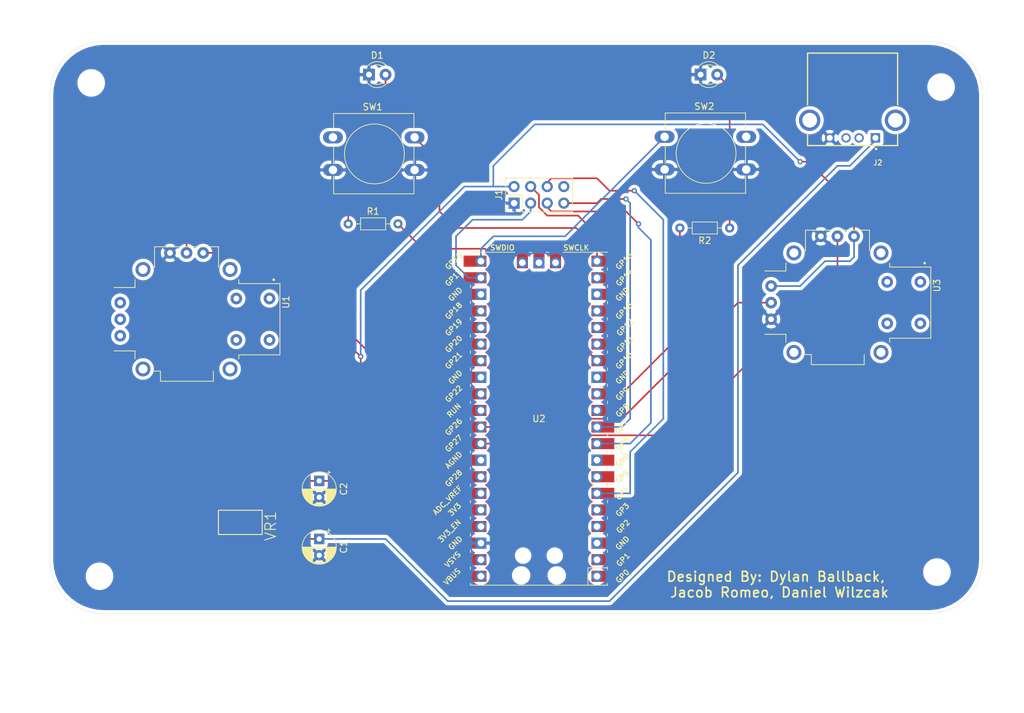
<source format=kicad_pcb>
(kicad_pcb (version 20171130) (host pcbnew "(5.1.10-1-10_14)")

  (general
    (thickness 1.6)
    (drawings 9)
    (tracks 133)
    (zones 0)
    (modules 18)
    (nets 60)
  )

  (page A4)
  (layers
    (0 F.Cu signal)
    (31 B.Cu signal)
    (32 B.Adhes user)
    (33 F.Adhes user)
    (34 B.Paste user)
    (35 F.Paste user)
    (36 B.SilkS user)
    (37 F.SilkS user)
    (38 B.Mask user)
    (39 F.Mask user)
    (40 Dwgs.User user)
    (41 Cmts.User user)
    (42 Eco1.User user)
    (43 Eco2.User user)
    (44 Edge.Cuts user)
    (45 Margin user)
    (46 B.CrtYd user)
    (47 F.CrtYd user)
    (48 B.Fab user)
    (49 F.Fab user)
  )

  (setup
    (last_trace_width 0.25)
    (trace_clearance 0.2)
    (zone_clearance 0.508)
    (zone_45_only no)
    (trace_min 0.2)
    (via_size 0.8)
    (via_drill 0.4)
    (via_min_size 0.4)
    (via_min_drill 0.3)
    (uvia_size 0.3)
    (uvia_drill 0.1)
    (uvias_allowed no)
    (uvia_min_size 0.2)
    (uvia_min_drill 0.1)
    (edge_width 0.05)
    (segment_width 0.2)
    (pcb_text_width 0.3)
    (pcb_text_size 1.5 1.5)
    (mod_edge_width 0.12)
    (mod_text_size 1 1)
    (mod_text_width 0.15)
    (pad_size 1.524 1.524)
    (pad_drill 0.762)
    (pad_to_mask_clearance 0)
    (aux_axis_origin 0 0)
    (visible_elements FFFFFF7F)
    (pcbplotparams
      (layerselection 0x010fc_ffffffff)
      (usegerberextensions false)
      (usegerberattributes true)
      (usegerberadvancedattributes true)
      (creategerberjobfile true)
      (excludeedgelayer true)
      (linewidth 0.100000)
      (plotframeref false)
      (viasonmask false)
      (mode 1)
      (useauxorigin false)
      (hpglpennumber 1)
      (hpglpenspeed 20)
      (hpglpendiameter 15.000000)
      (psnegative false)
      (psa4output false)
      (plotreference true)
      (plotvalue true)
      (plotinvisibletext false)
      (padsonsilk false)
      (subtractmaskfromsilk false)
      (outputformat 1)
      (mirror false)
      (drillshape 1)
      (scaleselection 1)
      (outputdirectory ""))
  )

  (net 0 "")
  (net 1 "Net-(J1-Pad8)")
  (net 2 GP07)
  (net 3 GP04)
  (net 4 GP06)
  (net 5 GP14)
  (net 6 GP17)
  (net 7 +3V3)
  (net 8 GND)
  (net 9 GP28)
  (net 10 "Net-(U1-PadS1)")
  (net 11 "Net-(U1-PadH3)")
  (net 12 "Net-(U1-PadH2)")
  (net 13 "Net-(U1-PadH1)")
  (net 14 "Net-(U1-PadB2A)")
  (net 15 "Net-(U1-PadB1A)")
  (net 16 GP27)
  (net 17 "Net-(U3-PadS1)")
  (net 18 GP26)
  (net 19 "Net-(U3-PadB2A)")
  (net 20 "Net-(U3-PadB1A)")
  (net 21 +5V)
  (net 22 "Net-(U2-Pad43)")
  (net 23 "Net-(U2-Pad42)")
  (net 24 "Net-(U2-Pad41)")
  (net 25 "Net-(U2-Pad23)")
  (net 26 "Net-(U2-Pad24)")
  (net 27 "Net-(U2-Pad25)")
  (net 28 "Net-(U2-Pad26)")
  (net 29 "Net-(U2-Pad27)")
  (net 30 "Net-(U2-Pad28)")
  (net 31 "Net-(U2-Pad29)")
  (net 32 "Net-(U2-Pad30)")
  (net 33 "Net-(U2-Pad33)")
  (net 34 "Net-(U2-Pad35)")
  (net 35 "Net-(U2-Pad36)")
  (net 36 "Net-(U2-Pad37)")
  (net 37 "Net-(U2-Pad40)")
  (net 38 "Net-(U2-Pad18)")
  (net 39 "Net-(U2-Pad17)")
  (net 40 "Net-(U2-Pad16)")
  (net 41 "Net-(U2-Pad15)")
  (net 42 "Net-(U2-Pad13)")
  (net 43 "Net-(U2-Pad11)")
  (net 44 "Net-(U2-Pad8)")
  (net 45 "Net-(U2-Pad7)")
  (net 46 "Net-(U2-Pad5)")
  (net 47 "Net-(U2-Pad4)")
  (net 48 "Net-(U2-Pad3)")
  (net 49 "Net-(U2-Pad2)")
  (net 50 "Net-(U2-Pad1)")
  (net 51 "Net-(J2-PadS1)")
  (net 52 "Net-(J2-Pad3)")
  (net 53 "Net-(J2-Pad2)")
  (net 54 GP16)
  (net 55 GP15)
  (net 56 GP10)
  (net 57 GP09)
  (net 58 "Net-(D1-Pad2)")
  (net 59 "Net-(D2-Pad2)")

  (net_class Default "This is the default net class."
    (clearance 0.2)
    (trace_width 0.25)
    (via_dia 0.8)
    (via_drill 0.4)
    (uvia_dia 0.3)
    (uvia_drill 0.1)
    (add_net +3V3)
    (add_net +5V)
    (add_net GND)
    (add_net GP04)
    (add_net GP06)
    (add_net GP07)
    (add_net GP09)
    (add_net GP10)
    (add_net GP14)
    (add_net GP15)
    (add_net GP16)
    (add_net GP17)
    (add_net GP26)
    (add_net GP27)
    (add_net GP28)
    (add_net "Net-(D1-Pad2)")
    (add_net "Net-(D2-Pad2)")
    (add_net "Net-(J1-Pad8)")
    (add_net "Net-(J2-Pad2)")
    (add_net "Net-(J2-Pad3)")
    (add_net "Net-(J2-PadS1)")
    (add_net "Net-(U1-PadB1A)")
    (add_net "Net-(U1-PadB2A)")
    (add_net "Net-(U1-PadH1)")
    (add_net "Net-(U1-PadH2)")
    (add_net "Net-(U1-PadH3)")
    (add_net "Net-(U1-PadS1)")
    (add_net "Net-(U2-Pad1)")
    (add_net "Net-(U2-Pad11)")
    (add_net "Net-(U2-Pad13)")
    (add_net "Net-(U2-Pad15)")
    (add_net "Net-(U2-Pad16)")
    (add_net "Net-(U2-Pad17)")
    (add_net "Net-(U2-Pad18)")
    (add_net "Net-(U2-Pad2)")
    (add_net "Net-(U2-Pad23)")
    (add_net "Net-(U2-Pad24)")
    (add_net "Net-(U2-Pad25)")
    (add_net "Net-(U2-Pad26)")
    (add_net "Net-(U2-Pad27)")
    (add_net "Net-(U2-Pad28)")
    (add_net "Net-(U2-Pad29)")
    (add_net "Net-(U2-Pad3)")
    (add_net "Net-(U2-Pad30)")
    (add_net "Net-(U2-Pad33)")
    (add_net "Net-(U2-Pad35)")
    (add_net "Net-(U2-Pad36)")
    (add_net "Net-(U2-Pad37)")
    (add_net "Net-(U2-Pad4)")
    (add_net "Net-(U2-Pad40)")
    (add_net "Net-(U2-Pad41)")
    (add_net "Net-(U2-Pad42)")
    (add_net "Net-(U2-Pad43)")
    (add_net "Net-(U2-Pad5)")
    (add_net "Net-(U2-Pad7)")
    (add_net "Net-(U2-Pad8)")
    (add_net "Net-(U3-PadB1A)")
    (add_net "Net-(U3-PadB2A)")
    (add_net "Net-(U3-PadS1)")
  )

  (module MountingHole:MountingHole_3.2mm_M3 (layer F.Cu) (tedit 56D1B4CB) (tstamp 6151DCD1)
    (at 106.045 57.15)
    (descr "Mounting Hole 3.2mm, no annular, M3")
    (tags "mounting hole 3.2mm no annular m3")
    (attr virtual)
    (fp_text reference REF** (at 0 -4.2) (layer F.SilkS) hide
      (effects (font (size 1 1) (thickness 0.15)))
    )
    (fp_text value MountingHole_3.2mm_M3 (at 0 4.2) (layer F.Fab)
      (effects (font (size 1 1) (thickness 0.15)))
    )
    (fp_circle (center 0 0) (end 3.2 0) (layer Cmts.User) (width 0.15))
    (fp_circle (center 0 0) (end 3.45 0) (layer F.CrtYd) (width 0.05))
    (fp_text user %R (at 0 0) (layer F.Fab)
      (effects (font (size 1 1) (thickness 0.15)))
    )
    (pad 1 np_thru_hole circle (at 0 0) (size 3.2 3.2) (drill 3.2) (layers *.Cu *.Mask))
  )

  (module MountingHole:MountingHole_3.2mm_M3 (layer F.Cu) (tedit 56D1B4CB) (tstamp 6151DCAA)
    (at 107.315 132.715)
    (descr "Mounting Hole 3.2mm, no annular, M3")
    (tags "mounting hole 3.2mm no annular m3")
    (attr virtual)
    (fp_text reference REF** (at 0 -4.2) (layer F.SilkS) hide
      (effects (font (size 1 1) (thickness 0.15)))
    )
    (fp_text value MountingHole_3.2mm_M3 (at 0 4.2) (layer F.Fab)
      (effects (font (size 1 1) (thickness 0.15)))
    )
    (fp_circle (center 0 0) (end 3.2 0) (layer Cmts.User) (width 0.15))
    (fp_circle (center 0 0) (end 3.45 0) (layer F.CrtYd) (width 0.05))
    (fp_text user %R (at 0 0) (layer F.Fab)
      (effects (font (size 1 1) (thickness 0.15)))
    )
    (pad 1 np_thru_hole circle (at 0 0) (size 3.2 3.2) (drill 3.2) (layers *.Cu *.Mask))
  )

  (module MountingHole:MountingHole_3.2mm_M3 (layer F.Cu) (tedit 56D1B4CB) (tstamp 6151D124)
    (at 235.585 132.08)
    (descr "Mounting Hole 3.2mm, no annular, M3")
    (tags "mounting hole 3.2mm no annular m3")
    (attr virtual)
    (fp_text reference REF** (at 0 -4.2) (layer F.SilkS) hide
      (effects (font (size 1 1) (thickness 0.15)))
    )
    (fp_text value MountingHole_3.2mm_M3 (at 0 4.2) (layer F.Fab)
      (effects (font (size 1 1) (thickness 0.15)))
    )
    (fp_circle (center 0 0) (end 3.2 0) (layer Cmts.User) (width 0.15))
    (fp_circle (center 0 0) (end 3.45 0) (layer F.CrtYd) (width 0.05))
    (fp_text user %R (at 0 0) (layer F.Fab)
      (effects (font (size 1 1) (thickness 0.15)))
    )
    (pad 1 np_thru_hole circle (at 0 0) (size 3.2 3.2) (drill 3.2) (layers *.Cu *.Mask))
  )

  (module MountingHole:MountingHole_3.2mm_M3 (layer F.Cu) (tedit 56D1B4CB) (tstamp 6151D115)
    (at 236.22 57.785)
    (descr "Mounting Hole 3.2mm, no annular, M3")
    (tags "mounting hole 3.2mm no annular m3")
    (attr virtual)
    (fp_text reference REF** (at 0 -4.2) (layer F.SilkS) hide
      (effects (font (size 1 1) (thickness 0.15)))
    )
    (fp_text value MountingHole_3.2mm_M3 (at 0 4.2) (layer F.Fab)
      (effects (font (size 1 1) (thickness 0.15)))
    )
    (fp_text user %R (at 0 0.635) (layer F.Fab)
      (effects (font (size 1 1) (thickness 0.15)))
    )
    (fp_circle (center 0 0) (end 3.2 0) (layer Cmts.User) (width 0.15))
    (fp_circle (center 0 0) (end 3.45 0) (layer F.CrtYd) (width 0.05))
    (pad 1 np_thru_hole circle (at 0 0) (size 3.2 3.2) (drill 3.2) (layers *.Cu *.Mask))
  )

  (module Button_Switch_THT:SW_PUSH-12mm (layer F.Cu) (tedit 5D160D14) (tstamp 6151E334)
    (at 193.875 65.405)
    (descr "SW PUSH 12mm https://www.e-switch.com/system/asset/product_line/data_sheet/143/TL1100.pdf")
    (tags "tact sw push 12mm")
    (path /6150B748)
    (fp_text reference SW2 (at 6.08 -4.66) (layer F.SilkS)
      (effects (font (size 1 1) (thickness 0.15)))
    )
    (fp_text value SW_12mm_Push (at 6.62 9.93) (layer F.Fab)
      (effects (font (size 1 1) (thickness 0.15)))
    )
    (fp_line (start 12.4 -3.65) (end 12.4 -0.93) (layer F.SilkS) (width 0.12))
    (fp_line (start 12.4 5.93) (end 12.4 8.65) (layer F.SilkS) (width 0.12))
    (fp_line (start 0.1 4.07) (end 0.1 0.93) (layer F.SilkS) (width 0.12))
    (fp_line (start 0.1 8.65) (end 0.1 5.93) (layer F.SilkS) (width 0.12))
    (fp_line (start 0.25 -3.5) (end 0.25 8.5) (layer F.Fab) (width 0.1))
    (fp_circle (center 6.35 2.54) (end 10.16 5.08) (layer F.SilkS) (width 0.12))
    (fp_line (start 14.25 8.75) (end -1.77 8.75) (layer F.CrtYd) (width 0.05))
    (fp_line (start 14.25 8.75) (end 14.25 -3.75) (layer F.CrtYd) (width 0.05))
    (fp_line (start -1.77 -3.75) (end -1.77 8.75) (layer F.CrtYd) (width 0.05))
    (fp_line (start -1.77 -3.75) (end 14.25 -3.75) (layer F.CrtYd) (width 0.05))
    (fp_line (start 0.1 -0.93) (end 0.1 -3.65) (layer F.SilkS) (width 0.12))
    (fp_line (start 12.4 8.65) (end 0.1 8.65) (layer F.SilkS) (width 0.12))
    (fp_line (start 12.4 0.93) (end 12.4 4.07) (layer F.SilkS) (width 0.12))
    (fp_line (start 0.1 -3.65) (end 12.4 -3.65) (layer F.SilkS) (width 0.12))
    (fp_line (start 12.25 -3.5) (end 12.25 8.5) (layer F.Fab) (width 0.1))
    (fp_line (start 0.25 -3.5) (end 12.25 -3.5) (layer F.Fab) (width 0.1))
    (fp_line (start 0.25 8.5) (end 12.25 8.5) (layer F.Fab) (width 0.1))
    (fp_text user %R (at 6.35 1.905) (layer F.Fab)
      (effects (font (size 1 1) (thickness 0.15)))
    )
    (pad 2 thru_hole oval (at 0 5) (size 3.048 1.85) (drill 1.3) (layers *.Cu *.Mask)
      (net 8 GND))
    (pad 1 thru_hole oval (at 0 0) (size 3.048 1.85) (drill 1.3) (layers *.Cu *.Mask)
      (net 54 GP16))
    (pad 2 thru_hole oval (at 12.5 5) (size 3.048 1.85) (drill 1.3) (layers *.Cu *.Mask)
      (net 8 GND))
    (pad 1 thru_hole oval (at 12.5 0) (size 3.048 1.85) (drill 1.3) (layers *.Cu *.Mask)
      (net 54 GP16))
    (model ${KISYS3DMOD}/Button_Switch_THT.3dshapes/SW_PUSH-12mm.wrl
      (at (xyz 0 0 0))
      (scale (xyz 1 1 1))
      (rotate (xyz 0 0 0))
    )
  )

  (module Button_Switch_THT:SW_PUSH-12mm (layer F.Cu) (tedit 5D160D14) (tstamp 6151EA2A)
    (at 143.075 65.485)
    (descr "SW PUSH 12mm https://www.e-switch.com/system/asset/product_line/data_sheet/143/TL1100.pdf")
    (tags "tact sw push 12mm")
    (path /6150A185)
    (fp_text reference SW1 (at 6.08 -4.66) (layer F.SilkS)
      (effects (font (size 1 1) (thickness 0.15)))
    )
    (fp_text value SW_12mm_Push (at 6.62 9.93) (layer F.Fab)
      (effects (font (size 1 1) (thickness 0.15)))
    )
    (fp_line (start 12.4 -3.65) (end 12.4 -0.93) (layer F.SilkS) (width 0.12))
    (fp_line (start 12.4 5.93) (end 12.4 8.65) (layer F.SilkS) (width 0.12))
    (fp_line (start 0.1 4.07) (end 0.1 0.93) (layer F.SilkS) (width 0.12))
    (fp_line (start 0.1 8.65) (end 0.1 5.93) (layer F.SilkS) (width 0.12))
    (fp_line (start 0.25 -3.5) (end 0.25 8.5) (layer F.Fab) (width 0.1))
    (fp_circle (center 6.35 2.54) (end 10.16 5.08) (layer F.SilkS) (width 0.12))
    (fp_line (start 14.25 8.75) (end -1.77 8.75) (layer F.CrtYd) (width 0.05))
    (fp_line (start 14.25 8.75) (end 14.25 -3.75) (layer F.CrtYd) (width 0.05))
    (fp_line (start -1.77 -3.75) (end -1.77 8.75) (layer F.CrtYd) (width 0.05))
    (fp_line (start -1.77 -3.75) (end 14.25 -3.75) (layer F.CrtYd) (width 0.05))
    (fp_line (start 0.1 -0.93) (end 0.1 -3.65) (layer F.SilkS) (width 0.12))
    (fp_line (start 12.4 8.65) (end 0.1 8.65) (layer F.SilkS) (width 0.12))
    (fp_line (start 12.4 0.93) (end 12.4 4.07) (layer F.SilkS) (width 0.12))
    (fp_line (start 0.1 -3.65) (end 12.4 -3.65) (layer F.SilkS) (width 0.12))
    (fp_line (start 12.25 -3.5) (end 12.25 8.5) (layer F.Fab) (width 0.1))
    (fp_line (start 0.25 -3.5) (end 12.25 -3.5) (layer F.Fab) (width 0.1))
    (fp_line (start 0.25 8.5) (end 12.25 8.5) (layer F.Fab) (width 0.1))
    (fp_text user %R (at 6.35 2.54) (layer F.Fab)
      (effects (font (size 1 1) (thickness 0.15)))
    )
    (pad 2 thru_hole oval (at 0 5) (size 3.048 1.85) (drill 1.3) (layers *.Cu *.Mask)
      (net 8 GND))
    (pad 1 thru_hole oval (at 0 0) (size 3.048 1.85) (drill 1.3) (layers *.Cu *.Mask)
      (net 55 GP15))
    (pad 2 thru_hole oval (at 12.5 5) (size 3.048 1.85) (drill 1.3) (layers *.Cu *.Mask)
      (net 8 GND))
    (pad 1 thru_hole oval (at 12.5 0) (size 3.048 1.85) (drill 1.3) (layers *.Cu *.Mask)
      (net 55 GP15))
    (model ${KISYS3DMOD}/Button_Switch_THT.3dshapes/SW_PUSH-12mm.wrl
      (at (xyz 0 0 0))
      (scale (xyz 1 1 1))
      (rotate (xyz 0 0 0))
    )
  )

  (module Resistor_THT:R_Axial_DIN0204_L3.6mm_D1.6mm_P7.62mm_Horizontal (layer F.Cu) (tedit 5AE5139B) (tstamp 61513C21)
    (at 203.835 79.375 180)
    (descr "Resistor, Axial_DIN0204 series, Axial, Horizontal, pin pitch=7.62mm, 0.167W, length*diameter=3.6*1.6mm^2, http://cdn-reichelt.de/documents/datenblatt/B400/1_4W%23YAG.pdf")
    (tags "Resistor Axial_DIN0204 series Axial Horizontal pin pitch 7.62mm 0.167W length 3.6mm diameter 1.6mm")
    (path /61517D58)
    (fp_text reference R2 (at 3.81 -1.92) (layer F.SilkS)
      (effects (font (size 1 1) (thickness 0.15)))
    )
    (fp_text value 220_R_Small_US (at 3.81 1.92) (layer F.Fab)
      (effects (font (size 1 1) (thickness 0.15)))
    )
    (fp_line (start 8.57 -1.05) (end -0.95 -1.05) (layer F.CrtYd) (width 0.05))
    (fp_line (start 8.57 1.05) (end 8.57 -1.05) (layer F.CrtYd) (width 0.05))
    (fp_line (start -0.95 1.05) (end 8.57 1.05) (layer F.CrtYd) (width 0.05))
    (fp_line (start -0.95 -1.05) (end -0.95 1.05) (layer F.CrtYd) (width 0.05))
    (fp_line (start 6.68 0) (end 5.73 0) (layer F.SilkS) (width 0.12))
    (fp_line (start 0.94 0) (end 1.89 0) (layer F.SilkS) (width 0.12))
    (fp_line (start 5.73 -0.92) (end 1.89 -0.92) (layer F.SilkS) (width 0.12))
    (fp_line (start 5.73 0.92) (end 5.73 -0.92) (layer F.SilkS) (width 0.12))
    (fp_line (start 1.89 0.92) (end 5.73 0.92) (layer F.SilkS) (width 0.12))
    (fp_line (start 1.89 -0.92) (end 1.89 0.92) (layer F.SilkS) (width 0.12))
    (fp_line (start 7.62 0) (end 5.61 0) (layer F.Fab) (width 0.1))
    (fp_line (start 0 0) (end 2.01 0) (layer F.Fab) (width 0.1))
    (fp_line (start 5.61 -0.8) (end 2.01 -0.8) (layer F.Fab) (width 0.1))
    (fp_line (start 5.61 0.8) (end 5.61 -0.8) (layer F.Fab) (width 0.1))
    (fp_line (start 2.01 0.8) (end 5.61 0.8) (layer F.Fab) (width 0.1))
    (fp_line (start 2.01 -0.8) (end 2.01 0.8) (layer F.Fab) (width 0.1))
    (fp_text user %R (at 3.81 0) (layer F.Fab)
      (effects (font (size 0.72 0.72) (thickness 0.108)))
    )
    (pad 2 thru_hole oval (at 7.62 0 180) (size 1.4 1.4) (drill 0.7) (layers *.Cu *.Mask)
      (net 57 GP09))
    (pad 1 thru_hole circle (at 0 0 180) (size 1.4 1.4) (drill 0.7) (layers *.Cu *.Mask)
      (net 59 "Net-(D2-Pad2)"))
    (model ${KISYS3DMOD}/Resistor_THT.3dshapes/R_Axial_DIN0204_L3.6mm_D1.6mm_P7.62mm_Horizontal.wrl
      (at (xyz 0 0 0))
      (scale (xyz 1 1 1))
      (rotate (xyz 0 0 0))
    )
  )

  (module Resistor_THT:R_Axial_DIN0204_L3.6mm_D1.6mm_P7.62mm_Horizontal (layer F.Cu) (tedit 5AE5139B) (tstamp 6151E618)
    (at 145.415 78.74)
    (descr "Resistor, Axial_DIN0204 series, Axial, Horizontal, pin pitch=7.62mm, 0.167W, length*diameter=3.6*1.6mm^2, http://cdn-reichelt.de/documents/datenblatt/B400/1_4W%23YAG.pdf")
    (tags "Resistor Axial_DIN0204 series Axial Horizontal pin pitch 7.62mm 0.167W length 3.6mm diameter 1.6mm")
    (path /61518FD8)
    (fp_text reference R1 (at 3.81 -1.92) (layer F.SilkS)
      (effects (font (size 1 1) (thickness 0.15)))
    )
    (fp_text value 220_R_Small_US (at 3.81 1.92) (layer F.Fab)
      (effects (font (size 1 1) (thickness 0.15)))
    )
    (fp_line (start 8.57 -1.05) (end -0.95 -1.05) (layer F.CrtYd) (width 0.05))
    (fp_line (start 8.57 1.05) (end 8.57 -1.05) (layer F.CrtYd) (width 0.05))
    (fp_line (start -0.95 1.05) (end 8.57 1.05) (layer F.CrtYd) (width 0.05))
    (fp_line (start -0.95 -1.05) (end -0.95 1.05) (layer F.CrtYd) (width 0.05))
    (fp_line (start 6.68 0) (end 5.73 0) (layer F.SilkS) (width 0.12))
    (fp_line (start 0.94 0) (end 1.89 0) (layer F.SilkS) (width 0.12))
    (fp_line (start 5.73 -0.92) (end 1.89 -0.92) (layer F.SilkS) (width 0.12))
    (fp_line (start 5.73 0.92) (end 5.73 -0.92) (layer F.SilkS) (width 0.12))
    (fp_line (start 1.89 0.92) (end 5.73 0.92) (layer F.SilkS) (width 0.12))
    (fp_line (start 1.89 -0.92) (end 1.89 0.92) (layer F.SilkS) (width 0.12))
    (fp_line (start 7.62 0) (end 5.61 0) (layer F.Fab) (width 0.1))
    (fp_line (start 0 0) (end 2.01 0) (layer F.Fab) (width 0.1))
    (fp_line (start 5.61 -0.8) (end 2.01 -0.8) (layer F.Fab) (width 0.1))
    (fp_line (start 5.61 0.8) (end 5.61 -0.8) (layer F.Fab) (width 0.1))
    (fp_line (start 2.01 0.8) (end 5.61 0.8) (layer F.Fab) (width 0.1))
    (fp_line (start 2.01 -0.8) (end 2.01 0.8) (layer F.Fab) (width 0.1))
    (fp_text user %R (at 3.81 0) (layer F.Fab)
      (effects (font (size 0.72 0.72) (thickness 0.108)))
    )
    (pad 2 thru_hole oval (at 7.62 0) (size 1.4 1.4) (drill 0.7) (layers *.Cu *.Mask)
      (net 56 GP10))
    (pad 1 thru_hole circle (at 0 0) (size 1.4 1.4) (drill 0.7) (layers *.Cu *.Mask)
      (net 58 "Net-(D1-Pad2)"))
    (model ${KISYS3DMOD}/Resistor_THT.3dshapes/R_Axial_DIN0204_L3.6mm_D1.6mm_P7.62mm_Horizontal.wrl
      (at (xyz 0 0 0))
      (scale (xyz 1 1 1))
      (rotate (xyz 0 0 0))
    )
  )

  (module MCU_RaspberryPi_and_Boards:GCT_USB1130-15-A_REVA (layer F.Cu) (tedit 613287B0) (tstamp 6150AE56)
    (at 222.665 62.865 180)
    (path /614FB04C)
    (fp_text reference J2 (at -3.86 -6.508) (layer F.SilkS)
      (effects (font (size 0.8 0.8) (thickness 0.15)))
    )
    (fp_text value USB1130-15-A_REVA (at 4.268 -5.292) (layer F.Fab)
      (effects (font (size 0.8 0.8) (thickness 0.15)))
    )
    (fp_line (start -7.15 -1.9) (end -7.15 -4.13) (layer F.CrtYd) (width 0.05))
    (fp_line (start -8.46 -1.9) (end -7.15 -1.9) (layer F.CrtYd) (width 0.05))
    (fp_line (start -8.46 1.9) (end -8.46 -1.9) (layer F.CrtYd) (width 0.05))
    (fp_line (start -7.15 1.9) (end -8.46 1.9) (layer F.CrtYd) (width 0.05))
    (fp_line (start -7.15 10.53) (end -7.15 1.9) (layer F.CrtYd) (width 0.05))
    (fp_line (start 7.15 10.53) (end -7.15 10.53) (layer F.CrtYd) (width 0.05))
    (fp_line (start 7.15 1.9) (end 7.15 10.53) (layer F.CrtYd) (width 0.05))
    (fp_line (start 8.46 1.9) (end 7.15 1.9) (layer F.CrtYd) (width 0.05))
    (fp_line (start 8.46 -1.9) (end 8.46 1.9) (layer F.CrtYd) (width 0.05))
    (fp_line (start 7.15 -1.9) (end 8.46 -1.9) (layer F.CrtYd) (width 0.05))
    (fp_line (start 7.15 -4.13) (end 7.15 -1.9) (layer F.CrtYd) (width 0.05))
    (fp_line (start -7.15 -4.13) (end 7.15 -4.13) (layer F.CrtYd) (width 0.05))
    (fp_line (start 6.9 2.37) (end 6.9 10.28) (layer F.SilkS) (width 0.2))
    (fp_line (start 6.9 -3.88) (end 6.9 -2.22) (layer F.SilkS) (width 0.2))
    (fp_line (start -6.9 2.37) (end -6.9 10.28) (layer F.SilkS) (width 0.2))
    (fp_line (start -6.9 -3.88) (end -6.9 -2.22) (layer F.SilkS) (width 0.2))
    (fp_line (start 6.9 10.28) (end 13.33 10.28) (layer F.Fab) (width 0.1))
    (fp_line (start -6.9 10.28) (end 6.9 10.28) (layer F.Fab) (width 0.1))
    (fp_line (start 6.9 -3.88) (end -6.9 -3.88) (layer F.Fab) (width 0.1))
    (fp_line (start 6.9 10.28) (end 6.9 -3.88) (layer F.Fab) (width 0.1))
    (fp_line (start -6.9 -3.88) (end -6.9 10.28) (layer F.Fab) (width 0.1))
    (fp_line (start -6.9 10.28) (end 6.9 10.28) (layer F.SilkS) (width 0.2))
    (fp_line (start 6.9 -3.88) (end -6.9 -3.88) (layer F.SilkS) (width 0.2))
    (fp_circle (center -3.6 -4.4) (end -3.5 -4.4) (layer F.SilkS) (width 0.2))
    (fp_circle (center -3.6 -4.4) (end -3.5 -4.4) (layer F.Fab) (width 0.2))
    (fp_text user PCB-EDGE (at 7.45 10) (layer F.Fab)
      (effects (font (size 0.64 0.64) (thickness 0.15)))
    )
    (pad S2 thru_hole circle (at 6.57 0 180) (size 3.276 3.276) (drill 2.26) (layers *.Cu *.Mask)
      (net 51 "Net-(J2-PadS1)"))
    (pad S1 thru_hole circle (at -6.57 0 180) (size 3.276 3.276) (drill 2.26) (layers *.Cu *.Mask)
      (net 51 "Net-(J2-PadS1)"))
    (pad 4 thru_hole circle (at 3.5 -2.71 180) (size 1.428 1.428) (drill 0.92) (layers *.Cu *.Mask)
      (net 8 GND))
    (pad 3 thru_hole circle (at 1 -2.71 180) (size 1.428 1.428) (drill 0.92) (layers *.Cu *.Mask)
      (net 52 "Net-(J2-Pad3)"))
    (pad 2 thru_hole circle (at -1 -2.71 180) (size 1.428 1.428) (drill 0.92) (layers *.Cu *.Mask)
      (net 53 "Net-(J2-Pad2)"))
    (pad 1 thru_hole rect (at -3.5 -2.71 180) (size 1.428 1.428) (drill 0.92) (layers *.Cu *.Mask)
      (net 21 +5V))
  )

  (module LED_THT:LED_D3.0mm (layer F.Cu) (tedit 587A3A7B) (tstamp 61513B96)
    (at 199.39 55.88)
    (descr "LED, diameter 3.0mm, 2 pins")
    (tags "LED diameter 3.0mm 2 pins")
    (path /61517D52)
    (fp_text reference D2 (at 1.27 -2.96) (layer F.SilkS)
      (effects (font (size 1 1) (thickness 0.15)))
    )
    (fp_text value RED_LED (at 1.27 2.96) (layer F.Fab)
      (effects (font (size 1 1) (thickness 0.15)))
    )
    (fp_line (start 3.7 -2.25) (end -1.15 -2.25) (layer F.CrtYd) (width 0.05))
    (fp_line (start 3.7 2.25) (end 3.7 -2.25) (layer F.CrtYd) (width 0.05))
    (fp_line (start -1.15 2.25) (end 3.7 2.25) (layer F.CrtYd) (width 0.05))
    (fp_line (start -1.15 -2.25) (end -1.15 2.25) (layer F.CrtYd) (width 0.05))
    (fp_line (start -0.29 1.08) (end -0.29 1.236) (layer F.SilkS) (width 0.12))
    (fp_line (start -0.29 -1.236) (end -0.29 -1.08) (layer F.SilkS) (width 0.12))
    (fp_line (start -0.23 -1.16619) (end -0.23 1.16619) (layer F.Fab) (width 0.1))
    (fp_circle (center 1.27 0) (end 2.77 0) (layer F.Fab) (width 0.1))
    (fp_arc (start 1.27 0) (end 0.229039 1.08) (angle -87.9) (layer F.SilkS) (width 0.12))
    (fp_arc (start 1.27 0) (end 0.229039 -1.08) (angle 87.9) (layer F.SilkS) (width 0.12))
    (fp_arc (start 1.27 0) (end -0.29 1.235516) (angle -108.8) (layer F.SilkS) (width 0.12))
    (fp_arc (start 1.27 0) (end -0.29 -1.235516) (angle 108.8) (layer F.SilkS) (width 0.12))
    (fp_arc (start 1.27 0) (end -0.23 -1.16619) (angle 284.3) (layer F.Fab) (width 0.1))
    (pad 2 thru_hole circle (at 2.54 0) (size 1.8 1.8) (drill 0.9) (layers *.Cu *.Mask)
      (net 59 "Net-(D2-Pad2)"))
    (pad 1 thru_hole rect (at 0 0) (size 1.8 1.8) (drill 0.9) (layers *.Cu *.Mask)
      (net 8 GND))
    (model ${KISYS3DMOD}/LED_THT.3dshapes/LED_D3.0mm.wrl
      (at (xyz 0 0 0))
      (scale (xyz 1 1 1))
      (rotate (xyz 0 0 0))
    )
  )

  (module LED_THT:LED_D3.0mm (layer F.Cu) (tedit 587A3A7B) (tstamp 6151CD76)
    (at 148.59 55.88)
    (descr "LED, diameter 3.0mm, 2 pins")
    (tags "LED diameter 3.0mm 2 pins")
    (path /61517813)
    (fp_text reference D1 (at 1.27 -2.96) (layer F.SilkS)
      (effects (font (size 1 1) (thickness 0.15)))
    )
    (fp_text value Green_LED (at 1.27 2.96) (layer F.Fab)
      (effects (font (size 1 1) (thickness 0.15)))
    )
    (fp_line (start 3.7 -2.25) (end -1.15 -2.25) (layer F.CrtYd) (width 0.05))
    (fp_line (start 3.7 2.25) (end 3.7 -2.25) (layer F.CrtYd) (width 0.05))
    (fp_line (start -1.15 2.25) (end 3.7 2.25) (layer F.CrtYd) (width 0.05))
    (fp_line (start -1.15 -2.25) (end -1.15 2.25) (layer F.CrtYd) (width 0.05))
    (fp_line (start -0.29 1.08) (end -0.29 1.236) (layer F.SilkS) (width 0.12))
    (fp_line (start -0.29 -1.236) (end -0.29 -1.08) (layer F.SilkS) (width 0.12))
    (fp_line (start -0.23 -1.16619) (end -0.23 1.16619) (layer F.Fab) (width 0.1))
    (fp_circle (center 1.27 0) (end 2.77 0) (layer F.Fab) (width 0.1))
    (fp_arc (start 1.27 0) (end 0.229039 1.08) (angle -87.9) (layer F.SilkS) (width 0.12))
    (fp_arc (start 1.27 0) (end 0.229039 -1.08) (angle 87.9) (layer F.SilkS) (width 0.12))
    (fp_arc (start 1.27 0) (end -0.29 1.235516) (angle -108.8) (layer F.SilkS) (width 0.12))
    (fp_arc (start 1.27 0) (end -0.29 -1.235516) (angle 108.8) (layer F.SilkS) (width 0.12))
    (fp_arc (start 1.27 0) (end -0.23 -1.16619) (angle 284.3) (layer F.Fab) (width 0.1))
    (pad 2 thru_hole circle (at 2.54 0) (size 1.8 1.8) (drill 0.9) (layers *.Cu *.Mask)
      (net 58 "Net-(D1-Pad2)"))
    (pad 1 thru_hole rect (at 0 0) (size 1.8 1.8) (drill 0.9) (layers *.Cu *.Mask)
      (net 8 GND))
    (model ${KISYS3DMOD}/LED_THT.3dshapes/LED_D3.0mm.wrl
      (at (xyz 0 0 0))
      (scale (xyz 1 1 1))
      (rotate (xyz 0 0 0))
    )
  )

  (module MCU_RaspberryPi_and_Boards:RPi_Pico_SMD_TH (layer F.Cu) (tedit 5F638C80) (tstamp 6151ECAC)
    (at 174.625 108.585 180)
    (descr "Through hole straight pin header, 2x20, 2.54mm pitch, double rows")
    (tags "Through hole pin header THT 2x20 2.54mm double row")
    (path /614CC605)
    (fp_text reference U2 (at 0 0) (layer F.SilkS)
      (effects (font (size 1 1) (thickness 0.15)))
    )
    (fp_text value Pico (at 0 2.159) (layer F.Fab)
      (effects (font (size 1 1) (thickness 0.15)))
    )
    (fp_line (start 1.1 25.5) (end 1.5 25.5) (layer F.SilkS) (width 0.12))
    (fp_line (start -1.5 25.5) (end -1.1 25.5) (layer F.SilkS) (width 0.12))
    (fp_line (start 10.5 25.5) (end 3.7 25.5) (layer F.SilkS) (width 0.12))
    (fp_line (start 10.5 15.1) (end 10.5 15.5) (layer F.SilkS) (width 0.12))
    (fp_line (start 10.5 7.4) (end 10.5 7.8) (layer F.SilkS) (width 0.12))
    (fp_line (start 10.5 -18) (end 10.5 -17.6) (layer F.SilkS) (width 0.12))
    (fp_line (start 10.5 -25.5) (end 10.5 -25.2) (layer F.SilkS) (width 0.12))
    (fp_line (start 10.5 -2.7) (end 10.5 -2.3) (layer F.SilkS) (width 0.12))
    (fp_line (start 10.5 12.5) (end 10.5 12.9) (layer F.SilkS) (width 0.12))
    (fp_line (start 10.5 -7.8) (end 10.5 -7.4) (layer F.SilkS) (width 0.12))
    (fp_line (start 10.5 -12.9) (end 10.5 -12.5) (layer F.SilkS) (width 0.12))
    (fp_line (start 10.5 -0.2) (end 10.5 0.2) (layer F.SilkS) (width 0.12))
    (fp_line (start 10.5 4.9) (end 10.5 5.3) (layer F.SilkS) (width 0.12))
    (fp_line (start 10.5 20.1) (end 10.5 20.5) (layer F.SilkS) (width 0.12))
    (fp_line (start 10.5 22.7) (end 10.5 23.1) (layer F.SilkS) (width 0.12))
    (fp_line (start 10.5 17.6) (end 10.5 18) (layer F.SilkS) (width 0.12))
    (fp_line (start 10.5 -15.4) (end 10.5 -15) (layer F.SilkS) (width 0.12))
    (fp_line (start 10.5 -23.1) (end 10.5 -22.7) (layer F.SilkS) (width 0.12))
    (fp_line (start 10.5 -20.5) (end 10.5 -20.1) (layer F.SilkS) (width 0.12))
    (fp_line (start 10.5 10) (end 10.5 10.4) (layer F.SilkS) (width 0.12))
    (fp_line (start 10.5 2.3) (end 10.5 2.7) (layer F.SilkS) (width 0.12))
    (fp_line (start 10.5 -5.3) (end 10.5 -4.9) (layer F.SilkS) (width 0.12))
    (fp_line (start 10.5 -10.4) (end 10.5 -10) (layer F.SilkS) (width 0.12))
    (fp_line (start -10.5 22.7) (end -10.5 23.1) (layer F.SilkS) (width 0.12))
    (fp_line (start -10.5 20.1) (end -10.5 20.5) (layer F.SilkS) (width 0.12))
    (fp_line (start -10.5 17.6) (end -10.5 18) (layer F.SilkS) (width 0.12))
    (fp_line (start -10.5 15.1) (end -10.5 15.5) (layer F.SilkS) (width 0.12))
    (fp_line (start -10.5 12.5) (end -10.5 12.9) (layer F.SilkS) (width 0.12))
    (fp_line (start -10.5 10) (end -10.5 10.4) (layer F.SilkS) (width 0.12))
    (fp_line (start -10.5 7.4) (end -10.5 7.8) (layer F.SilkS) (width 0.12))
    (fp_line (start -10.5 4.9) (end -10.5 5.3) (layer F.SilkS) (width 0.12))
    (fp_line (start -10.5 2.3) (end -10.5 2.7) (layer F.SilkS) (width 0.12))
    (fp_line (start -10.5 -0.2) (end -10.5 0.2) (layer F.SilkS) (width 0.12))
    (fp_line (start -10.5 -2.7) (end -10.5 -2.3) (layer F.SilkS) (width 0.12))
    (fp_line (start -10.5 -5.3) (end -10.5 -4.9) (layer F.SilkS) (width 0.12))
    (fp_line (start -10.5 -7.8) (end -10.5 -7.4) (layer F.SilkS) (width 0.12))
    (fp_line (start -10.5 -10.4) (end -10.5 -10) (layer F.SilkS) (width 0.12))
    (fp_line (start -10.5 -12.9) (end -10.5 -12.5) (layer F.SilkS) (width 0.12))
    (fp_line (start -10.5 -15.4) (end -10.5 -15) (layer F.SilkS) (width 0.12))
    (fp_line (start -10.5 -18) (end -10.5 -17.6) (layer F.SilkS) (width 0.12))
    (fp_line (start -10.5 -20.5) (end -10.5 -20.1) (layer F.SilkS) (width 0.12))
    (fp_line (start -10.5 -23.1) (end -10.5 -22.7) (layer F.SilkS) (width 0.12))
    (fp_line (start -10.5 -25.5) (end -10.5 -25.2) (layer F.SilkS) (width 0.12))
    (fp_line (start -7.493 -22.833) (end -7.493 -25.5) (layer F.SilkS) (width 0.12))
    (fp_line (start -10.5 -22.833) (end -7.493 -22.833) (layer F.SilkS) (width 0.12))
    (fp_line (start -3.7 25.5) (end -10.5 25.5) (layer F.SilkS) (width 0.12))
    (fp_line (start -10.5 -25.5) (end 10.5 -25.5) (layer F.SilkS) (width 0.12))
    (fp_line (start -11 26) (end -11 -26) (layer F.CrtYd) (width 0.12))
    (fp_line (start 11 26) (end -11 26) (layer F.CrtYd) (width 0.12))
    (fp_line (start 11 -26) (end 11 26) (layer F.CrtYd) (width 0.12))
    (fp_line (start -11 -26) (end 11 -26) (layer F.CrtYd) (width 0.12))
    (fp_line (start -10.5 -24.2) (end -9.2 -25.5) (layer F.Fab) (width 0.12))
    (fp_line (start -10.5 25.5) (end -10.5 -25.5) (layer F.Fab) (width 0.12))
    (fp_line (start 10.5 25.5) (end -10.5 25.5) (layer F.Fab) (width 0.12))
    (fp_line (start 10.5 -25.5) (end 10.5 25.5) (layer F.Fab) (width 0.12))
    (fp_line (start -10.5 -25.5) (end 10.5 -25.5) (layer F.Fab) (width 0.12))
    (fp_poly (pts (xy -1.5 -16.5) (xy -3.5 -16.5) (xy -3.5 -18.5) (xy -1.5 -18.5)) (layer Dwgs.User) (width 0.1))
    (fp_poly (pts (xy -1.5 -14) (xy -3.5 -14) (xy -3.5 -16) (xy -1.5 -16)) (layer Dwgs.User) (width 0.1))
    (fp_poly (pts (xy -1.5 -11.5) (xy -3.5 -11.5) (xy -3.5 -13.5) (xy -1.5 -13.5)) (layer Dwgs.User) (width 0.1))
    (fp_poly (pts (xy 3.7 -20.2) (xy -3.7 -20.2) (xy -3.7 -24.9) (xy 3.7 -24.9)) (layer Dwgs.User) (width 0.1))
    (fp_text user "Copper Keepouts shown on Dwgs layer" (at 0.1 -30.2) (layer Cmts.User)
      (effects (font (size 1 1) (thickness 0.15)))
    )
    (fp_text user SWDIO (at 5.6 26.2) (layer F.SilkS)
      (effects (font (size 0.8 0.8) (thickness 0.15)))
    )
    (fp_text user SWCLK (at -5.7 26.2) (layer F.SilkS)
      (effects (font (size 0.8 0.8) (thickness 0.15)))
    )
    (fp_text user AGND (at 13.054 -6.35 45) (layer F.SilkS)
      (effects (font (size 0.8 0.8) (thickness 0.15)))
    )
    (fp_text user GND (at 12.8 -19.05 45) (layer F.SilkS)
      (effects (font (size 0.8 0.8) (thickness 0.15)))
    )
    (fp_text user GND (at 12.8 6.35 45) (layer F.SilkS)
      (effects (font (size 0.8 0.8) (thickness 0.15)))
    )
    (fp_text user GND (at 12.8 19.05 45) (layer F.SilkS)
      (effects (font (size 0.8 0.8) (thickness 0.15)))
    )
    (fp_text user GND (at -12.8 19.05 45) (layer F.SilkS)
      (effects (font (size 0.8 0.8) (thickness 0.15)))
    )
    (fp_text user GND (at -12.8 6.35 45) (layer F.SilkS)
      (effects (font (size 0.8 0.8) (thickness 0.15)))
    )
    (fp_text user GND (at -12.8 -6.35 45) (layer F.SilkS)
      (effects (font (size 0.8 0.8) (thickness 0.15)))
    )
    (fp_text user GND (at -12.8 -19.05 45) (layer F.SilkS)
      (effects (font (size 0.8 0.8) (thickness 0.15)))
    )
    (fp_text user VBUS (at 13.3 -24.2 45) (layer F.SilkS)
      (effects (font (size 0.8 0.8) (thickness 0.15)))
    )
    (fp_text user VSYS (at 13.2 -21.59 45) (layer F.SilkS)
      (effects (font (size 0.8 0.8) (thickness 0.15)))
    )
    (fp_text user 3V3_EN (at 13.7 -17.2 45) (layer F.SilkS)
      (effects (font (size 0.8 0.8) (thickness 0.15)))
    )
    (fp_text user 3V3 (at 12.9 -13.9 45) (layer F.SilkS)
      (effects (font (size 0.8 0.8) (thickness 0.15)))
    )
    (fp_text user ADC_VREF (at 14 -12.5 45) (layer F.SilkS)
      (effects (font (size 0.8 0.8) (thickness 0.15)))
    )
    (fp_text user GP28 (at 13.054 -9.144 45) (layer F.SilkS)
      (effects (font (size 0.8 0.8) (thickness 0.15)))
    )
    (fp_text user GP27 (at 13.054 -3.8 45) (layer F.SilkS)
      (effects (font (size 0.8 0.8) (thickness 0.15)))
    )
    (fp_text user GP26 (at 13.054 -1.27 45) (layer F.SilkS)
      (effects (font (size 0.8 0.8) (thickness 0.15)))
    )
    (fp_text user RUN (at 13 1.27 45) (layer F.SilkS)
      (effects (font (size 0.8 0.8) (thickness 0.15)))
    )
    (fp_text user GP22 (at 13.054 3.81 45) (layer F.SilkS)
      (effects (font (size 0.8 0.8) (thickness 0.15)))
    )
    (fp_text user GP21 (at 13.054 8.9 45) (layer F.SilkS)
      (effects (font (size 0.8 0.8) (thickness 0.15)))
    )
    (fp_text user GP20 (at 13.054 11.43 45) (layer F.SilkS)
      (effects (font (size 0.8 0.8) (thickness 0.15)))
    )
    (fp_text user GP19 (at 13.054 13.97 45) (layer F.SilkS)
      (effects (font (size 0.8 0.8) (thickness 0.15)))
    )
    (fp_text user GP18 (at 13.054 16.51 45) (layer F.SilkS)
      (effects (font (size 0.8 0.8) (thickness 0.15)))
    )
    (fp_text user GP17 (at 13.054 21.59 45) (layer F.SilkS)
      (effects (font (size 0.8 0.8) (thickness 0.15)))
    )
    (fp_text user GP16 (at 13.054 24.13 45) (layer F.SilkS)
      (effects (font (size 0.8 0.8) (thickness 0.15)))
    )
    (fp_text user GP15 (at -13.054 24.13 45) (layer F.SilkS)
      (effects (font (size 0.8 0.8) (thickness 0.15)))
    )
    (fp_text user GP14 (at -13.1 21.59 45) (layer F.SilkS)
      (effects (font (size 0.8 0.8) (thickness 0.15)))
    )
    (fp_text user GP13 (at -13.054 16.51 45) (layer F.SilkS)
      (effects (font (size 0.8 0.8) (thickness 0.15)))
    )
    (fp_text user GP12 (at -13.2 13.97 45) (layer F.SilkS)
      (effects (font (size 0.8 0.8) (thickness 0.15)))
    )
    (fp_text user GP11 (at -13.2 11.43 45) (layer F.SilkS)
      (effects (font (size 0.8 0.8) (thickness 0.15)))
    )
    (fp_text user GP10 (at -13.054 8.89 45) (layer F.SilkS)
      (effects (font (size 0.8 0.8) (thickness 0.15)))
    )
    (fp_text user GP9 (at -12.8 3.81 45) (layer F.SilkS)
      (effects (font (size 0.8 0.8) (thickness 0.15)))
    )
    (fp_text user GP8 (at -12.8 1.27 45) (layer F.SilkS)
      (effects (font (size 0.8 0.8) (thickness 0.15)))
    )
    (fp_text user GP7 (at -12.7 -1.3 45) (layer F.SilkS)
      (effects (font (size 0.8 0.8) (thickness 0.15)))
    )
    (fp_text user GP6 (at -12.8 -3.81 45) (layer F.SilkS)
      (effects (font (size 0.8 0.8) (thickness 0.15)))
    )
    (fp_text user GP5 (at -12.8 -8.89 45) (layer F.SilkS)
      (effects (font (size 0.8 0.8) (thickness 0.15)))
    )
    (fp_text user GP4 (at -12.8 -11.43 45) (layer F.SilkS)
      (effects (font (size 0.8 0.8) (thickness 0.15)))
    )
    (fp_text user GP3 (at -12.8 -13.97 45) (layer F.SilkS)
      (effects (font (size 0.8 0.8) (thickness 0.15)))
    )
    (fp_text user GP0 (at -12.8 -24.13 45) (layer F.SilkS)
      (effects (font (size 0.8 0.8) (thickness 0.15)))
    )
    (fp_text user GP2 (at -12.9 -16.51 45) (layer F.SilkS)
      (effects (font (size 0.8 0.8) (thickness 0.15)))
    )
    (fp_text user GP1 (at -12.9 -21.6 45) (layer F.SilkS)
      (effects (font (size 0.8 0.8) (thickness 0.15)))
    )
    (fp_text user %R (at 0 0 180) (layer F.Fab)
      (effects (font (size 1 1) (thickness 0.15)))
    )
    (pad 43 thru_hole oval (at 2.54 23.9 180) (size 1.7 1.7) (drill 1.02) (layers *.Cu *.Mask)
      (net 22 "Net-(U2-Pad43)"))
    (pad 43 smd rect (at 2.54 23.9 270) (size 3.5 1.7) (drill (offset -0.9 0)) (layers F.Cu F.Mask)
      (net 22 "Net-(U2-Pad43)"))
    (pad 42 thru_hole rect (at 0 23.9 180) (size 1.7 1.7) (drill 1.02) (layers *.Cu *.Mask)
      (net 23 "Net-(U2-Pad42)"))
    (pad 42 smd rect (at 0 23.9 270) (size 3.5 1.7) (drill (offset -0.9 0)) (layers F.Cu F.Mask)
      (net 23 "Net-(U2-Pad42)"))
    (pad 41 thru_hole oval (at -2.54 23.9 180) (size 1.7 1.7) (drill 1.02) (layers *.Cu *.Mask)
      (net 24 "Net-(U2-Pad41)"))
    (pad 41 smd rect (at -2.54 23.9 270) (size 3.5 1.7) (drill (offset -0.9 0)) (layers F.Cu F.Mask)
      (net 24 "Net-(U2-Pad41)"))
    (pad "" np_thru_hole oval (at 2.425 -20.97 180) (size 1.5 1.5) (drill 1.5) (layers *.Cu *.Mask))
    (pad "" np_thru_hole oval (at -2.425 -20.97 180) (size 1.5 1.5) (drill 1.5) (layers *.Cu *.Mask))
    (pad "" np_thru_hole oval (at 2.725 -24 180) (size 1.8 1.8) (drill 1.8) (layers *.Cu *.Mask))
    (pad "" np_thru_hole oval (at -2.725 -24 180) (size 1.8 1.8) (drill 1.8) (layers *.Cu *.Mask))
    (pad 21 smd rect (at 8.89 24.13 180) (size 3.5 1.7) (drill (offset 0.9 0)) (layers F.Cu F.Mask)
      (net 54 GP16))
    (pad 22 smd rect (at 8.89 21.59 180) (size 3.5 1.7) (drill (offset 0.9 0)) (layers F.Cu F.Mask)
      (net 6 GP17))
    (pad 23 smd rect (at 8.89 19.05 180) (size 3.5 1.7) (drill (offset 0.9 0)) (layers F.Cu F.Mask)
      (net 25 "Net-(U2-Pad23)"))
    (pad 24 smd rect (at 8.89 16.51 180) (size 3.5 1.7) (drill (offset 0.9 0)) (layers F.Cu F.Mask)
      (net 26 "Net-(U2-Pad24)"))
    (pad 25 smd rect (at 8.89 13.97 180) (size 3.5 1.7) (drill (offset 0.9 0)) (layers F.Cu F.Mask)
      (net 27 "Net-(U2-Pad25)"))
    (pad 26 smd rect (at 8.89 11.43 180) (size 3.5 1.7) (drill (offset 0.9 0)) (layers F.Cu F.Mask)
      (net 28 "Net-(U2-Pad26)"))
    (pad 27 smd rect (at 8.89 8.89 180) (size 3.5 1.7) (drill (offset 0.9 0)) (layers F.Cu F.Mask)
      (net 29 "Net-(U2-Pad27)"))
    (pad 28 smd rect (at 8.89 6.35 180) (size 3.5 1.7) (drill (offset 0.9 0)) (layers F.Cu F.Mask)
      (net 30 "Net-(U2-Pad28)"))
    (pad 29 smd rect (at 8.89 3.81 180) (size 3.5 1.7) (drill (offset 0.9 0)) (layers F.Cu F.Mask)
      (net 31 "Net-(U2-Pad29)"))
    (pad 30 smd rect (at 8.89 1.27 180) (size 3.5 1.7) (drill (offset 0.9 0)) (layers F.Cu F.Mask)
      (net 32 "Net-(U2-Pad30)"))
    (pad 31 smd rect (at 8.89 -1.27 180) (size 3.5 1.7) (drill (offset 0.9 0)) (layers F.Cu F.Mask)
      (net 18 GP26))
    (pad 32 smd rect (at 8.89 -3.81 180) (size 3.5 1.7) (drill (offset 0.9 0)) (layers F.Cu F.Mask)
      (net 16 GP27))
    (pad 33 smd rect (at 8.89 -6.35 180) (size 3.5 1.7) (drill (offset 0.9 0)) (layers F.Cu F.Mask)
      (net 33 "Net-(U2-Pad33)"))
    (pad 34 smd rect (at 8.89 -8.89 180) (size 3.5 1.7) (drill (offset 0.9 0)) (layers F.Cu F.Mask)
      (net 9 GP28))
    (pad 35 smd rect (at 8.89 -11.43 180) (size 3.5 1.7) (drill (offset 0.9 0)) (layers F.Cu F.Mask)
      (net 34 "Net-(U2-Pad35)"))
    (pad 36 smd rect (at 8.89 -13.97 180) (size 3.5 1.7) (drill (offset 0.9 0)) (layers F.Cu F.Mask)
      (net 35 "Net-(U2-Pad36)"))
    (pad 37 smd rect (at 8.89 -16.51 180) (size 3.5 1.7) (drill (offset 0.9 0)) (layers F.Cu F.Mask)
      (net 36 "Net-(U2-Pad37)"))
    (pad 38 smd rect (at 8.89 -19.05 180) (size 3.5 1.7) (drill (offset 0.9 0)) (layers F.Cu F.Mask)
      (net 8 GND))
    (pad 39 smd rect (at 8.89 -21.59 180) (size 3.5 1.7) (drill (offset 0.9 0)) (layers F.Cu F.Mask)
      (net 7 +3V3))
    (pad 40 smd rect (at 8.89 -24.13 180) (size 3.5 1.7) (drill (offset 0.9 0)) (layers F.Cu F.Mask)
      (net 37 "Net-(U2-Pad40)"))
    (pad 20 smd rect (at -8.89 24.13 180) (size 3.5 1.7) (drill (offset -0.9 0)) (layers F.Cu F.Mask)
      (net 55 GP15))
    (pad 19 smd rect (at -8.89 21.59 180) (size 3.5 1.7) (drill (offset -0.9 0)) (layers F.Cu F.Mask)
      (net 5 GP14))
    (pad 18 smd rect (at -8.89 19.05 180) (size 3.5 1.7) (drill (offset -0.9 0)) (layers F.Cu F.Mask)
      (net 38 "Net-(U2-Pad18)"))
    (pad 17 smd rect (at -8.89 16.51 180) (size 3.5 1.7) (drill (offset -0.9 0)) (layers F.Cu F.Mask)
      (net 39 "Net-(U2-Pad17)"))
    (pad 16 smd rect (at -8.89 13.97 180) (size 3.5 1.7) (drill (offset -0.9 0)) (layers F.Cu F.Mask)
      (net 40 "Net-(U2-Pad16)"))
    (pad 15 smd rect (at -8.89 11.43 180) (size 3.5 1.7) (drill (offset -0.9 0)) (layers F.Cu F.Mask)
      (net 41 "Net-(U2-Pad15)"))
    (pad 14 smd rect (at -8.89 8.89 180) (size 3.5 1.7) (drill (offset -0.9 0)) (layers F.Cu F.Mask)
      (net 56 GP10))
    (pad 13 smd rect (at -8.89 6.35 180) (size 3.5 1.7) (drill (offset -0.9 0)) (layers F.Cu F.Mask)
      (net 42 "Net-(U2-Pad13)"))
    (pad 12 smd rect (at -8.89 3.81 180) (size 3.5 1.7) (drill (offset -0.9 0)) (layers F.Cu F.Mask)
      (net 57 GP09))
    (pad 11 smd rect (at -8.89 1.27 180) (size 3.5 1.7) (drill (offset -0.9 0)) (layers F.Cu F.Mask)
      (net 43 "Net-(U2-Pad11)"))
    (pad 10 smd rect (at -8.89 -1.27 180) (size 3.5 1.7) (drill (offset -0.9 0)) (layers F.Cu F.Mask)
      (net 2 GP07))
    (pad 9 smd rect (at -8.89 -3.81 180) (size 3.5 1.7) (drill (offset -0.9 0)) (layers F.Cu F.Mask)
      (net 4 GP06))
    (pad 8 smd rect (at -8.89 -6.35 180) (size 3.5 1.7) (drill (offset -0.9 0)) (layers F.Cu F.Mask)
      (net 44 "Net-(U2-Pad8)"))
    (pad 7 smd rect (at -8.89 -8.89 180) (size 3.5 1.7) (drill (offset -0.9 0)) (layers F.Cu F.Mask)
      (net 45 "Net-(U2-Pad7)"))
    (pad 6 smd rect (at -8.89 -11.43 180) (size 3.5 1.7) (drill (offset -0.9 0)) (layers F.Cu F.Mask)
      (net 3 GP04))
    (pad 5 smd rect (at -8.89 -13.97 180) (size 3.5 1.7) (drill (offset -0.9 0)) (layers F.Cu F.Mask)
      (net 46 "Net-(U2-Pad5)"))
    (pad 4 smd rect (at -8.89 -16.51 180) (size 3.5 1.7) (drill (offset -0.9 0)) (layers F.Cu F.Mask)
      (net 47 "Net-(U2-Pad4)"))
    (pad 3 smd rect (at -8.89 -19.05 180) (size 3.5 1.7) (drill (offset -0.9 0)) (layers F.Cu F.Mask)
      (net 48 "Net-(U2-Pad3)"))
    (pad 2 smd rect (at -8.89 -21.59 180) (size 3.5 1.7) (drill (offset -0.9 0)) (layers F.Cu F.Mask)
      (net 49 "Net-(U2-Pad2)"))
    (pad 1 smd rect (at -8.89 -24.13 180) (size 3.5 1.7) (drill (offset -0.9 0)) (layers F.Cu F.Mask)
      (net 50 "Net-(U2-Pad1)"))
    (pad 40 thru_hole oval (at 8.89 -24.13 180) (size 1.7 1.7) (drill 1.02) (layers *.Cu *.Mask)
      (net 37 "Net-(U2-Pad40)"))
    (pad 39 thru_hole oval (at 8.89 -21.59 180) (size 1.7 1.7) (drill 1.02) (layers *.Cu *.Mask)
      (net 7 +3V3))
    (pad 38 thru_hole rect (at 8.89 -19.05 180) (size 1.7 1.7) (drill 1.02) (layers *.Cu *.Mask)
      (net 8 GND))
    (pad 37 thru_hole oval (at 8.89 -16.51 180) (size 1.7 1.7) (drill 1.02) (layers *.Cu *.Mask)
      (net 36 "Net-(U2-Pad37)"))
    (pad 36 thru_hole oval (at 8.89 -13.97 180) (size 1.7 1.7) (drill 1.02) (layers *.Cu *.Mask)
      (net 35 "Net-(U2-Pad36)"))
    (pad 35 thru_hole oval (at 8.89 -11.43 180) (size 1.7 1.7) (drill 1.02) (layers *.Cu *.Mask)
      (net 34 "Net-(U2-Pad35)"))
    (pad 34 thru_hole oval (at 8.89 -8.89 180) (size 1.7 1.7) (drill 1.02) (layers *.Cu *.Mask)
      (net 9 GP28))
    (pad 33 thru_hole rect (at 8.89 -6.35 180) (size 1.7 1.7) (drill 1.02) (layers *.Cu *.Mask)
      (net 33 "Net-(U2-Pad33)"))
    (pad 32 thru_hole oval (at 8.89 -3.81 180) (size 1.7 1.7) (drill 1.02) (layers *.Cu *.Mask)
      (net 16 GP27))
    (pad 31 thru_hole oval (at 8.89 -1.27 180) (size 1.7 1.7) (drill 1.02) (layers *.Cu *.Mask)
      (net 18 GP26))
    (pad 30 thru_hole oval (at 8.89 1.27 180) (size 1.7 1.7) (drill 1.02) (layers *.Cu *.Mask)
      (net 32 "Net-(U2-Pad30)"))
    (pad 29 thru_hole oval (at 8.89 3.81 180) (size 1.7 1.7) (drill 1.02) (layers *.Cu *.Mask)
      (net 31 "Net-(U2-Pad29)"))
    (pad 28 thru_hole rect (at 8.89 6.35 180) (size 1.7 1.7) (drill 1.02) (layers *.Cu *.Mask)
      (net 30 "Net-(U2-Pad28)"))
    (pad 27 thru_hole oval (at 8.89 8.89 180) (size 1.7 1.7) (drill 1.02) (layers *.Cu *.Mask)
      (net 29 "Net-(U2-Pad27)"))
    (pad 26 thru_hole oval (at 8.89 11.43 180) (size 1.7 1.7) (drill 1.02) (layers *.Cu *.Mask)
      (net 28 "Net-(U2-Pad26)"))
    (pad 25 thru_hole oval (at 8.89 13.97 180) (size 1.7 1.7) (drill 1.02) (layers *.Cu *.Mask)
      (net 27 "Net-(U2-Pad25)"))
    (pad 24 thru_hole oval (at 8.89 16.51 180) (size 1.7 1.7) (drill 1.02) (layers *.Cu *.Mask)
      (net 26 "Net-(U2-Pad24)"))
    (pad 23 thru_hole rect (at 8.89 19.05 180) (size 1.7 1.7) (drill 1.02) (layers *.Cu *.Mask)
      (net 25 "Net-(U2-Pad23)"))
    (pad 22 thru_hole oval (at 8.89 21.59 180) (size 1.7 1.7) (drill 1.02) (layers *.Cu *.Mask)
      (net 6 GP17))
    (pad 21 thru_hole oval (at 8.89 24.13 180) (size 1.7 1.7) (drill 1.02) (layers *.Cu *.Mask)
      (net 54 GP16))
    (pad 20 thru_hole oval (at -8.89 24.13 180) (size 1.7 1.7) (drill 1.02) (layers *.Cu *.Mask)
      (net 55 GP15))
    (pad 19 thru_hole oval (at -8.89 21.59 180) (size 1.7 1.7) (drill 1.02) (layers *.Cu *.Mask)
      (net 5 GP14))
    (pad 18 thru_hole rect (at -8.89 19.05 180) (size 1.7 1.7) (drill 1.02) (layers *.Cu *.Mask)
      (net 38 "Net-(U2-Pad18)"))
    (pad 17 thru_hole oval (at -8.89 16.51 180) (size 1.7 1.7) (drill 1.02) (layers *.Cu *.Mask)
      (net 39 "Net-(U2-Pad17)"))
    (pad 16 thru_hole oval (at -8.89 13.97 180) (size 1.7 1.7) (drill 1.02) (layers *.Cu *.Mask)
      (net 40 "Net-(U2-Pad16)"))
    (pad 15 thru_hole oval (at -8.89 11.43 180) (size 1.7 1.7) (drill 1.02) (layers *.Cu *.Mask)
      (net 41 "Net-(U2-Pad15)"))
    (pad 14 thru_hole oval (at -8.89 8.89 180) (size 1.7 1.7) (drill 1.02) (layers *.Cu *.Mask)
      (net 56 GP10))
    (pad 13 thru_hole rect (at -8.89 6.35 180) (size 1.7 1.7) (drill 1.02) (layers *.Cu *.Mask)
      (net 42 "Net-(U2-Pad13)"))
    (pad 12 thru_hole oval (at -8.89 3.81 180) (size 1.7 1.7) (drill 1.02) (layers *.Cu *.Mask)
      (net 57 GP09))
    (pad 11 thru_hole oval (at -8.89 1.27 180) (size 1.7 1.7) (drill 1.02) (layers *.Cu *.Mask)
      (net 43 "Net-(U2-Pad11)"))
    (pad 10 thru_hole oval (at -8.89 -1.27 180) (size 1.7 1.7) (drill 1.02) (layers *.Cu *.Mask)
      (net 2 GP07))
    (pad 9 thru_hole oval (at -8.89 -3.81 180) (size 1.7 1.7) (drill 1.02) (layers *.Cu *.Mask)
      (net 4 GP06))
    (pad 8 thru_hole rect (at -8.89 -6.35 180) (size 1.7 1.7) (drill 1.02) (layers *.Cu *.Mask)
      (net 44 "Net-(U2-Pad8)"))
    (pad 7 thru_hole oval (at -8.89 -8.89 180) (size 1.7 1.7) (drill 1.02) (layers *.Cu *.Mask)
      (net 45 "Net-(U2-Pad7)"))
    (pad 6 thru_hole oval (at -8.89 -11.43 180) (size 1.7 1.7) (drill 1.02) (layers *.Cu *.Mask)
      (net 3 GP04))
    (pad 5 thru_hole oval (at -8.89 -13.97 180) (size 1.7 1.7) (drill 1.02) (layers *.Cu *.Mask)
      (net 46 "Net-(U2-Pad5)"))
    (pad 4 thru_hole oval (at -8.89 -16.51 180) (size 1.7 1.7) (drill 1.02) (layers *.Cu *.Mask)
      (net 47 "Net-(U2-Pad4)"))
    (pad 3 thru_hole rect (at -8.89 -19.05 180) (size 1.7 1.7) (drill 1.02) (layers *.Cu *.Mask)
      (net 48 "Net-(U2-Pad3)"))
    (pad 2 thru_hole oval (at -8.89 -21.59 180) (size 1.7 1.7) (drill 1.02) (layers *.Cu *.Mask)
      (net 49 "Net-(U2-Pad2)"))
    (pad 1 thru_hole oval (at -8.89 -24.13 180) (size 1.7 1.7) (drill 1.02) (layers *.Cu *.Mask)
      (net 50 "Net-(U2-Pad1)"))
  )

  (module MCU_RaspberryPi_and_Boards:SOT230P696X180-4N (layer F.Cu) (tedit 614DE534) (tstamp 6151C623)
    (at 128.8796 124.46 270)
    (path /6150CE35)
    (fp_text reference VR1 (at 0.558835 -4.648495 90) (layer F.SilkS)
      (effects (font (size 1.640102 1.640102) (thickness 0.15)))
    )
    (fp_text value LM1117T-3.3_NOPB (at 12.244975 4.547415 90) (layer F.Fab)
      (effects (font (size 1.640291 1.640291) (thickness 0.15)))
    )
    (fp_line (start -1.8542 -3.3528) (end -1.8542 3.3528) (layer F.SilkS) (width 0.1524))
    (fp_line (start 1.8542 -3.3528) (end -1.8542 -3.3528) (layer F.SilkS) (width 0.1524))
    (fp_line (start 1.8542 3.3528) (end 1.8542 -3.3528) (layer F.SilkS) (width 0.1524))
    (fp_line (start -1.8542 3.3528) (end 1.8542 3.3528) (layer F.SilkS) (width 0.1524))
    (fp_line (start -1.8542 -3.3528) (end -1.8542 3.3528) (layer F.Fab) (width 0.1524))
    (fp_line (start 1.8542 -3.3528) (end -1.8542 -3.3528) (layer F.Fab) (width 0.1524))
    (fp_line (start 1.8542 3.3528) (end 1.8542 -3.3528) (layer F.Fab) (width 0.1524))
    (fp_line (start -1.8542 3.3528) (end 1.8542 3.3528) (layer F.Fab) (width 0.1524))
    (fp_line (start 3.6576 -1.5494) (end 1.8542 -1.5494) (layer F.Fab) (width 0.1524))
    (fp_line (start 3.6576 1.5494) (end 3.6576 -1.5494) (layer F.Fab) (width 0.1524))
    (fp_line (start 1.8542 1.5494) (end 3.6576 1.5494) (layer F.Fab) (width 0.1524))
    (fp_line (start 1.8542 -1.5494) (end 1.8542 1.5494) (layer F.Fab) (width 0.1524))
    (fp_line (start -3.6576 2.6924) (end -1.8542 2.6924) (layer F.Fab) (width 0.1524))
    (fp_line (start -3.6576 1.905) (end -3.6576 2.6924) (layer F.Fab) (width 0.1524))
    (fp_line (start -1.8542 1.905) (end -3.6576 1.905) (layer F.Fab) (width 0.1524))
    (fp_line (start -1.8542 2.6924) (end -1.8542 1.905) (layer F.Fab) (width 0.1524))
    (fp_line (start -3.6576 0.381) (end -1.8542 0.381) (layer F.Fab) (width 0.1524))
    (fp_line (start -3.6576 -0.4064) (end -3.6576 0.381) (layer F.Fab) (width 0.1524))
    (fp_line (start -1.8542 -0.4064) (end -3.6576 -0.4064) (layer F.Fab) (width 0.1524))
    (fp_line (start -1.8542 0.381) (end -1.8542 -0.4064) (layer F.Fab) (width 0.1524))
    (fp_line (start -3.6576 -1.905) (end -1.8542 -1.905) (layer F.Fab) (width 0.1524))
    (fp_line (start -3.6576 -2.6924) (end -3.6576 -1.905) (layer F.Fab) (width 0.1524))
    (fp_line (start -1.8542 -2.6924) (end -3.6576 -2.6924) (layer F.Fab) (width 0.1524))
    (fp_line (start -1.8542 -1.905) (end -1.8542 -2.6924) (layer F.Fab) (width 0.1524))
    (pad 4 smd rect (at 3.2004 0 270) (size 1.6002 3.0988) (layers F.Cu F.Paste F.Mask))
    (pad 3 smd rect (at -3.2004 2.3114 270) (size 1.6002 0.8382) (layers F.Cu F.Paste F.Mask)
      (net 21 +5V))
    (pad 2 smd rect (at -3.2004 0 270) (size 1.6002 0.8382) (layers F.Cu F.Paste F.Mask)
      (net 7 +3V3))
    (pad 1 smd rect (at -3.2004 -2.3114 270) (size 1.6002 0.8382) (layers F.Cu F.Paste F.Mask)
      (net 8 GND))
  )

  (module Capacitor_THT:CP_Radial_D5.0mm_P2.50mm (layer F.Cu) (tedit 5AE50EF0) (tstamp 614FB34C)
    (at 140.97 118.11 270)
    (descr "CP, Radial series, Radial, pin pitch=2.50mm, , diameter=5mm, Electrolytic Capacitor")
    (tags "CP Radial series Radial pin pitch 2.50mm  diameter 5mm Electrolytic Capacitor")
    (path /61515138)
    (fp_text reference C2 (at 1.25 -3.75 90) (layer F.SilkS)
      (effects (font (size 1 1) (thickness 0.15)))
    )
    (fp_text value CP1 (at 1.25 3.75 90) (layer F.Fab)
      (effects (font (size 1 1) (thickness 0.15)))
    )
    (fp_line (start -1.304775 -1.725) (end -1.304775 -1.225) (layer F.SilkS) (width 0.12))
    (fp_line (start -1.554775 -1.475) (end -1.054775 -1.475) (layer F.SilkS) (width 0.12))
    (fp_line (start 3.851 -0.284) (end 3.851 0.284) (layer F.SilkS) (width 0.12))
    (fp_line (start 3.811 -0.518) (end 3.811 0.518) (layer F.SilkS) (width 0.12))
    (fp_line (start 3.771 -0.677) (end 3.771 0.677) (layer F.SilkS) (width 0.12))
    (fp_line (start 3.731 -0.805) (end 3.731 0.805) (layer F.SilkS) (width 0.12))
    (fp_line (start 3.691 -0.915) (end 3.691 0.915) (layer F.SilkS) (width 0.12))
    (fp_line (start 3.651 -1.011) (end 3.651 1.011) (layer F.SilkS) (width 0.12))
    (fp_line (start 3.611 -1.098) (end 3.611 1.098) (layer F.SilkS) (width 0.12))
    (fp_line (start 3.571 -1.178) (end 3.571 1.178) (layer F.SilkS) (width 0.12))
    (fp_line (start 3.531 1.04) (end 3.531 1.251) (layer F.SilkS) (width 0.12))
    (fp_line (start 3.531 -1.251) (end 3.531 -1.04) (layer F.SilkS) (width 0.12))
    (fp_line (start 3.491 1.04) (end 3.491 1.319) (layer F.SilkS) (width 0.12))
    (fp_line (start 3.491 -1.319) (end 3.491 -1.04) (layer F.SilkS) (width 0.12))
    (fp_line (start 3.451 1.04) (end 3.451 1.383) (layer F.SilkS) (width 0.12))
    (fp_line (start 3.451 -1.383) (end 3.451 -1.04) (layer F.SilkS) (width 0.12))
    (fp_line (start 3.411 1.04) (end 3.411 1.443) (layer F.SilkS) (width 0.12))
    (fp_line (start 3.411 -1.443) (end 3.411 -1.04) (layer F.SilkS) (width 0.12))
    (fp_line (start 3.371 1.04) (end 3.371 1.5) (layer F.SilkS) (width 0.12))
    (fp_line (start 3.371 -1.5) (end 3.371 -1.04) (layer F.SilkS) (width 0.12))
    (fp_line (start 3.331 1.04) (end 3.331 1.554) (layer F.SilkS) (width 0.12))
    (fp_line (start 3.331 -1.554) (end 3.331 -1.04) (layer F.SilkS) (width 0.12))
    (fp_line (start 3.291 1.04) (end 3.291 1.605) (layer F.SilkS) (width 0.12))
    (fp_line (start 3.291 -1.605) (end 3.291 -1.04) (layer F.SilkS) (width 0.12))
    (fp_line (start 3.251 1.04) (end 3.251 1.653) (layer F.SilkS) (width 0.12))
    (fp_line (start 3.251 -1.653) (end 3.251 -1.04) (layer F.SilkS) (width 0.12))
    (fp_line (start 3.211 1.04) (end 3.211 1.699) (layer F.SilkS) (width 0.12))
    (fp_line (start 3.211 -1.699) (end 3.211 -1.04) (layer F.SilkS) (width 0.12))
    (fp_line (start 3.171 1.04) (end 3.171 1.743) (layer F.SilkS) (width 0.12))
    (fp_line (start 3.171 -1.743) (end 3.171 -1.04) (layer F.SilkS) (width 0.12))
    (fp_line (start 3.131 1.04) (end 3.131 1.785) (layer F.SilkS) (width 0.12))
    (fp_line (start 3.131 -1.785) (end 3.131 -1.04) (layer F.SilkS) (width 0.12))
    (fp_line (start 3.091 1.04) (end 3.091 1.826) (layer F.SilkS) (width 0.12))
    (fp_line (start 3.091 -1.826) (end 3.091 -1.04) (layer F.SilkS) (width 0.12))
    (fp_line (start 3.051 1.04) (end 3.051 1.864) (layer F.SilkS) (width 0.12))
    (fp_line (start 3.051 -1.864) (end 3.051 -1.04) (layer F.SilkS) (width 0.12))
    (fp_line (start 3.011 1.04) (end 3.011 1.901) (layer F.SilkS) (width 0.12))
    (fp_line (start 3.011 -1.901) (end 3.011 -1.04) (layer F.SilkS) (width 0.12))
    (fp_line (start 2.971 1.04) (end 2.971 1.937) (layer F.SilkS) (width 0.12))
    (fp_line (start 2.971 -1.937) (end 2.971 -1.04) (layer F.SilkS) (width 0.12))
    (fp_line (start 2.931 1.04) (end 2.931 1.971) (layer F.SilkS) (width 0.12))
    (fp_line (start 2.931 -1.971) (end 2.931 -1.04) (layer F.SilkS) (width 0.12))
    (fp_line (start 2.891 1.04) (end 2.891 2.004) (layer F.SilkS) (width 0.12))
    (fp_line (start 2.891 -2.004) (end 2.891 -1.04) (layer F.SilkS) (width 0.12))
    (fp_line (start 2.851 1.04) (end 2.851 2.035) (layer F.SilkS) (width 0.12))
    (fp_line (start 2.851 -2.035) (end 2.851 -1.04) (layer F.SilkS) (width 0.12))
    (fp_line (start 2.811 1.04) (end 2.811 2.065) (layer F.SilkS) (width 0.12))
    (fp_line (start 2.811 -2.065) (end 2.811 -1.04) (layer F.SilkS) (width 0.12))
    (fp_line (start 2.771 1.04) (end 2.771 2.095) (layer F.SilkS) (width 0.12))
    (fp_line (start 2.771 -2.095) (end 2.771 -1.04) (layer F.SilkS) (width 0.12))
    (fp_line (start 2.731 1.04) (end 2.731 2.122) (layer F.SilkS) (width 0.12))
    (fp_line (start 2.731 -2.122) (end 2.731 -1.04) (layer F.SilkS) (width 0.12))
    (fp_line (start 2.691 1.04) (end 2.691 2.149) (layer F.SilkS) (width 0.12))
    (fp_line (start 2.691 -2.149) (end 2.691 -1.04) (layer F.SilkS) (width 0.12))
    (fp_line (start 2.651 1.04) (end 2.651 2.175) (layer F.SilkS) (width 0.12))
    (fp_line (start 2.651 -2.175) (end 2.651 -1.04) (layer F.SilkS) (width 0.12))
    (fp_line (start 2.611 1.04) (end 2.611 2.2) (layer F.SilkS) (width 0.12))
    (fp_line (start 2.611 -2.2) (end 2.611 -1.04) (layer F.SilkS) (width 0.12))
    (fp_line (start 2.571 1.04) (end 2.571 2.224) (layer F.SilkS) (width 0.12))
    (fp_line (start 2.571 -2.224) (end 2.571 -1.04) (layer F.SilkS) (width 0.12))
    (fp_line (start 2.531 1.04) (end 2.531 2.247) (layer F.SilkS) (width 0.12))
    (fp_line (start 2.531 -2.247) (end 2.531 -1.04) (layer F.SilkS) (width 0.12))
    (fp_line (start 2.491 1.04) (end 2.491 2.268) (layer F.SilkS) (width 0.12))
    (fp_line (start 2.491 -2.268) (end 2.491 -1.04) (layer F.SilkS) (width 0.12))
    (fp_line (start 2.451 1.04) (end 2.451 2.29) (layer F.SilkS) (width 0.12))
    (fp_line (start 2.451 -2.29) (end 2.451 -1.04) (layer F.SilkS) (width 0.12))
    (fp_line (start 2.411 1.04) (end 2.411 2.31) (layer F.SilkS) (width 0.12))
    (fp_line (start 2.411 -2.31) (end 2.411 -1.04) (layer F.SilkS) (width 0.12))
    (fp_line (start 2.371 1.04) (end 2.371 2.329) (layer F.SilkS) (width 0.12))
    (fp_line (start 2.371 -2.329) (end 2.371 -1.04) (layer F.SilkS) (width 0.12))
    (fp_line (start 2.331 1.04) (end 2.331 2.348) (layer F.SilkS) (width 0.12))
    (fp_line (start 2.331 -2.348) (end 2.331 -1.04) (layer F.SilkS) (width 0.12))
    (fp_line (start 2.291 1.04) (end 2.291 2.365) (layer F.SilkS) (width 0.12))
    (fp_line (start 2.291 -2.365) (end 2.291 -1.04) (layer F.SilkS) (width 0.12))
    (fp_line (start 2.251 1.04) (end 2.251 2.382) (layer F.SilkS) (width 0.12))
    (fp_line (start 2.251 -2.382) (end 2.251 -1.04) (layer F.SilkS) (width 0.12))
    (fp_line (start 2.211 1.04) (end 2.211 2.398) (layer F.SilkS) (width 0.12))
    (fp_line (start 2.211 -2.398) (end 2.211 -1.04) (layer F.SilkS) (width 0.12))
    (fp_line (start 2.171 1.04) (end 2.171 2.414) (layer F.SilkS) (width 0.12))
    (fp_line (start 2.171 -2.414) (end 2.171 -1.04) (layer F.SilkS) (width 0.12))
    (fp_line (start 2.131 1.04) (end 2.131 2.428) (layer F.SilkS) (width 0.12))
    (fp_line (start 2.131 -2.428) (end 2.131 -1.04) (layer F.SilkS) (width 0.12))
    (fp_line (start 2.091 1.04) (end 2.091 2.442) (layer F.SilkS) (width 0.12))
    (fp_line (start 2.091 -2.442) (end 2.091 -1.04) (layer F.SilkS) (width 0.12))
    (fp_line (start 2.051 1.04) (end 2.051 2.455) (layer F.SilkS) (width 0.12))
    (fp_line (start 2.051 -2.455) (end 2.051 -1.04) (layer F.SilkS) (width 0.12))
    (fp_line (start 2.011 1.04) (end 2.011 2.468) (layer F.SilkS) (width 0.12))
    (fp_line (start 2.011 -2.468) (end 2.011 -1.04) (layer F.SilkS) (width 0.12))
    (fp_line (start 1.971 1.04) (end 1.971 2.48) (layer F.SilkS) (width 0.12))
    (fp_line (start 1.971 -2.48) (end 1.971 -1.04) (layer F.SilkS) (width 0.12))
    (fp_line (start 1.93 1.04) (end 1.93 2.491) (layer F.SilkS) (width 0.12))
    (fp_line (start 1.93 -2.491) (end 1.93 -1.04) (layer F.SilkS) (width 0.12))
    (fp_line (start 1.89 1.04) (end 1.89 2.501) (layer F.SilkS) (width 0.12))
    (fp_line (start 1.89 -2.501) (end 1.89 -1.04) (layer F.SilkS) (width 0.12))
    (fp_line (start 1.85 1.04) (end 1.85 2.511) (layer F.SilkS) (width 0.12))
    (fp_line (start 1.85 -2.511) (end 1.85 -1.04) (layer F.SilkS) (width 0.12))
    (fp_line (start 1.81 1.04) (end 1.81 2.52) (layer F.SilkS) (width 0.12))
    (fp_line (start 1.81 -2.52) (end 1.81 -1.04) (layer F.SilkS) (width 0.12))
    (fp_line (start 1.77 1.04) (end 1.77 2.528) (layer F.SilkS) (width 0.12))
    (fp_line (start 1.77 -2.528) (end 1.77 -1.04) (layer F.SilkS) (width 0.12))
    (fp_line (start 1.73 1.04) (end 1.73 2.536) (layer F.SilkS) (width 0.12))
    (fp_line (start 1.73 -2.536) (end 1.73 -1.04) (layer F.SilkS) (width 0.12))
    (fp_line (start 1.69 1.04) (end 1.69 2.543) (layer F.SilkS) (width 0.12))
    (fp_line (start 1.69 -2.543) (end 1.69 -1.04) (layer F.SilkS) (width 0.12))
    (fp_line (start 1.65 1.04) (end 1.65 2.55) (layer F.SilkS) (width 0.12))
    (fp_line (start 1.65 -2.55) (end 1.65 -1.04) (layer F.SilkS) (width 0.12))
    (fp_line (start 1.61 1.04) (end 1.61 2.556) (layer F.SilkS) (width 0.12))
    (fp_line (start 1.61 -2.556) (end 1.61 -1.04) (layer F.SilkS) (width 0.12))
    (fp_line (start 1.57 1.04) (end 1.57 2.561) (layer F.SilkS) (width 0.12))
    (fp_line (start 1.57 -2.561) (end 1.57 -1.04) (layer F.SilkS) (width 0.12))
    (fp_line (start 1.53 1.04) (end 1.53 2.565) (layer F.SilkS) (width 0.12))
    (fp_line (start 1.53 -2.565) (end 1.53 -1.04) (layer F.SilkS) (width 0.12))
    (fp_line (start 1.49 1.04) (end 1.49 2.569) (layer F.SilkS) (width 0.12))
    (fp_line (start 1.49 -2.569) (end 1.49 -1.04) (layer F.SilkS) (width 0.12))
    (fp_line (start 1.45 -2.573) (end 1.45 2.573) (layer F.SilkS) (width 0.12))
    (fp_line (start 1.41 -2.576) (end 1.41 2.576) (layer F.SilkS) (width 0.12))
    (fp_line (start 1.37 -2.578) (end 1.37 2.578) (layer F.SilkS) (width 0.12))
    (fp_line (start 1.33 -2.579) (end 1.33 2.579) (layer F.SilkS) (width 0.12))
    (fp_line (start 1.29 -2.58) (end 1.29 2.58) (layer F.SilkS) (width 0.12))
    (fp_line (start 1.25 -2.58) (end 1.25 2.58) (layer F.SilkS) (width 0.12))
    (fp_line (start -0.633605 -1.3375) (end -0.633605 -0.8375) (layer F.Fab) (width 0.1))
    (fp_line (start -0.883605 -1.0875) (end -0.383605 -1.0875) (layer F.Fab) (width 0.1))
    (fp_circle (center 1.25 0) (end 4 0) (layer F.CrtYd) (width 0.05))
    (fp_circle (center 1.25 0) (end 3.87 0) (layer F.SilkS) (width 0.12))
    (fp_circle (center 1.25 0) (end 3.75 0) (layer F.Fab) (width 0.1))
    (fp_text user %R (at 1.25 0 90) (layer F.Fab)
      (effects (font (size 1 1) (thickness 0.15)))
    )
    (pad 2 thru_hole circle (at 2.5 0 270) (size 1.6 1.6) (drill 0.8) (layers *.Cu *.Mask)
      (net 8 GND))
    (pad 1 thru_hole rect (at 0 0 270) (size 1.6 1.6) (drill 0.8) (layers *.Cu *.Mask)
      (net 7 +3V3))
    (model ${KISYS3DMOD}/Capacitor_THT.3dshapes/CP_Radial_D5.0mm_P2.50mm.wrl
      (at (xyz 0 0 0))
      (scale (xyz 1 1 1))
      (rotate (xyz 0 0 0))
    )
  )

  (module Capacitor_THT:CP_Radial_D5.0mm_P2.50mm (layer F.Cu) (tedit 5AE50EF0) (tstamp 614FB0BB)
    (at 140.97 127 270)
    (descr "CP, Radial series, Radial, pin pitch=2.50mm, , diameter=5mm, Electrolytic Capacitor")
    (tags "CP Radial series Radial pin pitch 2.50mm  diameter 5mm Electrolytic Capacitor")
    (path /6151CAEA)
    (fp_text reference C1 (at 1.25 -3.75 90) (layer F.SilkS)
      (effects (font (size 1 1) (thickness 0.15)))
    )
    (fp_text value C_Small (at 1.25 3.75 90) (layer F.Fab)
      (effects (font (size 1 1) (thickness 0.15)))
    )
    (fp_line (start -1.304775 -1.725) (end -1.304775 -1.225) (layer F.SilkS) (width 0.12))
    (fp_line (start -1.554775 -1.475) (end -1.054775 -1.475) (layer F.SilkS) (width 0.12))
    (fp_line (start 3.851 -0.284) (end 3.851 0.284) (layer F.SilkS) (width 0.12))
    (fp_line (start 3.811 -0.518) (end 3.811 0.518) (layer F.SilkS) (width 0.12))
    (fp_line (start 3.771 -0.677) (end 3.771 0.677) (layer F.SilkS) (width 0.12))
    (fp_line (start 3.731 -0.805) (end 3.731 0.805) (layer F.SilkS) (width 0.12))
    (fp_line (start 3.691 -0.915) (end 3.691 0.915) (layer F.SilkS) (width 0.12))
    (fp_line (start 3.651 -1.011) (end 3.651 1.011) (layer F.SilkS) (width 0.12))
    (fp_line (start 3.611 -1.098) (end 3.611 1.098) (layer F.SilkS) (width 0.12))
    (fp_line (start 3.571 -1.178) (end 3.571 1.178) (layer F.SilkS) (width 0.12))
    (fp_line (start 3.531 1.04) (end 3.531 1.251) (layer F.SilkS) (width 0.12))
    (fp_line (start 3.531 -1.251) (end 3.531 -1.04) (layer F.SilkS) (width 0.12))
    (fp_line (start 3.491 1.04) (end 3.491 1.319) (layer F.SilkS) (width 0.12))
    (fp_line (start 3.491 -1.319) (end 3.491 -1.04) (layer F.SilkS) (width 0.12))
    (fp_line (start 3.451 1.04) (end 3.451 1.383) (layer F.SilkS) (width 0.12))
    (fp_line (start 3.451 -1.383) (end 3.451 -1.04) (layer F.SilkS) (width 0.12))
    (fp_line (start 3.411 1.04) (end 3.411 1.443) (layer F.SilkS) (width 0.12))
    (fp_line (start 3.411 -1.443) (end 3.411 -1.04) (layer F.SilkS) (width 0.12))
    (fp_line (start 3.371 1.04) (end 3.371 1.5) (layer F.SilkS) (width 0.12))
    (fp_line (start 3.371 -1.5) (end 3.371 -1.04) (layer F.SilkS) (width 0.12))
    (fp_line (start 3.331 1.04) (end 3.331 1.554) (layer F.SilkS) (width 0.12))
    (fp_line (start 3.331 -1.554) (end 3.331 -1.04) (layer F.SilkS) (width 0.12))
    (fp_line (start 3.291 1.04) (end 3.291 1.605) (layer F.SilkS) (width 0.12))
    (fp_line (start 3.291 -1.605) (end 3.291 -1.04) (layer F.SilkS) (width 0.12))
    (fp_line (start 3.251 1.04) (end 3.251 1.653) (layer F.SilkS) (width 0.12))
    (fp_line (start 3.251 -1.653) (end 3.251 -1.04) (layer F.SilkS) (width 0.12))
    (fp_line (start 3.211 1.04) (end 3.211 1.699) (layer F.SilkS) (width 0.12))
    (fp_line (start 3.211 -1.699) (end 3.211 -1.04) (layer F.SilkS) (width 0.12))
    (fp_line (start 3.171 1.04) (end 3.171 1.743) (layer F.SilkS) (width 0.12))
    (fp_line (start 3.171 -1.743) (end 3.171 -1.04) (layer F.SilkS) (width 0.12))
    (fp_line (start 3.131 1.04) (end 3.131 1.785) (layer F.SilkS) (width 0.12))
    (fp_line (start 3.131 -1.785) (end 3.131 -1.04) (layer F.SilkS) (width 0.12))
    (fp_line (start 3.091 1.04) (end 3.091 1.826) (layer F.SilkS) (width 0.12))
    (fp_line (start 3.091 -1.826) (end 3.091 -1.04) (layer F.SilkS) (width 0.12))
    (fp_line (start 3.051 1.04) (end 3.051 1.864) (layer F.SilkS) (width 0.12))
    (fp_line (start 3.051 -1.864) (end 3.051 -1.04) (layer F.SilkS) (width 0.12))
    (fp_line (start 3.011 1.04) (end 3.011 1.901) (layer F.SilkS) (width 0.12))
    (fp_line (start 3.011 -1.901) (end 3.011 -1.04) (layer F.SilkS) (width 0.12))
    (fp_line (start 2.971 1.04) (end 2.971 1.937) (layer F.SilkS) (width 0.12))
    (fp_line (start 2.971 -1.937) (end 2.971 -1.04) (layer F.SilkS) (width 0.12))
    (fp_line (start 2.931 1.04) (end 2.931 1.971) (layer F.SilkS) (width 0.12))
    (fp_line (start 2.931 -1.971) (end 2.931 -1.04) (layer F.SilkS) (width 0.12))
    (fp_line (start 2.891 1.04) (end 2.891 2.004) (layer F.SilkS) (width 0.12))
    (fp_line (start 2.891 -2.004) (end 2.891 -1.04) (layer F.SilkS) (width 0.12))
    (fp_line (start 2.851 1.04) (end 2.851 2.035) (layer F.SilkS) (width 0.12))
    (fp_line (start 2.851 -2.035) (end 2.851 -1.04) (layer F.SilkS) (width 0.12))
    (fp_line (start 2.811 1.04) (end 2.811 2.065) (layer F.SilkS) (width 0.12))
    (fp_line (start 2.811 -2.065) (end 2.811 -1.04) (layer F.SilkS) (width 0.12))
    (fp_line (start 2.771 1.04) (end 2.771 2.095) (layer F.SilkS) (width 0.12))
    (fp_line (start 2.771 -2.095) (end 2.771 -1.04) (layer F.SilkS) (width 0.12))
    (fp_line (start 2.731 1.04) (end 2.731 2.122) (layer F.SilkS) (width 0.12))
    (fp_line (start 2.731 -2.122) (end 2.731 -1.04) (layer F.SilkS) (width 0.12))
    (fp_line (start 2.691 1.04) (end 2.691 2.149) (layer F.SilkS) (width 0.12))
    (fp_line (start 2.691 -2.149) (end 2.691 -1.04) (layer F.SilkS) (width 0.12))
    (fp_line (start 2.651 1.04) (end 2.651 2.175) (layer F.SilkS) (width 0.12))
    (fp_line (start 2.651 -2.175) (end 2.651 -1.04) (layer F.SilkS) (width 0.12))
    (fp_line (start 2.611 1.04) (end 2.611 2.2) (layer F.SilkS) (width 0.12))
    (fp_line (start 2.611 -2.2) (end 2.611 -1.04) (layer F.SilkS) (width 0.12))
    (fp_line (start 2.571 1.04) (end 2.571 2.224) (layer F.SilkS) (width 0.12))
    (fp_line (start 2.571 -2.224) (end 2.571 -1.04) (layer F.SilkS) (width 0.12))
    (fp_line (start 2.531 1.04) (end 2.531 2.247) (layer F.SilkS) (width 0.12))
    (fp_line (start 2.531 -2.247) (end 2.531 -1.04) (layer F.SilkS) (width 0.12))
    (fp_line (start 2.491 1.04) (end 2.491 2.268) (layer F.SilkS) (width 0.12))
    (fp_line (start 2.491 -2.268) (end 2.491 -1.04) (layer F.SilkS) (width 0.12))
    (fp_line (start 2.451 1.04) (end 2.451 2.29) (layer F.SilkS) (width 0.12))
    (fp_line (start 2.451 -2.29) (end 2.451 -1.04) (layer F.SilkS) (width 0.12))
    (fp_line (start 2.411 1.04) (end 2.411 2.31) (layer F.SilkS) (width 0.12))
    (fp_line (start 2.411 -2.31) (end 2.411 -1.04) (layer F.SilkS) (width 0.12))
    (fp_line (start 2.371 1.04) (end 2.371 2.329) (layer F.SilkS) (width 0.12))
    (fp_line (start 2.371 -2.329) (end 2.371 -1.04) (layer F.SilkS) (width 0.12))
    (fp_line (start 2.331 1.04) (end 2.331 2.348) (layer F.SilkS) (width 0.12))
    (fp_line (start 2.331 -2.348) (end 2.331 -1.04) (layer F.SilkS) (width 0.12))
    (fp_line (start 2.291 1.04) (end 2.291 2.365) (layer F.SilkS) (width 0.12))
    (fp_line (start 2.291 -2.365) (end 2.291 -1.04) (layer F.SilkS) (width 0.12))
    (fp_line (start 2.251 1.04) (end 2.251 2.382) (layer F.SilkS) (width 0.12))
    (fp_line (start 2.251 -2.382) (end 2.251 -1.04) (layer F.SilkS) (width 0.12))
    (fp_line (start 2.211 1.04) (end 2.211 2.398) (layer F.SilkS) (width 0.12))
    (fp_line (start 2.211 -2.398) (end 2.211 -1.04) (layer F.SilkS) (width 0.12))
    (fp_line (start 2.171 1.04) (end 2.171 2.414) (layer F.SilkS) (width 0.12))
    (fp_line (start 2.171 -2.414) (end 2.171 -1.04) (layer F.SilkS) (width 0.12))
    (fp_line (start 2.131 1.04) (end 2.131 2.428) (layer F.SilkS) (width 0.12))
    (fp_line (start 2.131 -2.428) (end 2.131 -1.04) (layer F.SilkS) (width 0.12))
    (fp_line (start 2.091 1.04) (end 2.091 2.442) (layer F.SilkS) (width 0.12))
    (fp_line (start 2.091 -2.442) (end 2.091 -1.04) (layer F.SilkS) (width 0.12))
    (fp_line (start 2.051 1.04) (end 2.051 2.455) (layer F.SilkS) (width 0.12))
    (fp_line (start 2.051 -2.455) (end 2.051 -1.04) (layer F.SilkS) (width 0.12))
    (fp_line (start 2.011 1.04) (end 2.011 2.468) (layer F.SilkS) (width 0.12))
    (fp_line (start 2.011 -2.468) (end 2.011 -1.04) (layer F.SilkS) (width 0.12))
    (fp_line (start 1.971 1.04) (end 1.971 2.48) (layer F.SilkS) (width 0.12))
    (fp_line (start 1.971 -2.48) (end 1.971 -1.04) (layer F.SilkS) (width 0.12))
    (fp_line (start 1.93 1.04) (end 1.93 2.491) (layer F.SilkS) (width 0.12))
    (fp_line (start 1.93 -2.491) (end 1.93 -1.04) (layer F.SilkS) (width 0.12))
    (fp_line (start 1.89 1.04) (end 1.89 2.501) (layer F.SilkS) (width 0.12))
    (fp_line (start 1.89 -2.501) (end 1.89 -1.04) (layer F.SilkS) (width 0.12))
    (fp_line (start 1.85 1.04) (end 1.85 2.511) (layer F.SilkS) (width 0.12))
    (fp_line (start 1.85 -2.511) (end 1.85 -1.04) (layer F.SilkS) (width 0.12))
    (fp_line (start 1.81 1.04) (end 1.81 2.52) (layer F.SilkS) (width 0.12))
    (fp_line (start 1.81 -2.52) (end 1.81 -1.04) (layer F.SilkS) (width 0.12))
    (fp_line (start 1.77 1.04) (end 1.77 2.528) (layer F.SilkS) (width 0.12))
    (fp_line (start 1.77 -2.528) (end 1.77 -1.04) (layer F.SilkS) (width 0.12))
    (fp_line (start 1.73 1.04) (end 1.73 2.536) (layer F.SilkS) (width 0.12))
    (fp_line (start 1.73 -2.536) (end 1.73 -1.04) (layer F.SilkS) (width 0.12))
    (fp_line (start 1.69 1.04) (end 1.69 2.543) (layer F.SilkS) (width 0.12))
    (fp_line (start 1.69 -2.543) (end 1.69 -1.04) (layer F.SilkS) (width 0.12))
    (fp_line (start 1.65 1.04) (end 1.65 2.55) (layer F.SilkS) (width 0.12))
    (fp_line (start 1.65 -2.55) (end 1.65 -1.04) (layer F.SilkS) (width 0.12))
    (fp_line (start 1.61 1.04) (end 1.61 2.556) (layer F.SilkS) (width 0.12))
    (fp_line (start 1.61 -2.556) (end 1.61 -1.04) (layer F.SilkS) (width 0.12))
    (fp_line (start 1.57 1.04) (end 1.57 2.561) (layer F.SilkS) (width 0.12))
    (fp_line (start 1.57 -2.561) (end 1.57 -1.04) (layer F.SilkS) (width 0.12))
    (fp_line (start 1.53 1.04) (end 1.53 2.565) (layer F.SilkS) (width 0.12))
    (fp_line (start 1.53 -2.565) (end 1.53 -1.04) (layer F.SilkS) (width 0.12))
    (fp_line (start 1.49 1.04) (end 1.49 2.569) (layer F.SilkS) (width 0.12))
    (fp_line (start 1.49 -2.569) (end 1.49 -1.04) (layer F.SilkS) (width 0.12))
    (fp_line (start 1.45 -2.573) (end 1.45 2.573) (layer F.SilkS) (width 0.12))
    (fp_line (start 1.41 -2.576) (end 1.41 2.576) (layer F.SilkS) (width 0.12))
    (fp_line (start 1.37 -2.578) (end 1.37 2.578) (layer F.SilkS) (width 0.12))
    (fp_line (start 1.33 -2.579) (end 1.33 2.579) (layer F.SilkS) (width 0.12))
    (fp_line (start 1.29 -2.58) (end 1.29 2.58) (layer F.SilkS) (width 0.12))
    (fp_line (start 1.25 -2.58) (end 1.25 2.58) (layer F.SilkS) (width 0.12))
    (fp_line (start -0.633605 -1.3375) (end -0.633605 -0.8375) (layer F.Fab) (width 0.1))
    (fp_line (start -0.883605 -1.0875) (end -0.383605 -1.0875) (layer F.Fab) (width 0.1))
    (fp_circle (center 1.25 0) (end 4 0) (layer F.CrtYd) (width 0.05))
    (fp_circle (center 1.25 0) (end 3.87 0) (layer F.SilkS) (width 0.12))
    (fp_circle (center 1.25 0) (end 3.75 0) (layer F.Fab) (width 0.1))
    (fp_text user %R (at 1.25 0 90) (layer F.Fab)
      (effects (font (size 1 1) (thickness 0.15)))
    )
    (pad 2 thru_hole circle (at 2.5 0 270) (size 1.6 1.6) (drill 0.8) (layers *.Cu *.Mask)
      (net 8 GND))
    (pad 1 thru_hole rect (at 0 0 270) (size 1.6 1.6) (drill 0.8) (layers *.Cu *.Mask)
      (net 21 +5V))
    (model ${KISYS3DMOD}/Capacitor_THT.3dshapes/CP_Radial_D5.0mm_P2.50mm.wrl
      (at (xyz 0 0 0))
      (scale (xyz 1 1 1))
      (rotate (xyz 0 0 0))
    )
  )

  (module MCU_RaspberryPi_and_Boards:XDCR_COM-09032 (layer F.Cu) (tedit 614CC4D6) (tstamp 6151F6D1)
    (at 220.345 90.805 270)
    (path /614CFFF2)
    (fp_text reference U3 (at -2.625 -15.235 90) (layer F.SilkS)
      (effects (font (size 1 1) (thickness 0.15)))
    )
    (fp_text value COM-09032 (at 3.09 14.265 90) (layer F.Fab)
      (effects (font (size 1 1) (thickness 0.15)))
    )
    (fp_line (start 5.45 -14.3) (end -5.45 -14.3) (layer F.Fab) (width 0.127))
    (fp_line (start 4.85 11.1) (end -4.85 11.1) (layer F.Fab) (width 0.127))
    (fp_line (start 4.85 11.1) (end 4.85 7.9) (layer F.Fab) (width 0.127))
    (fp_line (start -4.85 11.1) (end -4.85 7.9) (layer F.Fab) (width 0.127))
    (fp_line (start 4.85 7.9) (end 7.95 7.9) (layer F.Fab) (width 0.127))
    (fp_line (start -4.85 7.9) (end -7.95 7.9) (layer F.Fab) (width 0.127))
    (fp_line (start 9.5 -4.1) (end 9.5 4) (layer F.Fab) (width 0.127))
    (fp_line (start 7.95 -4.1) (end 7.95 -8) (layer F.Fab) (width 0.127))
    (fp_line (start 7.95 4) (end 7.95 7.9) (layer F.Fab) (width 0.127))
    (fp_line (start 7.95 -4.1) (end 9.5 -4.1) (layer F.Fab) (width 0.127))
    (fp_line (start 7.95 4) (end 9.5 4) (layer F.Fab) (width 0.127))
    (fp_line (start 7.95 -8) (end 5.45 -8) (layer F.Fab) (width 0.127))
    (fp_line (start -5.45 -8) (end -7.95 -8) (layer F.Fab) (width 0.127))
    (fp_line (start 5.45 -14.3) (end 5.45 -8) (layer F.Fab) (width 0.127))
    (fp_line (start -5.45 -14.3) (end -5.45 -8) (layer F.Fab) (width 0.127))
    (fp_line (start -7.95 -4.9) (end -11.1 -4.9) (layer F.Fab) (width 0.127))
    (fp_line (start -7.95 4.9) (end -11.1 4.9) (layer F.Fab) (width 0.127))
    (fp_line (start -11.1 -4.9) (end -11.1 4.9) (layer F.Fab) (width 0.127))
    (fp_line (start -7.95 -4.9) (end -7.95 -8) (layer F.Fab) (width 0.127))
    (fp_line (start -7.95 4.9) (end -7.95 7.9) (layer F.Fab) (width 0.127))
    (fp_line (start -6.07 -8) (end -5.45 -8) (layer F.SilkS) (width 0.127))
    (fp_line (start -5.45 -8) (end -5.45 -14.3) (layer F.SilkS) (width 0.127))
    (fp_line (start -5.45 -14.3) (end 5.45 -14.3) (layer F.SilkS) (width 0.127))
    (fp_line (start 5.45 -14.3) (end 5.45 -8) (layer F.SilkS) (width 0.127))
    (fp_line (start 5.45 -8) (end 6.08 -8) (layer F.SilkS) (width 0.127))
    (fp_line (start 7.95 -4.1) (end 9.5 -4.1) (layer F.SilkS) (width 0.127))
    (fp_line (start 9.5 -4.1) (end 9.5 4) (layer F.SilkS) (width 0.127))
    (fp_line (start 9.5 4) (end 7.95 4) (layer F.SilkS) (width 0.127))
    (fp_line (start 7.95 4) (end 7.95 5.12) (layer F.SilkS) (width 0.127))
    (fp_line (start 6.08 7.9) (end 4.85 7.9) (layer F.SilkS) (width 0.127))
    (fp_line (start 4.85 7.9) (end 4.85 11.1) (layer F.SilkS) (width 0.127))
    (fp_line (start -4.85 11.1) (end -4.85 7.9) (layer F.SilkS) (width 0.127))
    (fp_line (start -4.85 7.9) (end -6.07 7.9) (layer F.SilkS) (width 0.127))
    (fp_line (start -7.95 5.17) (end -7.95 4.9) (layer F.SilkS) (width 0.127))
    (fp_line (start -7.95 4.9) (end -11.1 4.9) (layer F.SilkS) (width 0.127))
    (fp_line (start -11.1 4.9) (end -11.1 -4.9) (layer F.SilkS) (width 0.127))
    (fp_line (start -11.1 -4.9) (end -7.95 -4.9) (layer F.SilkS) (width 0.127))
    (fp_line (start -5.8 -12.35) (end -5.8 -14.6) (layer F.CrtYd) (width 0.05))
    (fp_line (start -5.8 -14.6) (end 5.7 -14.6) (layer F.CrtYd) (width 0.05))
    (fp_line (start 5.7 -14.6) (end 5.7 -12.35) (layer F.CrtYd) (width 0.05))
    (fp_circle (center -6.05 -13.35) (end -5.95 -13.35) (layer F.Fab) (width 0.2))
    (fp_circle (center -6.05 -13.35) (end -5.95 -13.35) (layer F.SilkS) (width 0.2))
    (fp_arc (start -0.05 -0.097339) (end -5.8 -12.35) (angle -309.72) (layer F.CrtYd) (width 0.05))
    (fp_arc (start 0 -0.062154) (end 5.45 -12.15) (angle 311.462) (layer F.Fab) (width 0.127))
    (pad V3 thru_hole circle (at -10.16 2.54 270) (size 1.778 1.778) (drill 0.889) (layers *.Cu *.Mask)
      (net 8 GND))
    (pad V2 thru_hole circle (at -10.16 0 270) (size 1.778 1.778) (drill 0.889) (layers *.Cu *.Mask)
      (net 16 GP27))
    (pad V1 thru_hole circle (at -10.16 -2.54 270) (size 1.778 1.778) (drill 0.889) (layers *.Cu *.Mask)
      (net 7 +3V3))
    (pad S4 thru_hole circle (at 7.62 -6.6675 270) (size 2.286 2.286) (drill 1.397) (layers *.Cu *.Mask)
      (net 17 "Net-(U3-PadS1)"))
    (pad S3 thru_hole circle (at 7.62 6.6675 270) (size 2.286 2.286) (drill 1.397) (layers *.Cu *.Mask)
      (net 17 "Net-(U3-PadS1)"))
    (pad S2 thru_hole circle (at -7.62 6.6675 270) (size 2.286 2.286) (drill 1.397) (layers *.Cu *.Mask)
      (net 17 "Net-(U3-PadS1)"))
    (pad S1 thru_hole circle (at -7.62 -6.6675 270) (size 2.286 2.286) (drill 1.397) (layers *.Cu *.Mask)
      (net 17 "Net-(U3-PadS1)"))
    (pad H3 thru_hole circle (at 2.54 10.16 270) (size 1.778 1.778) (drill 0.889) (layers *.Cu *.Mask)
      (net 8 GND))
    (pad H2 thru_hole circle (at 0 10.16 270) (size 1.778 1.778) (drill 0.889) (layers *.Cu *.Mask)
      (net 18 GP26))
    (pad H1 thru_hole circle (at -2.54 10.16 270) (size 1.778 1.778) (drill 0.889) (layers *.Cu *.Mask)
      (net 7 +3V3))
    (pad B2B thru_hole circle (at 3.175 -7.62 270) (size 1.778 1.778) (drill 0.9) (layers *.Cu *.Mask))
    (pad B2A thru_hole circle (at -3.175 -7.62 270) (size 1.778 1.778) (drill 0.9) (layers *.Cu *.Mask)
      (net 19 "Net-(U3-PadB2A)"))
    (pad B1B thru_hole circle (at 3.175 -12.7 270) (size 1.778 1.778) (drill 0.9) (layers *.Cu *.Mask))
    (pad B1A thru_hole circle (at -3.175 -12.7 270) (size 1.778 1.778) (drill 0.9) (layers *.Cu *.Mask)
      (net 20 "Net-(U3-PadB1A)"))
  )

  (module MCU_RaspberryPi_and_Boards:XDCR_COM-09032 (layer F.Cu) (tedit 614CC4D6) (tstamp 6151F7C6)
    (at 120.65 93.345 270)
    (path /614F8BBB)
    (fp_text reference U1 (at -2.625 -15.235 90) (layer F.SilkS)
      (effects (font (size 1 1) (thickness 0.15)))
    )
    (fp_text value COM-09032 (at 3.09 14.265 90) (layer F.Fab)
      (effects (font (size 1 1) (thickness 0.15)))
    )
    (fp_line (start 5.45 -14.3) (end -5.45 -14.3) (layer F.Fab) (width 0.127))
    (fp_line (start 4.85 11.1) (end -4.85 11.1) (layer F.Fab) (width 0.127))
    (fp_line (start 4.85 11.1) (end 4.85 7.9) (layer F.Fab) (width 0.127))
    (fp_line (start -4.85 11.1) (end -4.85 7.9) (layer F.Fab) (width 0.127))
    (fp_line (start 4.85 7.9) (end 7.95 7.9) (layer F.Fab) (width 0.127))
    (fp_line (start -4.85 7.9) (end -7.95 7.9) (layer F.Fab) (width 0.127))
    (fp_line (start 9.5 -4.1) (end 9.5 4) (layer F.Fab) (width 0.127))
    (fp_line (start 7.95 -4.1) (end 7.95 -8) (layer F.Fab) (width 0.127))
    (fp_line (start 7.95 4) (end 7.95 7.9) (layer F.Fab) (width 0.127))
    (fp_line (start 7.95 -4.1) (end 9.5 -4.1) (layer F.Fab) (width 0.127))
    (fp_line (start 7.95 4) (end 9.5 4) (layer F.Fab) (width 0.127))
    (fp_line (start 7.95 -8) (end 5.45 -8) (layer F.Fab) (width 0.127))
    (fp_line (start -5.45 -8) (end -7.95 -8) (layer F.Fab) (width 0.127))
    (fp_line (start 5.45 -14.3) (end 5.45 -8) (layer F.Fab) (width 0.127))
    (fp_line (start -5.45 -14.3) (end -5.45 -8) (layer F.Fab) (width 0.127))
    (fp_line (start -7.95 -4.9) (end -11.1 -4.9) (layer F.Fab) (width 0.127))
    (fp_line (start -7.95 4.9) (end -11.1 4.9) (layer F.Fab) (width 0.127))
    (fp_line (start -11.1 -4.9) (end -11.1 4.9) (layer F.Fab) (width 0.127))
    (fp_line (start -7.95 -4.9) (end -7.95 -8) (layer F.Fab) (width 0.127))
    (fp_line (start -7.95 4.9) (end -7.95 7.9) (layer F.Fab) (width 0.127))
    (fp_line (start -6.07 -8) (end -5.45 -8) (layer F.SilkS) (width 0.127))
    (fp_line (start -5.45 -8) (end -5.45 -14.3) (layer F.SilkS) (width 0.127))
    (fp_line (start -5.45 -14.3) (end 5.45 -14.3) (layer F.SilkS) (width 0.127))
    (fp_line (start 5.45 -14.3) (end 5.45 -8) (layer F.SilkS) (width 0.127))
    (fp_line (start 5.45 -8) (end 6.08 -8) (layer F.SilkS) (width 0.127))
    (fp_line (start 7.95 -4.1) (end 9.5 -4.1) (layer F.SilkS) (width 0.127))
    (fp_line (start 9.5 -4.1) (end 9.5 4) (layer F.SilkS) (width 0.127))
    (fp_line (start 9.5 4) (end 7.95 4) (layer F.SilkS) (width 0.127))
    (fp_line (start 7.95 4) (end 7.95 5.12) (layer F.SilkS) (width 0.127))
    (fp_line (start 6.08 7.9) (end 4.85 7.9) (layer F.SilkS) (width 0.127))
    (fp_line (start 4.85 7.9) (end 4.85 11.1) (layer F.SilkS) (width 0.127))
    (fp_line (start -4.85 11.1) (end -4.85 7.9) (layer F.SilkS) (width 0.127))
    (fp_line (start -4.85 7.9) (end -6.07 7.9) (layer F.SilkS) (width 0.127))
    (fp_line (start -7.95 5.17) (end -7.95 4.9) (layer F.SilkS) (width 0.127))
    (fp_line (start -7.95 4.9) (end -11.1 4.9) (layer F.SilkS) (width 0.127))
    (fp_line (start -11.1 4.9) (end -11.1 -4.9) (layer F.SilkS) (width 0.127))
    (fp_line (start -11.1 -4.9) (end -7.95 -4.9) (layer F.SilkS) (width 0.127))
    (fp_line (start -5.8 -12.35) (end -5.8 -14.6) (layer F.CrtYd) (width 0.05))
    (fp_line (start -5.8 -14.6) (end 5.7 -14.6) (layer F.CrtYd) (width 0.05))
    (fp_line (start 5.7 -14.6) (end 5.7 -12.35) (layer F.CrtYd) (width 0.05))
    (fp_circle (center -6.05 -13.35) (end -5.95 -13.35) (layer F.Fab) (width 0.2))
    (fp_circle (center -6.05 -13.35) (end -5.95 -13.35) (layer F.SilkS) (width 0.2))
    (fp_arc (start -0.05 -0.097339) (end -5.8 -12.35) (angle -309.72) (layer F.CrtYd) (width 0.05))
    (fp_arc (start 0 -0.062154) (end 5.45 -12.15) (angle 311.462) (layer F.Fab) (width 0.127))
    (pad V3 thru_hole circle (at -10.16 2.54 270) (size 1.778 1.778) (drill 0.889) (layers *.Cu *.Mask)
      (net 8 GND))
    (pad V2 thru_hole circle (at -10.16 0 270) (size 1.778 1.778) (drill 0.889) (layers *.Cu *.Mask)
      (net 9 GP28))
    (pad V1 thru_hole circle (at -10.16 -2.54 270) (size 1.778 1.778) (drill 0.889) (layers *.Cu *.Mask)
      (net 7 +3V3))
    (pad S4 thru_hole circle (at 7.62 -6.6675 270) (size 2.286 2.286) (drill 1.397) (layers *.Cu *.Mask)
      (net 10 "Net-(U1-PadS1)"))
    (pad S3 thru_hole circle (at 7.62 6.6675 270) (size 2.286 2.286) (drill 1.397) (layers *.Cu *.Mask)
      (net 10 "Net-(U1-PadS1)"))
    (pad S2 thru_hole circle (at -7.62 6.6675 270) (size 2.286 2.286) (drill 1.397) (layers *.Cu *.Mask)
      (net 10 "Net-(U1-PadS1)"))
    (pad S1 thru_hole circle (at -7.62 -6.6675 270) (size 2.286 2.286) (drill 1.397) (layers *.Cu *.Mask)
      (net 10 "Net-(U1-PadS1)"))
    (pad H3 thru_hole circle (at 2.54 10.16 270) (size 1.778 1.778) (drill 0.889) (layers *.Cu *.Mask)
      (net 11 "Net-(U1-PadH3)"))
    (pad H2 thru_hole circle (at 0 10.16 270) (size 1.778 1.778) (drill 0.889) (layers *.Cu *.Mask)
      (net 12 "Net-(U1-PadH2)"))
    (pad H1 thru_hole circle (at -2.54 10.16 270) (size 1.778 1.778) (drill 0.889) (layers *.Cu *.Mask)
      (net 13 "Net-(U1-PadH1)"))
    (pad B2B thru_hole circle (at 3.175 -7.62 270) (size 1.778 1.778) (drill 0.9) (layers *.Cu *.Mask))
    (pad B2A thru_hole circle (at -3.175 -7.62 270) (size 1.778 1.778) (drill 0.9) (layers *.Cu *.Mask)
      (net 14 "Net-(U1-PadB2A)"))
    (pad B1B thru_hole circle (at 3.175 -12.7 270) (size 1.778 1.778) (drill 0.9) (layers *.Cu *.Mask))
    (pad B1A thru_hole circle (at -3.175 -12.7 270) (size 1.778 1.778) (drill 0.9) (layers *.Cu *.Mask)
      (net 15 "Net-(U1-PadB1A)"))
  )

  (module Connector_PinHeader_2.54mm:PinHeader_2x04_P2.54mm_Vertical (layer F.Cu) (tedit 59FED5CC) (tstamp 614FAC70)
    (at 170.815 75.565 90)
    (descr "Through hole straight pin header, 2x04, 2.54mm pitch, double rows")
    (tags "Through hole pin header THT 2x04 2.54mm double row")
    (path /614D04BA)
    (fp_text reference J1 (at 1.27 -2.33 90) (layer F.SilkS)
      (effects (font (size 1 1) (thickness 0.15)))
    )
    (fp_text value Antenna_Conn_02x04_Odd_Even (at 5.08 3.81 180) (layer F.Fab)
      (effects (font (size 1 1) (thickness 0.15)))
    )
    (fp_line (start 0 -1.27) (end 3.81 -1.27) (layer F.Fab) (width 0.1))
    (fp_line (start 3.81 -1.27) (end 3.81 8.89) (layer F.Fab) (width 0.1))
    (fp_line (start 3.81 8.89) (end -1.27 8.89) (layer F.Fab) (width 0.1))
    (fp_line (start -1.27 8.89) (end -1.27 0) (layer F.Fab) (width 0.1))
    (fp_line (start -1.27 0) (end 0 -1.27) (layer F.Fab) (width 0.1))
    (fp_line (start -1.33 8.95) (end 3.87 8.95) (layer F.SilkS) (width 0.12))
    (fp_line (start -1.33 1.27) (end -1.33 8.95) (layer F.SilkS) (width 0.12))
    (fp_line (start 3.87 -1.33) (end 3.87 8.95) (layer F.SilkS) (width 0.12))
    (fp_line (start -1.33 1.27) (end 1.27 1.27) (layer F.SilkS) (width 0.12))
    (fp_line (start 1.27 1.27) (end 1.27 -1.33) (layer F.SilkS) (width 0.12))
    (fp_line (start 1.27 -1.33) (end 3.87 -1.33) (layer F.SilkS) (width 0.12))
    (fp_line (start -1.33 0) (end -1.33 -1.33) (layer F.SilkS) (width 0.12))
    (fp_line (start -1.33 -1.33) (end 0 -1.33) (layer F.SilkS) (width 0.12))
    (fp_line (start -1.8 -1.8) (end -1.8 9.4) (layer F.CrtYd) (width 0.05))
    (fp_line (start -1.8 9.4) (end 4.35 9.4) (layer F.CrtYd) (width 0.05))
    (fp_line (start 4.35 9.4) (end 4.35 -1.8) (layer F.CrtYd) (width 0.05))
    (fp_line (start 4.35 -1.8) (end -1.8 -1.8) (layer F.CrtYd) (width 0.05))
    (fp_text user %R (at 1.27 3.81) (layer F.Fab)
      (effects (font (size 1 1) (thickness 0.15)))
    )
    (pad 8 thru_hole oval (at 2.54 7.62 90) (size 1.7 1.7) (drill 1) (layers *.Cu *.Mask)
      (net 1 "Net-(J1-Pad8)"))
    (pad 7 thru_hole oval (at 0 7.62 90) (size 1.7 1.7) (drill 1) (layers *.Cu *.Mask)
      (net 2 GP07))
    (pad 6 thru_hole oval (at 2.54 5.08 90) (size 1.7 1.7) (drill 1) (layers *.Cu *.Mask)
      (net 3 GP04))
    (pad 5 thru_hole oval (at 0 5.08 90) (size 1.7 1.7) (drill 1) (layers *.Cu *.Mask)
      (net 4 GP06))
    (pad 4 thru_hole oval (at 2.54 2.54 90) (size 1.7 1.7) (drill 1) (layers *.Cu *.Mask)
      (net 5 GP14))
    (pad 3 thru_hole oval (at 0 2.54 90) (size 1.7 1.7) (drill 1) (layers *.Cu *.Mask)
      (net 6 GP17))
    (pad 2 thru_hole oval (at 2.54 0 90) (size 1.7 1.7) (drill 1) (layers *.Cu *.Mask)
      (net 7 +3V3))
    (pad 1 thru_hole rect (at 0 0 90) (size 1.7 1.7) (drill 1) (layers *.Cu *.Mask)
      (net 8 GND))
    (model ${KISYS3DMOD}/Connector_PinHeader_2.54mm.3dshapes/PinHeader_2x04_P2.54mm_Vertical.wrl
      (at (xyz 0 0 0))
      (scale (xyz 1 1 1))
      (rotate (xyz 0 0 0))
    )
  )

  (gr_text "Designed By: Dylan Ballback, \nJacob Romeo, Daniel Wilzcak\n" (at 211.455 133.985) (layer F.SilkS) (tstamp 61520B61)
    (effects (font (size 1.5 1.5) (thickness 0.25)))
  )
  (gr_arc (start 234.315 59.055) (end 242.57 59.055) (angle -90) (layer Edge.Cuts) (width 0.05) (tstamp 6151BCC6))
  (gr_arc (start 107.95 59.055) (end 107.95 50.8) (angle -90) (layer Edge.Cuts) (width 0.05) (tstamp 6151BCC6))
  (gr_arc (start 107.95 130.175) (end 99.695 130.175) (angle -90) (layer Edge.Cuts) (width 0.05) (tstamp 6151BCC6))
  (gr_arc (start 234.315 130.175) (end 234.315 138.43) (angle -90) (layer Edge.Cuts) (width 0.05))
  (gr_line (start 99.695 130.175) (end 99.695 59.055) (layer Edge.Cuts) (width 0.05) (tstamp 614FA525))
  (gr_line (start 234.315 138.43) (end 107.95 138.43) (layer Edge.Cuts) (width 0.05))
  (gr_line (start 242.57 59.055) (end 242.57 130.175) (layer Edge.Cuts) (width 0.05))
  (gr_line (start 107.95 50.8) (end 234.315 50.8) (layer Edge.Cuts) (width 0.05) (tstamp 6151BA48))

  (segment (start 183.515 109.855) (end 187.325 109.855) (width 0.25) (layer B.Cu) (net 2))
  (segment (start 187.325 109.855) (end 188.595 108.585) (width 0.25) (layer B.Cu) (net 2))
  (segment (start 188.595 108.585) (end 188.595 75.565) (width 0.25) (layer B.Cu) (net 2))
  (segment (start 188.595 75.565) (end 187.96 74.93) (width 0.25) (layer B.Cu) (net 2))
  (segment (start 187.96 74.93) (end 187.96 74.93) (width 0.25) (layer B.Cu) (net 2) (tstamp 615203B7))
  (via (at 187.96 74.93) (size 0.8) (drill 0.4) (layers F.Cu B.Cu) (net 2))
  (segment (start 183.515 75.565) (end 178.435 75.565) (width 0.25) (layer F.Cu) (net 2))
  (segment (start 184.15 74.93) (end 183.515 75.565) (width 0.25) (layer F.Cu) (net 2))
  (segment (start 187.96 74.93) (end 184.15 74.93) (width 0.25) (layer F.Cu) (net 2))
  (segment (start 183.515 120.015) (end 188.595 120.015) (width 0.25) (layer B.Cu) (net 3))
  (segment (start 188.595 113.665) (end 193.675 108.585) (width 0.25) (layer B.Cu) (net 3))
  (segment (start 188.595 120.015) (end 188.595 113.665) (width 0.25) (layer B.Cu) (net 3))
  (segment (start 193.675 108.585) (end 193.675 78.105) (width 0.25) (layer B.Cu) (net 3))
  (segment (start 193.675 78.105) (end 189.23 73.66) (width 0.25) (layer B.Cu) (net 3))
  (segment (start 189.23 73.66) (end 189.23 73.66) (width 0.25) (layer B.Cu) (net 3) (tstamp 615203D6))
  (via (at 189.23 73.66) (size 0.8) (drill 0.4) (layers F.Cu B.Cu) (net 3))
  (segment (start 176.53 71.755) (end 175.895 72.39) (width 0.25) (layer F.Cu) (net 3))
  (segment (start 183.515 71.755) (end 176.53 71.755) (width 0.25) (layer F.Cu) (net 3))
  (segment (start 185.42 73.66) (end 183.515 71.755) (width 0.25) (layer F.Cu) (net 3))
  (segment (start 175.895 72.39) (end 175.895 73.025) (width 0.25) (layer F.Cu) (net 3))
  (segment (start 189.23 73.66) (end 185.42 73.66) (width 0.25) (layer F.Cu) (net 3))
  (via (at 189.86501 78.74) (size 0.8) (drill 0.4) (layers F.Cu B.Cu) (net 4))
  (segment (start 189.86501 79.305685) (end 189.86501 78.74) (width 0.25) (layer B.Cu) (net 4))
  (segment (start 188.595 112.395) (end 191.77 109.22) (width 0.25) (layer B.Cu) (net 4))
  (segment (start 191.77 81.210675) (end 189.86501 79.305685) (width 0.25) (layer B.Cu) (net 4))
  (segment (start 191.77 109.22) (end 191.77 81.210675) (width 0.25) (layer B.Cu) (net 4))
  (segment (start 183.515 112.395) (end 188.595 112.395) (width 0.25) (layer B.Cu) (net 4))
  (segment (start 187.96 76.835) (end 189.865 78.74) (width 0.25) (layer F.Cu) (net 4))
  (segment (start 176.53 76.835) (end 187.96 76.835) (width 0.25) (layer F.Cu) (net 4))
  (segment (start 189.865 78.74) (end 189.86501 78.74) (width 0.25) (layer F.Cu) (net 4))
  (segment (start 175.895 76.2) (end 176.53 76.835) (width 0.25) (layer F.Cu) (net 4))
  (segment (start 175.895 75.565) (end 175.895 76.2) (width 0.25) (layer F.Cu) (net 4))
  (segment (start 174.625 76.201411) (end 174.625 74.295) (width 0.25) (layer F.Cu) (net 5))
  (segment (start 183.515 86.995) (end 186.055 86.995) (width 0.25) (layer F.Cu) (net 5))
  (segment (start 186.055 86.995) (end 186.69 86.36) (width 0.25) (layer F.Cu) (net 5))
  (segment (start 180.615002 77.47) (end 175.893589 77.47) (width 0.25) (layer F.Cu) (net 5))
  (segment (start 186.69 86.36) (end 186.69 83.544998) (width 0.25) (layer F.Cu) (net 5))
  (segment (start 186.69 83.544998) (end 180.615002 77.47) (width 0.25) (layer F.Cu) (net 5))
  (segment (start 175.893589 77.47) (end 174.625 76.201411) (width 0.25) (layer F.Cu) (net 5))
  (segment (start 174.625 74.295) (end 173.355 73.025) (width 0.25) (layer F.Cu) (net 5))
  (segment (start 164.465 78.105) (end 172.085 78.105) (width 0.25) (layer B.Cu) (net 6))
  (segment (start 161.925 80.645) (end 164.465 78.105) (width 0.25) (layer B.Cu) (net 6))
  (segment (start 161.925 85.09) (end 161.925 80.645) (width 0.25) (layer B.Cu) (net 6))
  (segment (start 163.83 86.995) (end 161.925 85.09) (width 0.25) (layer B.Cu) (net 6))
  (segment (start 165.735 86.995) (end 163.83 86.995) (width 0.25) (layer B.Cu) (net 6))
  (segment (start 173.355 75.565) (end 173.355 76.835) (width 0.25) (layer B.Cu) (net 6))
  (segment (start 173.355 76.835) (end 172.085 78.105) (width 0.25) (layer B.Cu) (net 6))
  (segment (start 128.8796 121.2596) (end 128.8796 119.4054) (width 0.25) (layer F.Cu) (net 7))
  (segment (start 130.175 118.11) (end 140.97 118.11) (width 0.25) (layer F.Cu) (net 7))
  (segment (start 128.8796 119.4054) (end 130.175 118.11) (width 0.25) (layer F.Cu) (net 7))
  (segment (start 140.97 118.11) (end 147.32 118.11) (width 0.25) (layer F.Cu) (net 7))
  (segment (start 159.385 130.175) (end 165.735 130.175) (width 0.25) (layer F.Cu) (net 7))
  (segment (start 147.32 118.11) (end 159.385 130.175) (width 0.25) (layer F.Cu) (net 7))
  (segment (start 123.19 83.185) (end 131.445 83.185) (width 0.25) (layer F.Cu) (net 7))
  (segment (start 147.32 99.06) (end 147.32 118.11) (width 0.25) (layer F.Cu) (net 7))
  (segment (start 131.445 83.185) (end 147.32 99.06) (width 0.25) (layer F.Cu) (net 7))
  (segment (start 147.32 99.06) (end 147.32 99.06) (width 0.25) (layer F.Cu) (net 7) (tstamp 615203D0))
  (via (at 147.32 99.06) (size 0.8) (drill 0.4) (layers F.Cu B.Cu) (net 7))
  (segment (start 214.63 69.215) (end 214.63 69.215) (width 0.25) (layer B.Cu) (net 7) (tstamp 615203D2))
  (via (at 214.63 69.215) (size 0.8) (drill 0.4) (layers F.Cu B.Cu) (net 7))
  (segment (start 214.63 69.215) (end 215.9 69.215) (width 0.25) (layer F.Cu) (net 7))
  (segment (start 222.885 76.2) (end 222.885 80.645) (width 0.25) (layer F.Cu) (net 7))
  (segment (start 215.9 69.215) (end 222.885 76.2) (width 0.25) (layer F.Cu) (net 7))
  (segment (start 214.63 88.265) (end 210.185 88.265) (width 0.25) (layer B.Cu) (net 7))
  (segment (start 218.44 84.455) (end 214.63 88.265) (width 0.25) (layer B.Cu) (net 7))
  (segment (start 222.25 84.455) (end 218.44 84.455) (width 0.25) (layer B.Cu) (net 7))
  (segment (start 222.885 83.82) (end 222.25 84.455) (width 0.25) (layer B.Cu) (net 7))
  (segment (start 222.885 80.645) (end 222.885 83.82) (width 0.25) (layer B.Cu) (net 7))
  (segment (start 147.32 92.075) (end 147.32 99.06) (width 0.25) (layer B.Cu) (net 7))
  (segment (start 167.64 73.025) (end 170.815 73.025) (width 0.25) (layer B.Cu) (net 7))
  (segment (start 208.915 63.5) (end 214.63 69.215) (width 0.25) (layer B.Cu) (net 7))
  (segment (start 173.99 63.5) (end 208.915 63.5) (width 0.25) (layer B.Cu) (net 7))
  (segment (start 167.64 69.85) (end 173.99 63.5) (width 0.25) (layer B.Cu) (net 7))
  (segment (start 167.64 73.025) (end 167.64 69.85) (width 0.25) (layer B.Cu) (net 7))
  (segment (start 147.32 88.9) (end 147.32 93.345) (width 0.25) (layer B.Cu) (net 7))
  (segment (start 163.195 73.025) (end 147.32 88.9) (width 0.25) (layer B.Cu) (net 7))
  (segment (start 167.64 73.025) (end 163.195 73.025) (width 0.25) (layer B.Cu) (net 7))
  (segment (start 140.3204 121.2596) (end 140.97 120.61) (width 0.25) (layer F.Cu) (net 8))
  (segment (start 131.191 121.2596) (end 140.3204 121.2596) (width 0.25) (layer F.Cu) (net 8))
  (segment (start 164.189998 117.475) (end 165.735 117.475) (width 0.25) (layer F.Cu) (net 9))
  (segment (start 129.54 79.375) (end 159.385 109.22) (width 0.25) (layer F.Cu) (net 9))
  (segment (start 159.385 109.22) (end 159.385 112.670002) (width 0.25) (layer F.Cu) (net 9))
  (segment (start 122.555 79.375) (end 129.54 79.375) (width 0.25) (layer F.Cu) (net 9))
  (segment (start 159.385 112.670002) (end 164.189998 117.475) (width 0.25) (layer F.Cu) (net 9))
  (segment (start 120.65 81.28) (end 122.555 79.375) (width 0.25) (layer F.Cu) (net 9))
  (segment (start 120.65 83.185) (end 120.65 81.28) (width 0.25) (layer F.Cu) (net 9))
  (segment (start 220.345 86.36) (end 220.345 80.645) (width 0.25) (layer F.Cu) (net 16))
  (segment (start 195.58 111.125) (end 220.345 86.36) (width 0.25) (layer F.Cu) (net 16))
  (segment (start 182.245 111.125) (end 195.58 111.125) (width 0.25) (layer F.Cu) (net 16))
  (segment (start 180.975 112.395) (end 182.245 111.125) (width 0.25) (layer F.Cu) (net 16))
  (segment (start 165.735 112.395) (end 180.975 112.395) (width 0.25) (layer F.Cu) (net 16))
  (segment (start 187.325 108.585) (end 168.464998 108.585) (width 0.25) (layer F.Cu) (net 18))
  (segment (start 205.105 90.805) (end 187.325 108.585) (width 0.25) (layer F.Cu) (net 18))
  (segment (start 167.194998 109.855) (end 165.735 109.855) (width 0.25) (layer F.Cu) (net 18))
  (segment (start 168.464998 108.585) (end 167.194998 109.855) (width 0.25) (layer F.Cu) (net 18))
  (segment (start 210.185 90.805) (end 205.105 90.805) (width 0.25) (layer F.Cu) (net 18))
  (segment (start 135.89 129.54) (end 138.43 127) (width 0.25) (layer F.Cu) (net 21))
  (segment (start 121.92 128.27) (end 123.19 129.54) (width 0.25) (layer F.Cu) (net 21))
  (segment (start 123.19 129.54) (end 135.89 129.54) (width 0.25) (layer F.Cu) (net 21))
  (segment (start 138.43 127) (end 140.97 127) (width 0.25) (layer F.Cu) (net 21))
  (segment (start 121.92 123.19) (end 121.92 128.27) (width 0.25) (layer F.Cu) (net 21))
  (segment (start 123.8504 121.2596) (end 121.92 123.19) (width 0.25) (layer F.Cu) (net 21))
  (segment (start 126.5682 121.2596) (end 123.8504 121.2596) (width 0.25) (layer F.Cu) (net 21))
  (segment (start 226.165 65.935) (end 226.165 65.575) (width 0.25) (layer B.Cu) (net 21))
  (segment (start 222.25 69.85) (end 226.165 65.935) (width 0.25) (layer B.Cu) (net 21))
  (segment (start 220.345 69.85) (end 222.25 69.85) (width 0.25) (layer B.Cu) (net 21))
  (segment (start 205.105 85.09) (end 220.345 69.85) (width 0.25) (layer B.Cu) (net 21))
  (segment (start 205.105 116.84) (end 205.105 85.09) (width 0.25) (layer B.Cu) (net 21))
  (segment (start 185.42 136.525) (end 205.105 116.84) (width 0.25) (layer B.Cu) (net 21))
  (segment (start 140.97 127) (end 151.13 127) (width 0.25) (layer B.Cu) (net 21))
  (segment (start 160.655 136.525) (end 185.42 136.525) (width 0.25) (layer B.Cu) (net 21))
  (segment (start 151.13 127) (end 160.655 136.525) (width 0.25) (layer B.Cu) (net 21))
  (segment (start 165.735 84.455) (end 165.735 82.55) (width 0.25) (layer B.Cu) (net 54))
  (segment (start 165.735 82.55) (end 167.64 80.645) (width 0.25) (layer B.Cu) (net 54))
  (segment (start 178.635 80.645) (end 193.875 65.405) (width 0.25) (layer B.Cu) (net 54))
  (segment (start 167.64 80.645) (end 178.635 80.645) (width 0.25) (layer B.Cu) (net 54))
  (segment (start 183.515 84.455) (end 183.515 82.55) (width 0.25) (layer F.Cu) (net 55))
  (segment (start 183.515 82.55) (end 180.34 79.375) (width 0.25) (layer F.Cu) (net 55))
  (segment (start 180.34 79.375) (end 161.925 79.375) (width 0.25) (layer F.Cu) (net 55))
  (segment (start 161.925 79.375) (end 159.385 76.835) (width 0.25) (layer F.Cu) (net 55))
  (segment (start 159.385 69.295) (end 155.575 65.485) (width 0.25) (layer F.Cu) (net 55))
  (segment (start 159.385 76.835) (end 159.385 69.295) (width 0.25) (layer F.Cu) (net 55))
  (segment (start 156.845 82.55) (end 153.035 78.74) (width 0.25) (layer F.Cu) (net 56))
  (segment (start 166.37 82.55) (end 156.845 82.55) (width 0.25) (layer F.Cu) (net 56))
  (segment (start 183.515 99.695) (end 166.37 82.55) (width 0.25) (layer F.Cu) (net 56))
  (segment (start 196.215 95.885) (end 196.215 79.375) (width 0.25) (layer F.Cu) (net 57))
  (segment (start 187.325 104.775) (end 196.215 95.885) (width 0.25) (layer F.Cu) (net 57))
  (segment (start 183.515 104.775) (end 187.325 104.775) (width 0.25) (layer F.Cu) (net 57))
  (segment (start 145.415 78.74) (end 145.415 72.39) (width 0.25) (layer F.Cu) (net 58))
  (segment (start 151.13 66.675) (end 151.13 55.88) (width 0.25) (layer F.Cu) (net 58))
  (segment (start 145.415 72.39) (end 151.13 66.675) (width 0.25) (layer F.Cu) (net 58))
  (segment (start 203.835 57.785) (end 201.93 55.88) (width 0.25) (layer F.Cu) (net 59))
  (segment (start 203.835 79.375) (end 203.835 57.785) (width 0.25) (layer F.Cu) (net 59))

  (zone (net 8) (net_name GND) (layer B.Cu) (tstamp 0) (hatch edge 0.508)
    (connect_pads (clearance 0.508))
    (min_thickness 0.254)
    (fill yes (arc_segments 32) (thermal_gap 0.508) (thermal_bridge_width 0.508))
    (polygon
      (pts
        (xy 248.285 145.415) (xy 92.71 153.67) (xy 92.075 44.45) (xy 248.92 44.45)
      )
    )
    (filled_polygon
      (pts
        (xy 235.371796 51.53551) (xy 236.40802 51.755766) (xy 237.403511 52.118095) (xy 238.338883 52.615441) (xy 239.195934 53.238125)
        (xy 239.957987 53.974031) (xy 240.610202 54.808828) (xy 241.139895 55.726282) (xy 241.536742 56.708513) (xy 241.793028 57.736424)
        (xy 241.905575 58.807236) (xy 241.91 59.060733) (xy 241.910001 130.151942) (xy 241.83449 131.231796) (xy 241.614234 132.26802)
        (xy 241.251905 133.263511) (xy 240.754559 134.198883) (xy 240.131875 135.055934) (xy 239.395966 135.81799) (xy 238.561172 136.470202)
        (xy 237.643718 136.999895) (xy 236.661487 137.396742) (xy 235.633578 137.653028) (xy 234.562764 137.765575) (xy 234.309267 137.77)
        (xy 107.973044 137.77) (xy 106.893204 137.69449) (xy 105.85698 137.474234) (xy 104.861489 137.111905) (xy 103.926117 136.614559)
        (xy 103.069066 135.991875) (xy 102.30701 135.255966) (xy 101.654798 134.421172) (xy 101.125105 133.503718) (xy 100.728258 132.521487)
        (xy 100.721623 132.494872) (xy 105.08 132.494872) (xy 105.08 132.935128) (xy 105.16589 133.366925) (xy 105.334369 133.773669)
        (xy 105.578962 134.139729) (xy 105.890271 134.451038) (xy 106.256331 134.695631) (xy 106.663075 134.86411) (xy 107.094872 134.95)
        (xy 107.535128 134.95) (xy 107.966925 134.86411) (xy 108.373669 134.695631) (xy 108.739729 134.451038) (xy 109.051038 134.139729)
        (xy 109.295631 133.773669) (xy 109.46411 133.366925) (xy 109.55 132.935128) (xy 109.55 132.494872) (xy 109.46411 132.063075)
        (xy 109.295631 131.656331) (xy 109.051038 131.290271) (xy 108.739729 130.978962) (xy 108.373669 130.734369) (xy 107.966925 130.56589)
        (xy 107.598986 130.492702) (xy 140.156903 130.492702) (xy 140.228486 130.736671) (xy 140.483996 130.857571) (xy 140.758184 130.9263)
        (xy 141.040512 130.940217) (xy 141.32013 130.898787) (xy 141.586292 130.803603) (xy 141.711514 130.736671) (xy 141.783097 130.492702)
        (xy 140.97 129.679605) (xy 140.156903 130.492702) (xy 107.598986 130.492702) (xy 107.535128 130.48) (xy 107.094872 130.48)
        (xy 106.663075 130.56589) (xy 106.256331 130.734369) (xy 105.890271 130.978962) (xy 105.578962 131.290271) (xy 105.334369 131.656331)
        (xy 105.16589 132.063075) (xy 105.08 132.494872) (xy 100.721623 132.494872) (xy 100.471972 131.493578) (xy 100.359425 130.422764)
        (xy 100.355 130.169267) (xy 100.355 129.570512) (xy 139.529783 129.570512) (xy 139.571213 129.85013) (xy 139.666397 130.116292)
        (xy 139.733329 130.241514) (xy 139.977298 130.313097) (xy 140.790395 129.5) (xy 141.149605 129.5) (xy 141.962702 130.313097)
        (xy 142.206671 130.241514) (xy 142.327571 129.986004) (xy 142.3963 129.711816) (xy 142.410217 129.429488) (xy 142.368787 129.14987)
        (xy 142.273603 128.883708) (xy 142.206671 128.758486) (xy 141.962702 128.686903) (xy 141.149605 129.5) (xy 140.790395 129.5)
        (xy 139.977298 128.686903) (xy 139.733329 128.758486) (xy 139.612429 129.013996) (xy 139.5437 129.288184) (xy 139.529783 129.570512)
        (xy 100.355 129.570512) (xy 100.355 126.2) (xy 139.531928 126.2) (xy 139.531928 127.8) (xy 139.544188 127.924482)
        (xy 139.580498 128.04418) (xy 139.639463 128.154494) (xy 139.718815 128.251185) (xy 139.815506 128.330537) (xy 139.92582 128.389502)
        (xy 140.045518 128.425812) (xy 140.17 128.438072) (xy 140.177215 128.438072) (xy 140.156903 128.507298) (xy 140.97 129.320395)
        (xy 141.783097 128.507298) (xy 141.762785 128.438072) (xy 141.77 128.438072) (xy 141.894482 128.425812) (xy 142.01418 128.389502)
        (xy 142.124494 128.330537) (xy 142.221185 128.251185) (xy 142.300537 128.154494) (xy 142.359502 128.04418) (xy 142.395812 127.924482)
        (xy 142.408072 127.8) (xy 142.408072 127.76) (xy 150.815199 127.76) (xy 160.091201 137.036003) (xy 160.114999 137.065001)
        (xy 160.230724 137.159974) (xy 160.362753 137.230546) (xy 160.506014 137.274003) (xy 160.617667 137.285) (xy 160.617676 137.285)
        (xy 160.654999 137.288676) (xy 160.692322 137.285) (xy 185.382678 137.285) (xy 185.42 137.288676) (xy 185.457322 137.285)
        (xy 185.457333 137.285) (xy 185.568986 137.274003) (xy 185.712247 137.230546) (xy 185.844276 137.159974) (xy 185.960001 137.065001)
        (xy 185.983804 137.035997) (xy 191.159929 131.859872) (xy 233.35 131.859872) (xy 233.35 132.300128) (xy 233.43589 132.731925)
        (xy 233.604369 133.138669) (xy 233.848962 133.504729) (xy 234.160271 133.816038) (xy 234.526331 134.060631) (xy 234.933075 134.22911)
        (xy 235.364872 134.315) (xy 235.805128 134.315) (xy 236.236925 134.22911) (xy 236.643669 134.060631) (xy 237.009729 133.816038)
        (xy 237.321038 133.504729) (xy 237.565631 133.138669) (xy 237.73411 132.731925) (xy 237.82 132.300128) (xy 237.82 131.859872)
        (xy 237.73411 131.428075) (xy 237.565631 131.021331) (xy 237.321038 130.655271) (xy 237.009729 130.343962) (xy 236.643669 130.099369)
        (xy 236.236925 129.93089) (xy 235.805128 129.845) (xy 235.364872 129.845) (xy 234.933075 129.93089) (xy 234.526331 130.099369)
        (xy 234.160271 130.343962) (xy 233.848962 130.655271) (xy 233.604369 131.021331) (xy 233.43589 131.428075) (xy 233.35 131.859872)
        (xy 191.159929 131.859872) (xy 205.616004 117.403798) (xy 205.645001 117.380001) (xy 205.68707 117.32874) (xy 205.739974 117.264277)
        (xy 205.810546 117.132247) (xy 205.830696 117.06582) (xy 205.854003 116.988986) (xy 205.865 116.877333) (xy 205.865 116.877323)
        (xy 205.868676 116.84) (xy 205.865 116.802677) (xy 205.865 98.249882) (xy 211.8995 98.249882) (xy 211.8995 98.600118)
        (xy 211.967828 98.943623) (xy 212.101857 99.267199) (xy 212.296437 99.558409) (xy 212.544091 99.806063) (xy 212.835301 100.000643)
        (xy 213.158877 100.134672) (xy 213.502382 100.203) (xy 213.852618 100.203) (xy 214.196123 100.134672) (xy 214.519699 100.000643)
        (xy 214.810909 99.806063) (xy 215.058563 99.558409) (xy 215.253143 99.267199) (xy 215.387172 98.943623) (xy 215.4555 98.600118)
        (xy 215.4555 98.249882) (xy 225.2345 98.249882) (xy 225.2345 98.600118) (xy 225.302828 98.943623) (xy 225.436857 99.267199)
        (xy 225.631437 99.558409) (xy 225.879091 99.806063) (xy 226.170301 100.000643) (xy 226.493877 100.134672) (xy 226.837382 100.203)
        (xy 227.187618 100.203) (xy 227.531123 100.134672) (xy 227.854699 100.000643) (xy 228.145909 99.806063) (xy 228.393563 99.558409)
        (xy 228.588143 99.267199) (xy 228.722172 98.943623) (xy 228.7905 98.600118) (xy 228.7905 98.249882) (xy 228.722172 97.906377)
        (xy 228.588143 97.582801) (xy 228.393563 97.291591) (xy 228.145909 97.043937) (xy 227.854699 96.849357) (xy 227.531123 96.715328)
        (xy 227.187618 96.647) (xy 226.837382 96.647) (xy 226.493877 96.715328) (xy 226.170301 96.849357) (xy 225.879091 97.043937)
        (xy 225.631437 97.291591) (xy 225.436857 97.582801) (xy 225.302828 97.906377) (xy 225.2345 98.249882) (xy 215.4555 98.249882)
        (xy 215.387172 97.906377) (xy 215.253143 97.582801) (xy 215.058563 97.291591) (xy 214.810909 97.043937) (xy 214.519699 96.849357)
        (xy 214.196123 96.715328) (xy 213.852618 96.647) (xy 213.502382 96.647) (xy 213.158877 96.715328) (xy 212.835301 96.849357)
        (xy 212.544091 97.043937) (xy 212.296437 97.291591) (xy 212.101857 97.582801) (xy 211.967828 97.906377) (xy 211.8995 98.249882)
        (xy 205.865 98.249882) (xy 205.865 94.401231) (xy 209.308374 94.401231) (xy 209.390727 94.654289) (xy 209.661418 94.784086)
        (xy 209.95223 94.85858) (xy 210.251988 94.874908) (xy 210.549171 94.832443) (xy 210.832359 94.732816) (xy 210.979273 94.654289)
        (xy 211.061626 94.401231) (xy 210.185 93.524605) (xy 209.308374 94.401231) (xy 205.865 94.401231) (xy 205.865 93.411988)
        (xy 208.655092 93.411988) (xy 208.697557 93.709171) (xy 208.797184 93.992359) (xy 208.875711 94.139273) (xy 209.128769 94.221626)
        (xy 210.005395 93.345) (xy 210.364605 93.345) (xy 211.241231 94.221626) (xy 211.494289 94.139273) (xy 211.624086 93.868582)
        (xy 211.633994 93.829899) (xy 226.441 93.829899) (xy 226.441 94.130101) (xy 226.499566 94.424534) (xy 226.614449 94.701885)
        (xy 226.781232 94.951493) (xy 226.993507 95.163768) (xy 227.243115 95.330551) (xy 227.520466 95.445434) (xy 227.814899 95.504)
        (xy 228.115101 95.504) (xy 228.409534 95.445434) (xy 228.686885 95.330551) (xy 228.936493 95.163768) (xy 229.148768 94.951493)
        (xy 229.315551 94.701885) (xy 229.430434 94.424534) (xy 229.489 94.130101) (xy 229.489 93.829899) (xy 231.521 93.829899)
        (xy 231.521 94.130101) (xy 231.579566 94.424534) (xy 231.694449 94.701885) (xy 231.861232 94.951493) (xy 232.073507 95.163768)
        (xy 232.323115 95.330551) (xy 232.600466 95.445434) (xy 232.894899 95.504) (xy 233.195101 95.504) (xy 233.489534 95.445434)
        (xy 233.766885 95.330551) (xy 234.016493 95.163768) (xy 234.228768 94.951493) (xy 234.395551 94.701885) (xy 234.510434 94.424534)
        (xy 234.569 94.130101) (xy 234.569 93.829899) (xy 234.510434 93.535466) (xy 234.395551 93.258115) (xy 234.228768 93.008507)
        (xy 234.016493 92.796232) (xy 233.766885 92.629449) (xy 233.489534 92.514566) (xy 233.195101 92.456) (xy 232.894899 92.456)
        (xy 232.600466 92.514566) (xy 232.323115 92.629449) (xy 232.073507 92.796232) (xy 231.861232 93.008507) (xy 231.694449 93.258115)
        (xy 231.579566 93.535466) (xy 231.521 93.829899) (xy 229.489 93.829899) (xy 229.430434 93.535466) (xy 229.315551 93.258115)
        (xy 229.148768 93.008507) (xy 228.936493 92.796232) (xy 228.686885 92.629449) (xy 228.409534 92.514566) (xy 228.115101 92.456)
        (xy 227.814899 92.456) (xy 227.520466 92.514566) (xy 227.243115 92.629449) (xy 226.993507 92.796232) (xy 226.781232 93.008507)
        (xy 226.614449 93.258115) (xy 226.499566 93.535466) (xy 226.441 93.829899) (xy 211.633994 93.829899) (xy 211.69858 93.57777)
        (xy 211.714908 93.278012) (xy 211.672443 92.980829) (xy 211.572816 92.697641) (xy 211.494289 92.550727) (xy 211.241231 92.468374)
        (xy 210.364605 93.345) (xy 210.005395 93.345) (xy 209.128769 92.468374) (xy 208.875711 92.550727) (xy 208.745914 92.821418)
        (xy 208.67142 93.11223) (xy 208.655092 93.411988) (xy 205.865 93.411988) (xy 205.865 88.114899) (xy 208.661 88.114899)
        (xy 208.661 88.415101) (xy 208.719566 88.709534) (xy 208.834449 88.986885) (xy 209.001232 89.236493) (xy 209.213507 89.448768)
        (xy 209.342562 89.535) (xy 209.213507 89.621232) (xy 209.001232 89.833507) (xy 208.834449 90.083115) (xy 208.719566 90.360466)
        (xy 208.661 90.654899) (xy 208.661 90.955101) (xy 208.719566 91.249534) (xy 208.834449 91.526885) (xy 209.001232 91.776493)
        (xy 209.213507 91.988768) (xy 209.371622 92.094417) (xy 209.308374 92.288769) (xy 210.185 93.165395) (xy 211.061626 92.288769)
        (xy 210.998378 92.094417) (xy 211.156493 91.988768) (xy 211.368768 91.776493) (xy 211.535551 91.526885) (xy 211.650434 91.249534)
        (xy 211.709 90.955101) (xy 211.709 90.654899) (xy 211.650434 90.360466) (xy 211.535551 90.083115) (xy 211.368768 89.833507)
        (xy 211.156493 89.621232) (xy 211.027438 89.535) (xy 211.156493 89.448768) (xy 211.368768 89.236493) (xy 211.510083 89.025)
        (xy 214.592678 89.025) (xy 214.63 89.028676) (xy 214.667322 89.025) (xy 214.667333 89.025) (xy 214.778986 89.014003)
        (xy 214.922247 88.970546) (xy 215.054276 88.899974) (xy 215.170001 88.805001) (xy 215.193804 88.775997) (xy 216.489902 87.479899)
        (xy 226.441 87.479899) (xy 226.441 87.780101) (xy 226.499566 88.074534) (xy 226.614449 88.351885) (xy 226.781232 88.601493)
        (xy 226.993507 88.813768) (xy 227.243115 88.980551) (xy 227.520466 89.095434) (xy 227.814899 89.154) (xy 228.115101 89.154)
        (xy 228.409534 89.095434) (xy 228.686885 88.980551) (xy 228.936493 88.813768) (xy 229.148768 88.601493) (xy 229.315551 88.351885)
        (xy 229.430434 88.074534) (xy 229.489 87.780101) (xy 229.489 87.479899) (xy 231.521 87.479899) (xy 231.521 87.780101)
        (xy 231.579566 88.074534) (xy 231.694449 88.351885) (xy 231.861232 88.601493) (xy 232.073507 88.813768) (xy 232.323115 88.980551)
        (xy 232.600466 89.095434) (xy 232.894899 89.154) (xy 233.195101 89.154) (xy 233.489534 89.095434) (xy 233.766885 88.980551)
        (xy 234.016493 88.813768) (xy 234.228768 88.601493) (xy 234.395551 88.351885) (xy 234.510434 88.074534) (xy 234.569 87.780101)
        (xy 234.569 87.479899) (xy 234.510434 87.185466) (xy 234.395551 86.908115) (xy 234.228768 86.658507) (xy 234.016493 86.446232)
        (xy 233.766885 86.279449) (xy 233.489534 86.164566) (xy 233.195101 86.106) (xy 232.894899 86.106) (xy 232.600466 86.164566)
        (xy 232.323115 86.279449) (xy 232.073507 86.446232) (xy 231.861232 86.658507) (xy 231.694449 86.908115) (xy 231.579566 87.185466)
        (xy 231.521 87.479899) (xy 229.489 87.479899) (xy 229.430434 87.185466) (xy 229.315551 86.908115) (xy 229.148768 86.658507)
        (xy 228.936493 86.446232) (xy 228.686885 86.279449) (xy 228.409534 86.164566) (xy 228.115101 86.106) (xy 227.814899 86.106)
        (xy 227.520466 86.164566) (xy 227.243115 86.279449) (xy 226.993507 86.446232) (xy 226.781232 86.658507) (xy 226.614449 86.908115)
        (xy 226.499566 87.185466) (xy 226.441 87.479899) (xy 216.489902 87.479899) (xy 218.754802 85.215) (xy 222.212678 85.215)
        (xy 222.25 85.218676) (xy 222.287322 85.215) (xy 222.287333 85.215) (xy 222.398986 85.204003) (xy 222.542247 85.160546)
        (xy 222.674276 85.089974) (xy 222.790001 84.995001) (xy 222.813803 84.965998) (xy 223.396002 84.3838) (xy 223.425001 84.360001)
        (xy 223.519974 84.244276) (xy 223.590546 84.112247) (xy 223.634003 83.968986) (xy 223.645 83.857333) (xy 223.648677 83.82)
        (xy 223.645 83.782667) (xy 223.645 83.009882) (xy 225.2345 83.009882) (xy 225.2345 83.360118) (xy 225.302828 83.703623)
        (xy 225.436857 84.027199) (xy 225.631437 84.318409) (xy 225.879091 84.566063) (xy 226.170301 84.760643) (xy 226.493877 84.894672)
        (xy 226.837382 84.963) (xy 227.187618 84.963) (xy 227.531123 84.894672) (xy 227.854699 84.760643) (xy 228.145909 84.566063)
        (xy 228.393563 84.318409) (xy 228.588143 84.027199) (xy 228.722172 83.703623) (xy 228.7905 83.360118) (xy 228.7905 83.009882)
        (xy 228.722172 82.666377) (xy 228.588143 82.342801) (xy 228.393563 82.051591) (xy 228.145909 81.803937) (xy 227.854699 81.609357)
        (xy 227.531123 81.475328) (xy 227.187618 81.407) (xy 226.837382 81.407) (xy 226.493877 81.475328) (xy 226.170301 81.609357)
        (xy 225.879091 81.803937) (xy 225.631437 82.051591) (xy 225.436857 82.342801) (xy 225.302828 82.666377) (xy 225.2345 83.009882)
        (xy 223.645 83.009882) (xy 223.645 81.970083) (xy 223.856493 81.828768) (xy 224.068768 81.616493) (xy 224.235551 81.366885)
        (xy 224.350434 81.089534) (xy 224.409 80.795101) (xy 224.409 80.494899) (xy 224.350434 80.200466) (xy 224.235551 79.923115)
        (xy 224.068768 79.673507) (xy 223.856493 79.461232) (xy 223.606885 79.294449) (xy 223.329534 79.179566) (xy 223.035101 79.121)
        (xy 222.734899 79.121) (xy 222.440466 79.179566) (xy 222.163115 79.294449) (xy 221.913507 79.461232) (xy 221.701232 79.673507)
        (xy 221.615 79.802562) (xy 221.528768 79.673507) (xy 221.316493 79.461232) (xy 221.066885 79.294449) (xy 220.789534 79.179566)
        (xy 220.495101 79.121) (xy 220.194899 79.121) (xy 219.900466 79.179566) (xy 219.623115 79.294449) (xy 219.373507 79.461232)
        (xy 219.161232 79.673507) (xy 219.055583 79.831622) (xy 218.861231 79.768374) (xy 217.984605 80.645) (xy 218.861231 81.521626)
        (xy 219.055583 81.458378) (xy 219.161232 81.616493) (xy 219.373507 81.828768) (xy 219.623115 81.995551) (xy 219.900466 82.110434)
        (xy 220.194899 82.169) (xy 220.495101 82.169) (xy 220.789534 82.110434) (xy 221.066885 81.995551) (xy 221.316493 81.828768)
        (xy 221.528768 81.616493) (xy 221.615 81.487438) (xy 221.701232 81.616493) (xy 221.913507 81.828768) (xy 222.125 81.970084)
        (xy 222.125001 83.505197) (xy 221.935199 83.695) (xy 218.477325 83.695) (xy 218.44 83.691324) (xy 218.402675 83.695)
        (xy 218.402667 83.695) (xy 218.291014 83.705997) (xy 218.147753 83.749454) (xy 218.015724 83.820026) (xy 217.899999 83.914999)
        (xy 217.876201 83.943997) (xy 214.315199 87.505) (xy 211.510083 87.505) (xy 211.368768 87.293507) (xy 211.156493 87.081232)
        (xy 210.906885 86.914449) (xy 210.629534 86.799566) (xy 210.335101 86.741) (xy 210.034899 86.741) (xy 209.740466 86.799566)
        (xy 209.463115 86.914449) (xy 209.213507 87.081232) (xy 209.001232 87.293507) (xy 208.834449 87.543115) (xy 208.719566 87.820466)
        (xy 208.661 88.114899) (xy 205.865 88.114899) (xy 205.865 85.404801) (xy 208.259919 83.009882) (xy 211.8995 83.009882)
        (xy 211.8995 83.360118) (xy 211.967828 83.703623) (xy 212.101857 84.027199) (xy 212.296437 84.318409) (xy 212.544091 84.566063)
        (xy 212.835301 84.760643) (xy 213.158877 84.894672) (xy 213.502382 84.963) (xy 213.852618 84.963) (xy 214.196123 84.894672)
        (xy 214.519699 84.760643) (xy 214.810909 84.566063) (xy 215.058563 84.318409) (xy 215.253143 84.027199) (xy 215.387172 83.703623)
        (xy 215.4555 83.360118) (xy 215.4555 83.009882) (xy 215.387172 82.666377) (xy 215.253143 82.342801) (xy 215.058563 82.051591)
        (xy 214.810909 81.803937) (xy 214.657199 81.701231) (xy 216.928374 81.701231) (xy 217.010727 81.954289) (xy 217.281418 82.084086)
        (xy 217.57223 82.15858) (xy 217.871988 82.174908) (xy 218.169171 82.132443) (xy 218.452359 82.032816) (xy 218.599273 81.954289)
        (xy 218.681626 81.701231) (xy 217.805 80.824605) (xy 216.928374 81.701231) (xy 214.657199 81.701231) (xy 214.519699 81.609357)
        (xy 214.196123 81.475328) (xy 213.852618 81.407) (xy 213.502382 81.407) (xy 213.158877 81.475328) (xy 212.835301 81.609357)
        (xy 212.544091 81.803937) (xy 212.296437 82.051591) (xy 212.101857 82.342801) (xy 211.967828 82.666377) (xy 211.8995 83.009882)
        (xy 208.259919 83.009882) (xy 210.557813 80.711988) (xy 216.275092 80.711988) (xy 216.317557 81.009171) (xy 216.417184 81.292359)
        (xy 216.495711 81.439273) (xy 216.748769 81.521626) (xy 217.625395 80.645) (xy 216.748769 79.768374) (xy 216.495711 79.850727)
        (xy 216.365914 80.121418) (xy 216.29142 80.41223) (xy 216.275092 80.711988) (xy 210.557813 80.711988) (xy 211.681032 79.588769)
        (xy 216.928374 79.588769) (xy 217.805 80.465395) (xy 218.681626 79.588769) (xy 218.599273 79.335711) (xy 218.328582 79.205914)
        (xy 218.03777 79.13142) (xy 217.738012 79.115092) (xy 217.440829 79.157557) (xy 217.157641 79.257184) (xy 217.010727 79.335711)
        (xy 216.928374 79.588769) (xy 211.681032 79.588769) (xy 220.659802 70.61) (xy 222.212678 70.61) (xy 222.25 70.613676)
        (xy 222.287322 70.61) (xy 222.287333 70.61) (xy 222.398986 70.599003) (xy 222.542247 70.555546) (xy 222.674276 70.484974)
        (xy 222.790001 70.390001) (xy 222.813804 70.360997) (xy 226.24773 66.927072) (xy 226.879 66.927072) (xy 227.003482 66.914812)
        (xy 227.12318 66.878502) (xy 227.233494 66.819537) (xy 227.330185 66.740185) (xy 227.409537 66.643494) (xy 227.468502 66.53318)
        (xy 227.504812 66.413482) (xy 227.517072 66.289) (xy 227.517072 64.861) (xy 227.504812 64.736518) (xy 227.468502 64.61682)
        (xy 227.409537 64.506506) (xy 227.330185 64.409815) (xy 227.233494 64.330463) (xy 227.12318 64.271498) (xy 227.003482 64.235188)
        (xy 226.879 64.222928) (xy 225.451 64.222928) (xy 225.326518 64.235188) (xy 225.20682 64.271498) (xy 225.096506 64.330463)
        (xy 224.999815 64.409815) (xy 224.920463 64.506506) (xy 224.861498 64.61682) (xy 224.825188 64.736518) (xy 224.812928 64.861)
        (xy 224.812928 64.86486) (xy 224.712837 64.715063) (xy 224.524937 64.527163) (xy 224.303991 64.379532) (xy 224.058489 64.277842)
        (xy 223.797865 64.226) (xy 223.532135 64.226) (xy 223.271511 64.277842) (xy 223.026009 64.379532) (xy 222.805063 64.527163)
        (xy 222.665 64.667226) (xy 222.524937 64.527163) (xy 222.303991 64.379532) (xy 222.058489 64.277842) (xy 221.797865 64.226)
        (xy 221.532135 64.226) (xy 221.271511 64.277842) (xy 221.026009 64.379532) (xy 220.805063 64.527163) (xy 220.617163 64.715063)
        (xy 220.469532 64.936009) (xy 220.415489 65.066481) (xy 220.387193 64.988742) (xy 220.33147 64.884491) (xy 220.096273 64.823332)
        (xy 219.344605 65.575) (xy 220.096273 66.326668) (xy 220.33147 66.265509) (xy 220.415884 66.084474) (xy 220.469532 66.213991)
        (xy 220.617163 66.434937) (xy 220.805063 66.622837) (xy 221.026009 66.770468) (xy 221.271511 66.872158) (xy 221.532135 66.924)
        (xy 221.797865 66.924) (xy 222.058489 66.872158) (xy 222.303991 66.770468) (xy 222.524937 66.622837) (xy 222.665 66.482774)
        (xy 222.805063 66.622837) (xy 223.026009 66.770468) (xy 223.271511 66.872158) (xy 223.532135 66.924) (xy 223.797865 66.924)
        (xy 224.058489 66.872158) (xy 224.219898 66.8053) (xy 221.935199 69.09) (xy 220.382325 69.09) (xy 220.345 69.086324)
        (xy 220.307675 69.09) (xy 220.307667 69.09) (xy 220.196014 69.100997) (xy 220.052753 69.144454) (xy 219.920724 69.215026)
        (xy 219.804999 69.309999) (xy 219.781201 69.338997) (xy 204.593998 84.526201) (xy 204.565 84.549999) (xy 204.541202 84.578997)
        (xy 204.541201 84.578998) (xy 204.470026 84.665724) (xy 204.399454 84.797754) (xy 204.355998 84.941015) (xy 204.341324 85.09)
        (xy 204.345001 85.127332) (xy 204.345 116.525198) (xy 185.105199 135.765) (xy 160.969802 135.765) (xy 153.689802 128.485)
        (xy 164.246928 128.485) (xy 164.259188 128.609482) (xy 164.295498 128.72918) (xy 164.354463 128.839494) (xy 164.433815 128.936185)
        (xy 164.530506 129.015537) (xy 164.64082 129.074502) (xy 164.71338 129.096513) (xy 164.581525 129.228368) (xy 164.41901 129.471589)
        (xy 164.307068 129.741842) (xy 164.25 130.02874) (xy 164.25 130.32126) (xy 164.307068 130.608158) (xy 164.41901 130.878411)
        (xy 164.581525 131.121632) (xy 164.788368 131.328475) (xy 164.96276 131.445) (xy 164.788368 131.561525) (xy 164.581525 131.768368)
        (xy 164.41901 132.011589) (xy 164.307068 132.281842) (xy 164.25 132.56874) (xy 164.25 132.86126) (xy 164.307068 133.148158)
        (xy 164.41901 133.418411) (xy 164.581525 133.661632) (xy 164.788368 133.868475) (xy 165.031589 134.03099) (xy 165.301842 134.142932)
        (xy 165.58874 134.2) (xy 165.88126 134.2) (xy 166.168158 134.142932) (xy 166.438411 134.03099) (xy 166.681632 133.868475)
        (xy 166.888475 133.661632) (xy 167.05099 133.418411) (xy 167.162932 133.148158) (xy 167.22 132.86126) (xy 167.22 132.56874)
        (xy 167.193162 132.433816) (xy 170.365 132.433816) (xy 170.365 132.736184) (xy 170.423989 133.032743) (xy 170.539701 133.312095)
        (xy 170.707688 133.563505) (xy 170.921495 133.777312) (xy 171.172905 133.945299) (xy 171.452257 134.061011) (xy 171.748816 134.12)
        (xy 172.051184 134.12) (xy 172.347743 134.061011) (xy 172.627095 133.945299) (xy 172.878505 133.777312) (xy 173.092312 133.563505)
        (xy 173.260299 133.312095) (xy 173.376011 133.032743) (xy 173.435 132.736184) (xy 173.435 132.433816) (xy 175.815 132.433816)
        (xy 175.815 132.736184) (xy 175.873989 133.032743) (xy 175.989701 133.312095) (xy 176.157688 133.563505) (xy 176.371495 133.777312)
        (xy 176.622905 133.945299) (xy 176.902257 134.061011) (xy 177.198816 134.12) (xy 177.501184 134.12) (xy 177.797743 134.061011)
        (xy 178.077095 133.945299) (xy 178.328505 133.777312) (xy 178.542312 133.563505) (xy 178.710299 133.312095) (xy 178.826011 133.032743)
        (xy 178.885 132.736184) (xy 178.885 132.433816) (xy 178.826011 132.137257) (xy 178.710299 131.857905) (xy 178.542312 131.606495)
        (xy 178.328505 131.392688) (xy 178.077095 131.224701) (xy 177.797743 131.108989) (xy 177.501184 131.05) (xy 177.198816 131.05)
        (xy 176.902257 131.108989) (xy 176.622905 131.224701) (xy 176.371495 131.392688) (xy 176.157688 131.606495) (xy 175.989701 131.857905)
        (xy 175.873989 132.137257) (xy 175.815 132.433816) (xy 173.435 132.433816) (xy 173.376011 132.137257) (xy 173.260299 131.857905)
        (xy 173.092312 131.606495) (xy 172.878505 131.392688) (xy 172.627095 131.224701) (xy 172.347743 131.108989) (xy 172.051184 131.05)
        (xy 171.748816 131.05) (xy 171.452257 131.108989) (xy 171.172905 131.224701) (xy 170.921495 131.392688) (xy 170.707688 131.606495)
        (xy 170.539701 131.857905) (xy 170.423989 132.137257) (xy 170.365 132.433816) (xy 167.193162 132.433816) (xy 167.162932 132.281842)
        (xy 167.05099 132.011589) (xy 166.888475 131.768368) (xy 166.681632 131.561525) (xy 166.50724 131.445) (xy 166.681632 131.328475)
        (xy 166.888475 131.121632) (xy 167.05099 130.878411) (xy 167.162932 130.608158) (xy 167.22 130.32126) (xy 167.22 130.02874)
        (xy 167.162932 129.741842) (xy 167.05099 129.471589) (xy 167.015577 129.418589) (xy 170.815 129.418589) (xy 170.815 129.691411)
        (xy 170.868225 129.958989) (xy 170.972629 130.211043) (xy 171.124201 130.437886) (xy 171.317114 130.630799) (xy 171.543957 130.782371)
        (xy 171.796011 130.886775) (xy 172.063589 130.94) (xy 172.336411 130.94) (xy 172.603989 130.886775) (xy 172.856043 130.782371)
        (xy 173.082886 130.630799) (xy 173.275799 130.437886) (xy 173.427371 130.211043) (xy 173.531775 129.958989) (xy 173.585 129.691411)
        (xy 173.585 129.418589) (xy 175.665 129.418589) (xy 175.665 129.691411) (xy 175.718225 129.958989) (xy 175.822629 130.211043)
        (xy 175.974201 130.437886) (xy 176.167114 130.630799) (xy 176.393957 130.782371) (xy 176.646011 130.886775) (xy 176.913589 130.94)
        (xy 177.186411 130.94) (xy 177.453989 130.886775) (xy 177.706043 130.782371) (xy 177.932886 130.630799) (xy 178.125799 130.437886)
        (xy 178.277371 130.211043) (xy 178.381775 129.958989) (xy 178.435 129.691411) (xy 178.435 129.418589) (xy 178.381775 129.151011)
        (xy 178.277371 128.898957) (xy 178.125799 128.672114) (xy 177.932886 128.479201) (xy 177.706043 128.327629) (xy 177.453989 128.223225)
        (xy 177.186411 128.17) (xy 176.913589 128.17) (xy 176.646011 128.223225) (xy 176.393957 128.327629) (xy 176.167114 128.479201)
        (xy 175.974201 128.672114) (xy 175.822629 128.898957) (xy 175.718225 129.151011) (xy 175.665 129.418589) (xy 173.585 129.418589)
        (xy 173.531775 129.151011) (xy 173.427371 128.898957) (xy 173.275799 128.672114) (xy 173.082886 128.479201) (xy 172.856043 128.327629)
        (xy 172.603989 128.223225) (xy 172.336411 128.17) (xy 172.063589 128.17) (xy 171.796011 128.223225) (xy 171.543957 128.327629)
        (xy 171.317114 128.479201) (xy 171.124201 128.672114) (xy 170.972629 128.898957) (xy 170.868225 129.151011) (xy 170.815 129.418589)
        (xy 167.015577 129.418589) (xy 166.888475 129.228368) (xy 166.75662 129.096513) (xy 166.82918 129.074502) (xy 166.939494 129.015537)
        (xy 167.036185 128.936185) (xy 167.115537 128.839494) (xy 167.174502 128.72918) (xy 167.210812 128.609482) (xy 167.223072 128.485)
        (xy 167.22 127.92075) (xy 167.06125 127.762) (xy 165.862 127.762) (xy 165.862 127.782) (xy 165.608 127.782)
        (xy 165.608 127.762) (xy 164.40875 127.762) (xy 164.25 127.92075) (xy 164.246928 128.485) (xy 153.689802 128.485)
        (xy 151.693804 126.489003) (xy 151.670001 126.459999) (xy 151.554276 126.365026) (xy 151.422247 126.294454) (xy 151.278986 126.250997)
        (xy 151.167333 126.24) (xy 151.167322 126.24) (xy 151.13 126.236324) (xy 151.092678 126.24) (xy 142.408072 126.24)
        (xy 142.408072 126.2) (xy 142.395812 126.075518) (xy 142.359502 125.95582) (xy 142.300537 125.845506) (xy 142.221185 125.748815)
        (xy 142.124494 125.669463) (xy 142.01418 125.610498) (xy 141.894482 125.574188) (xy 141.77 125.561928) (xy 140.17 125.561928)
        (xy 140.045518 125.574188) (xy 139.92582 125.610498) (xy 139.815506 125.669463) (xy 139.718815 125.748815) (xy 139.639463 125.845506)
        (xy 139.580498 125.95582) (xy 139.544188 126.075518) (xy 139.531928 126.2) (xy 100.355 126.2) (xy 100.355 121.602702)
        (xy 140.156903 121.602702) (xy 140.228486 121.846671) (xy 140.483996 121.967571) (xy 140.758184 122.0363) (xy 141.040512 122.050217)
        (xy 141.32013 122.008787) (xy 141.586292 121.913603) (xy 141.711514 121.846671) (xy 141.783097 121.602702) (xy 140.97 120.789605)
        (xy 140.156903 121.602702) (xy 100.355 121.602702) (xy 100.355 120.680512) (xy 139.529783 120.680512) (xy 139.571213 120.96013)
        (xy 139.666397 121.226292) (xy 139.733329 121.351514) (xy 139.977298 121.423097) (xy 140.790395 120.61) (xy 141.149605 120.61)
        (xy 141.962702 121.423097) (xy 142.206671 121.351514) (xy 142.327571 121.096004) (xy 142.3963 120.821816) (xy 142.410217 120.539488)
        (xy 142.368787 120.25987) (xy 142.273603 119.993708) (xy 142.206671 119.868486) (xy 141.962702 119.796903) (xy 141.149605 120.61)
        (xy 140.790395 120.61) (xy 139.977298 119.796903) (xy 139.733329 119.868486) (xy 139.612429 120.123996) (xy 139.5437 120.398184)
        (xy 139.529783 120.680512) (xy 100.355 120.680512) (xy 100.355 117.31) (xy 139.531928 117.31) (xy 139.531928 118.91)
        (xy 139.544188 119.034482) (xy 139.580498 119.15418) (xy 139.639463 119.264494) (xy 139.718815 119.361185) (xy 139.815506 119.440537)
        (xy 139.92582 119.499502) (xy 140.045518 119.535812) (xy 140.17 119.548072) (xy 140.177215 119.548072) (xy 140.156903 119.617298)
        (xy 140.97 120.430395) (xy 141.783097 119.617298) (xy 141.762785 119.548072) (xy 141.77 119.548072) (xy 141.894482 119.535812)
        (xy 142.01418 119.499502) (xy 142.124494 119.440537) (xy 142.221185 119.361185) (xy 142.300537 119.264494) (xy 142.359502 119.15418)
        (xy 142.395812 119.034482) (xy 142.408072 118.91) (xy 142.408072 117.31) (xy 142.395812 117.185518) (xy 142.359502 117.06582)
        (xy 142.300537 116.955506) (xy 142.221185 116.858815) (xy 142.124494 116.779463) (xy 142.01418 116.720498) (xy 141.894482 116.684188)
        (xy 141.77 116.671928) (xy 140.17 116.671928) (xy 140.045518 116.684188) (xy 139.92582 116.720498) (xy 139.815506 116.779463)
        (xy 139.718815 116.858815) (xy 139.639463 116.955506) (xy 139.580498 117.06582) (xy 139.544188 117.185518) (xy 139.531928 117.31)
        (xy 100.355 117.31) (xy 100.355 100.789882) (xy 112.2045 100.789882) (xy 112.2045 101.140118) (xy 112.272828 101.483623)
        (xy 112.406857 101.807199) (xy 112.601437 102.098409) (xy 112.849091 102.346063) (xy 113.140301 102.540643) (xy 113.463877 102.674672)
        (xy 113.807382 102.743) (xy 114.157618 102.743) (xy 114.501123 102.674672) (xy 114.824699 102.540643) (xy 115.115909 102.346063)
        (xy 115.363563 102.098409) (xy 115.558143 101.807199) (xy 115.692172 101.483623) (xy 115.7605 101.140118) (xy 115.7605 100.789882)
        (xy 125.5395 100.789882) (xy 125.5395 101.140118) (xy 125.607828 101.483623) (xy 125.741857 101.807199) (xy 125.936437 102.098409)
        (xy 126.184091 102.346063) (xy 126.475301 102.540643) (xy 126.798877 102.674672) (xy 127.142382 102.743) (xy 127.492618 102.743)
        (xy 127.836123 102.674672) (xy 128.159699 102.540643) (xy 128.450909 102.346063) (xy 128.698563 102.098409) (xy 128.893143 101.807199)
        (xy 129.027172 101.483623) (xy 129.0955 101.140118) (xy 129.0955 100.789882) (xy 129.027172 100.446377) (xy 128.893143 100.122801)
        (xy 128.698563 99.831591) (xy 128.450909 99.583937) (xy 128.159699 99.389357) (xy 127.836123 99.255328) (xy 127.492618 99.187)
        (xy 127.142382 99.187) (xy 126.798877 99.255328) (xy 126.475301 99.389357) (xy 126.184091 99.583937) (xy 125.936437 99.831591)
        (xy 125.741857 100.122801) (xy 125.607828 100.446377) (xy 125.5395 100.789882) (xy 115.7605 100.789882) (xy 115.692172 100.446377)
        (xy 115.558143 100.122801) (xy 115.363563 99.831591) (xy 115.115909 99.583937) (xy 114.824699 99.389357) (xy 114.501123 99.255328)
        (xy 114.157618 99.187) (xy 113.807382 99.187) (xy 113.463877 99.255328) (xy 113.140301 99.389357) (xy 112.849091 99.583937)
        (xy 112.601437 99.831591) (xy 112.406857 100.122801) (xy 112.272828 100.446377) (xy 112.2045 100.789882) (xy 100.355 100.789882)
        (xy 100.355 98.958061) (xy 146.285 98.958061) (xy 146.285 99.161939) (xy 146.324774 99.361898) (xy 146.402795 99.550256)
        (xy 146.516063 99.719774) (xy 146.660226 99.863937) (xy 146.829744 99.977205) (xy 147.018102 100.055226) (xy 147.218061 100.095)
        (xy 147.421939 100.095) (xy 147.621898 100.055226) (xy 147.810256 99.977205) (xy 147.979774 99.863937) (xy 148.123937 99.719774)
        (xy 148.237205 99.550256) (xy 148.315226 99.361898) (xy 148.355 99.161939) (xy 148.355 98.958061) (xy 148.315226 98.758102)
        (xy 148.237205 98.569744) (xy 148.123937 98.400226) (xy 148.08 98.356289) (xy 148.08 89.214801) (xy 160.879801 76.415)
        (xy 169.326928 76.415) (xy 169.339188 76.539482) (xy 169.375498 76.65918) (xy 169.434463 76.769494) (xy 169.513815 76.866185)
        (xy 169.610506 76.945537) (xy 169.72082 77.004502) (xy 169.840518 77.040812) (xy 169.965 77.053072) (xy 170.52925 77.05)
        (xy 170.688 76.89125) (xy 170.688 75.692) (xy 169.48875 75.692) (xy 169.33 75.85075) (xy 169.326928 76.415)
        (xy 160.879801 76.415) (xy 163.509802 73.785) (xy 167.602667 73.785) (xy 167.64 73.788677) (xy 167.677333 73.785)
        (xy 169.536822 73.785) (xy 169.661525 73.971632) (xy 169.79338 74.103487) (xy 169.72082 74.125498) (xy 169.610506 74.184463)
        (xy 169.513815 74.263815) (xy 169.434463 74.360506) (xy 169.375498 74.47082) (xy 169.339188 74.590518) (xy 169.326928 74.715)
        (xy 169.33 75.27925) (xy 169.48875 75.438) (xy 170.688 75.438) (xy 170.688 75.418) (xy 170.942 75.418)
        (xy 170.942 75.438) (xy 170.962 75.438) (xy 170.962 75.692) (xy 170.942 75.692) (xy 170.942 76.89125)
        (xy 171.10075 77.05) (xy 171.665 77.053072) (xy 171.789482 77.040812) (xy 171.90918 77.004502) (xy 172.019494 76.945537)
        (xy 172.116185 76.866185) (xy 172.195537 76.769494) (xy 172.254502 76.65918) (xy 172.276513 76.58662) (xy 172.402546 76.712653)
        (xy 171.770199 77.345) (xy 164.502322 77.345) (xy 164.464999 77.341324) (xy 164.427676 77.345) (xy 164.427667 77.345)
        (xy 164.316014 77.355997) (xy 164.172753 77.399454) (xy 164.040724 77.470026) (xy 164.040722 77.470027) (xy 164.040723 77.470027)
        (xy 163.953996 77.541201) (xy 163.953992 77.541205) (xy 163.924999 77.564999) (xy 163.901205 77.593992) (xy 161.413998 80.081201)
        (xy 161.385 80.104999) (xy 161.361202 80.133997) (xy 161.361201 80.133998) (xy 161.290026 80.220724) (xy 161.219454 80.352754)
        (xy 161.201494 80.411962) (xy 161.176337 80.494899) (xy 161.175998 80.496015) (xy 161.161324 80.645) (xy 161.165001 80.682332)
        (xy 161.165 85.052677) (xy 161.161324 85.09) (xy 161.165 85.127322) (xy 161.165 85.127332) (xy 161.175997 85.238985)
        (xy 161.219454 85.382246) (xy 161.290026 85.514276) (xy 161.329871 85.562826) (xy 161.384999 85.630001) (xy 161.414003 85.653804)
        (xy 163.266201 87.506003) (xy 163.289999 87.535001) (xy 163.405724 87.629974) (xy 163.537753 87.700546) (xy 163.681014 87.744003)
        (xy 163.792667 87.755) (xy 163.792677 87.755) (xy 163.83 87.758676) (xy 163.867323 87.755) (xy 164.456822 87.755)
        (xy 164.581525 87.941632) (xy 164.71338 88.073487) (xy 164.64082 88.095498) (xy 164.530506 88.154463) (xy 164.433815 88.233815)
        (xy 164.354463 88.330506) (xy 164.295498 88.44082) (xy 164.259188 88.560518) (xy 164.246928 88.685) (xy 164.246928 90.385)
        (xy 164.259188 90.509482) (xy 164.295498 90.62918) (xy 164.354463 90.739494) (xy 164.433815 90.836185) (xy 164.530506 90.915537)
        (xy 164.64082 90.974502) (xy 164.71338 90.996513) (xy 164.581525 91.128368) (xy 164.41901 91.371589) (xy 164.307068 91.641842)
        (xy 164.25 91.92874) (xy 164.25 92.22126) (xy 164.307068 92.508158) (xy 164.41901 92.778411) (xy 164.581525 93.021632)
        (xy 164.788368 93.228475) (xy 164.96276 93.345) (xy 164.788368 93.461525) (xy 164.581525 93.668368) (xy 164.41901 93.911589)
        (xy 164.307068 94.181842) (xy 164.25 94.46874) (xy 164.25 94.76126) (xy 164.307068 95.048158) (xy 164.41901 95.318411)
        (xy 164.581525 95.561632) (xy 164.788368 95.768475) (xy 164.96276 95.885) (xy 164.788368 96.001525) (xy 164.581525 96.208368)
        (xy 164.41901 96.451589) (xy 164.307068 96.721842) (xy 164.25 97.00874) (xy 164.25 97.30126) (xy 164.307068 97.588158)
        (xy 164.41901 97.858411) (xy 164.581525 98.101632) (xy 164.788368 98.308475) (xy 164.96276 98.425) (xy 164.788368 98.541525)
        (xy 164.581525 98.748368) (xy 164.41901 98.991589) (xy 164.307068 99.261842) (xy 164.25 99.54874) (xy 164.25 99.84126)
        (xy 164.307068 100.128158) (xy 164.41901 100.398411) (xy 164.581525 100.641632) (xy 164.71338 100.773487) (xy 164.64082 100.795498)
        (xy 164.530506 100.854463) (xy 164.433815 100.933815) (xy 164.354463 101.030506) (xy 164.295498 101.14082) (xy 164.259188 101.260518)
        (xy 164.246928 101.385) (xy 164.246928 103.085) (xy 164.259188 103.209482) (xy 164.295498 103.32918) (xy 164.354463 103.439494)
        (xy 164.433815 103.536185) (xy 164.530506 103.615537) (xy 164.64082 103.674502) (xy 164.71338 103.696513) (xy 164.581525 103.828368)
        (xy 164.41901 104.071589) (xy 164.307068 104.341842) (xy 164.25 104.62874) (xy 164.25 104.92126) (xy 164.307068 105.208158)
        (xy 164.41901 105.478411) (xy 164.581525 105.721632) (xy 164.788368 105.928475) (xy 164.96276 106.045) (xy 164.788368 106.161525)
        (xy 164.581525 106.368368) (xy 164.41901 106.611589) (xy 164.307068 106.881842) (xy 164.25 107.16874) (xy 164.25 107.46126)
        (xy 164.307068 107.748158) (xy 164.41901 108.018411) (xy 164.581525 108.261632) (xy 164.788368 108.468475) (xy 164.96276 108.585)
        (xy 164.788368 108.701525) (xy 164.581525 108.908368) (xy 164.41901 109.151589) (xy 164.307068 109.421842) (xy 164.25 109.70874)
        (xy 164.25 110.00126) (xy 164.307068 110.288158) (xy 164.41901 110.558411) (xy 164.581525 110.801632) (xy 164.788368 111.008475)
        (xy 164.96276 111.125) (xy 164.788368 111.241525) (xy 164.581525 111.448368) (xy 164.41901 111.691589) (xy 164.307068 111.961842)
        (xy 164.25 112.24874) (xy 164.25 112.54126) (xy 164.307068 112.828158) (xy 164.41901 113.098411) (xy 164.581525 113.341632)
        (xy 164.71338 113.473487) (xy 164.64082 113.495498) (xy 164.530506 113.554463) (xy 164.433815 113.633815) (xy 164.354463 113.730506)
        (xy 164.295498 113.84082) (xy 164.259188 113.960518) (xy 164.246928 114.085) (xy 164.246928 115.785) (xy 164.259188 115.909482)
        (xy 164.295498 116.02918) (xy 164.354463 116.139494) (xy 164.433815 116.236185) (xy 164.530506 116.315537) (xy 164.64082 116.374502)
        (xy 164.71338 116.396513) (xy 164.581525 116.528368) (xy 164.41901 116.771589) (xy 164.307068 117.041842) (xy 164.25 117.32874)
        (xy 164.25 117.62126) (xy 164.307068 117.908158) (xy 164.41901 118.178411) (xy 164.581525 118.421632) (xy 164.788368 118.628475)
        (xy 164.96276 118.745) (xy 164.788368 118.861525) (xy 164.581525 119.068368) (xy 164.41901 119.311589) (xy 164.307068 119.581842)
        (xy 164.25 119.86874) (xy 164.25 120.16126) (xy 164.307068 120.448158) (xy 164.41901 120.718411) (xy 164.581525 120.961632)
        (xy 164.788368 121.168475) (xy 164.96276 121.285) (xy 164.788368 121.401525) (xy 164.581525 121.608368) (xy 164.41901 121.851589)
        (xy 164.307068 122.121842) (xy 164.25 122.40874) (xy 164.25 122.70126) (xy 164.307068 122.988158) (xy 164.41901 123.258411)
        (xy 164.581525 123.501632) (xy 164.788368 123.708475) (xy 164.96276 123.825) (xy 164.788368 123.941525) (xy 164.581525 124.148368)
        (xy 164.41901 124.391589) (xy 164.307068 124.661842) (xy 164.25 124.94874) (xy 164.25 125.24126) (xy 164.307068 125.528158)
        (xy 164.41901 125.798411) (xy 164.581525 126.041632) (xy 164.71338 126.173487) (xy 164.64082 126.195498) (xy 164.530506 126.254463)
        (xy 164.433815 126.333815) (xy 164.354463 126.430506) (xy 164.295498 126.54082) (xy 164.259188 126.660518) (xy 164.246928 126.785)
        (xy 164.25 127.34925) (xy 164.40875 127.508) (xy 165.608 127.508) (xy 165.608 127.488) (xy 165.862 127.488)
        (xy 165.862 127.508) (xy 167.06125 127.508) (xy 167.22 127.34925) (xy 167.223072 126.785) (xy 167.210812 126.660518)
        (xy 167.174502 126.54082) (xy 167.115537 126.430506) (xy 167.036185 126.333815) (xy 166.939494 126.254463) (xy 166.82918 126.195498)
        (xy 166.75662 126.173487) (xy 166.888475 126.041632) (xy 167.05099 125.798411) (xy 167.162932 125.528158) (xy 167.22 125.24126)
        (xy 167.22 124.94874) (xy 167.162932 124.661842) (xy 167.05099 124.391589) (xy 166.888475 124.148368) (xy 166.681632 123.941525)
        (xy 166.50724 123.825) (xy 166.681632 123.708475) (xy 166.888475 123.501632) (xy 167.05099 123.258411) (xy 167.162932 122.988158)
        (xy 167.22 122.70126) (xy 167.22 122.40874) (xy 167.162932 122.121842) (xy 167.05099 121.851589) (xy 166.888475 121.608368)
        (xy 166.681632 121.401525) (xy 166.50724 121.285) (xy 166.681632 121.168475) (xy 166.888475 120.961632) (xy 167.05099 120.718411)
        (xy 167.162932 120.448158) (xy 167.22 120.16126) (xy 167.22 119.86874) (xy 167.162932 119.581842) (xy 167.05099 119.311589)
        (xy 166.888475 119.068368) (xy 166.681632 118.861525) (xy 166.50724 118.745) (xy 166.681632 118.628475) (xy 166.888475 118.421632)
        (xy 167.05099 118.178411) (xy 167.162932 117.908158) (xy 167.22 117.62126) (xy 167.22 117.32874) (xy 167.162932 117.041842)
        (xy 167.05099 116.771589) (xy 166.888475 116.528368) (xy 166.75662 116.396513) (xy 166.82918 116.374502) (xy 166.939494 116.315537)
        (xy 167.036185 116.236185) (xy 167.115537 116.139494) (xy 167.174502 116.02918) (xy 167.210812 115.909482) (xy 167.223072 115.785)
        (xy 167.223072 114.085) (xy 167.210812 113.960518) (xy 167.174502 113.84082) (xy 167.115537 113.730506) (xy 167.036185 113.633815)
        (xy 166.939494 113.554463) (xy 166.82918 113.495498) (xy 166.75662 113.473487) (xy 166.888475 113.341632) (xy 167.05099 113.098411)
        (xy 167.162932 112.828158) (xy 167.22 112.54126) (xy 167.22 112.24874) (xy 167.162932 111.961842) (xy 167.05099 111.691589)
        (xy 166.888475 111.448368) (xy 166.681632 111.241525) (xy 166.50724 111.125) (xy 166.681632 111.008475) (xy 166.888475 110.801632)
        (xy 167.05099 110.558411) (xy 167.162932 110.288158) (xy 167.22 110.00126) (xy 167.22 109.70874) (xy 167.162932 109.421842)
        (xy 167.05099 109.151589) (xy 166.888475 108.908368) (xy 166.681632 108.701525) (xy 166.50724 108.585) (xy 166.681632 108.468475)
        (xy 166.888475 108.261632) (xy 167.05099 108.018411) (xy 167.162932 107.748158) (xy 167.22 107.46126) (xy 167.22 107.16874)
        (xy 167.162932 106.881842) (xy 167.05099 106.611589) (xy 166.888475 106.368368) (xy 166.681632 106.161525) (xy 166.50724 106.045)
        (xy 166.681632 105.928475) (xy 166.888475 105.721632) (xy 167.05099 105.478411) (xy 167.162932 105.208158) (xy 167.22 104.92126)
        (xy 167.22 104.62874) (xy 167.162932 104.341842) (xy 167.05099 104.071589) (xy 166.888475 103.828368) (xy 166.75662 103.696513)
        (xy 166.82918 103.674502) (xy 166.939494 103.615537) (xy 167.036185 103.536185) (xy 167.115537 103.439494) (xy 167.174502 103.32918)
        (xy 167.210812 103.209482) (xy 167.223072 103.085) (xy 167.223072 101.385) (xy 167.210812 101.260518) (xy 167.174502 101.14082)
        (xy 167.115537 101.030506) (xy 167.036185 100.933815) (xy 166.939494 100.854463) (xy 166.82918 100.795498) (xy 166.75662 100.773487)
        (xy 166.888475 100.641632) (xy 167.05099 100.398411) (xy 167.162932 100.128158) (xy 167.22 99.84126) (xy 167.22 99.54874)
        (xy 167.162932 99.261842) (xy 167.05099 98.991589) (xy 166.888475 98.748368) (xy 166.681632 98.541525) (xy 166.50724 98.425)
        (xy 166.681632 98.308475) (xy 166.888475 98.101632) (xy 167.05099 97.858411) (xy 167.162932 97.588158) (xy 167.22 97.30126)
        (xy 167.22 97.00874) (xy 167.162932 96.721842) (xy 167.05099 96.451589) (xy 166.888475 96.208368) (xy 166.681632 96.001525)
        (xy 166.50724 95.885) (xy 166.681632 95.768475) (xy 166.888475 95.561632) (xy 167.05099 95.318411) (xy 167.162932 95.048158)
        (xy 167.22 94.76126) (xy 167.22 94.46874) (xy 167.162932 94.181842) (xy 167.05099 93.911589) (xy 166.888475 93.668368)
        (xy 166.681632 93.461525) (xy 166.50724 93.345) (xy 166.681632 93.228475) (xy 166.888475 93.021632) (xy 167.05099 92.778411)
        (xy 167.162932 92.508158) (xy 167.22 92.22126) (xy 167.22 91.92874) (xy 167.162932 91.641842) (xy 167.05099 91.371589)
        (xy 166.888475 91.128368) (xy 166.75662 90.996513) (xy 166.82918 90.974502) (xy 166.939494 90.915537) (xy 167.036185 90.836185)
        (xy 167.115537 90.739494) (xy 167.174502 90.62918) (xy 167.210812 90.509482) (xy 167.223072 90.385) (xy 167.223072 88.685)
        (xy 182.026928 88.685) (xy 182.026928 90.385) (xy 182.039188 90.509482) (xy 182.075498 90.62918) (xy 182.134463 90.739494)
        (xy 182.213815 90.836185) (xy 182.310506 90.915537) (xy 182.42082 90.974502) (xy 182.49338 90.996513) (xy 182.361525 91.128368)
        (xy 182.19901 91.371589) (xy 182.087068 91.641842) (xy 182.03 91.92874) (xy 182.03 92.22126) (xy 182.087068 92.508158)
        (xy 182.19901 92.778411) (xy 182.361525 93.021632) (xy 182.568368 93.228475) (xy 182.74276 93.345) (xy 182.568368 93.461525)
        (xy 182.361525 93.668368) (xy 182.19901 93.911589) (xy 182.087068 94.181842) (xy 182.03 94.46874) (xy 182.03 94.76126)
        (xy 182.087068 95.048158) (xy 182.19901 95.318411) (xy 182.361525 95.561632) (xy 182.568368 95.768475) (xy 182.74276 95.885)
        (xy 182.568368 96.001525) (xy 182.361525 96.208368) (xy 182.19901 96.451589) (xy 182.087068 96.721842) (xy 182.03 97.00874)
        (xy 182.03 97.30126) (xy 182.087068 97.588158) (xy 182.19901 97.858411) (xy 182.361525 98.101632) (xy 182.568368 98.308475)
        (xy 182.74276 98.425) (xy 182.568368 98.541525) (xy 182.361525 98.748368) (xy 182.19901 98.991589) (xy 182.087068 99.261842)
        (xy 182.03 99.54874) (xy 182.03 99.84126) (xy 182.087068 100.128158) (xy 182.19901 100.398411) (xy 182.361525 100.641632)
        (xy 182.49338 100.773487) (xy 182.42082 100.795498) (xy 182.310506 100.854463) (xy 182.213815 100.933815) (xy 182.134463 101.030506)
        (xy 182.075498 101.14082) (xy 182.039188 101.260518) (xy 182.026928 101.385) (xy 182.026928 103.085) (xy 182.039188 103.209482)
        (xy 182.075498 103.32918) (xy 182.134463 103.439494) (xy 182.213815 103.536185) (xy 182.310506 103.615537) (xy 182.42082 103.674502)
        (xy 182.49338 103.696513) (xy 182.361525 103.828368) (xy 182.19901 104.071589) (xy 182.087068 104.341842) (xy 182.03 104.62874)
        (xy 182.03 104.92126) (xy 182.087068 105.208158) (xy 182.19901 105.478411) (xy 182.361525 105.721632) (xy 182.568368 105.928475)
        (xy 182.74276 106.045) (xy 182.568368 106.161525) (xy 182.361525 106.368368) (xy 182.19901 106.611589) (xy 182.087068 106.881842)
        (xy 182.03 107.16874) (xy 182.03 107.46126) (xy 182.087068 107.748158) (xy 182.19901 108.018411) (xy 182.361525 108.261632)
        (xy 182.568368 108.468475) (xy 182.74276 108.585) (xy 182.568368 108.701525) (xy 182.361525 108.908368) (xy 182.19901 109.151589)
        (xy 182.087068 109.421842) (xy 182.03 109.70874) (xy 182.03 110.00126) (xy 182.087068 110.288158) (xy 182.19901 110.558411)
        (xy 182.361525 110.801632) (xy 182.568368 111.008475) (xy 182.74276 111.125) (xy 182.568368 111.241525) (xy 182.361525 111.448368)
        (xy 182.19901 111.691589) (xy 182.087068 111.961842) (xy 182.03 112.24874) (xy 182.03 112.54126) (xy 182.087068 112.828158)
        (xy 182.19901 113.098411) (xy 182.361525 113.341632) (xy 182.49338 113.473487) (xy 182.42082 113.495498) (xy 182.310506 113.554463)
        (xy 182.213815 113.633815) (xy 182.134463 113.730506) (xy 182.075498 113.84082) (xy 182.039188 113.960518) (xy 182.026928 114.085)
        (xy 182.026928 115.785) (xy 182.039188 115.909482) (xy 182.075498 116.02918) (xy 182.134463 116.139494) (xy 182.213815 116.236185)
        (xy 182.310506 116.315537) (xy 182.42082 116.374502) (xy 182.49338 116.396513) (xy 182.361525 116.528368) (xy 182.19901 116.771589)
        (xy 182.087068 117.041842) (xy 182.03 117.32874) (xy 182.03 117.62126) (xy 182.087068 117.908158) (xy 182.19901 118.178411)
        (xy 182.361525 118.421632) (xy 182.568368 118.628475) (xy 182.74276 118.745) (xy 182.568368 118.861525) (xy 182.361525 119.068368)
        (xy 182.19901 119.311589) (xy 182.087068 119.581842) (xy 182.03 119.86874) (xy 182.03 120.16126) (xy 182.087068 120.448158)
        (xy 182.19901 120.718411) (xy 182.361525 120.961632) (xy 182.568368 121.168475) (xy 182.74276 121.285) (xy 182.568368 121.401525)
        (xy 182.361525 121.608368) (xy 182.19901 121.851589) (xy 182.087068 122.121842) (xy 182.03 122.40874) (xy 182.03 122.70126)
        (xy 182.087068 122.988158) (xy 182.19901 123.258411) (xy 182.361525 123.501632) (xy 182.568368 123.708475) (xy 182.74276 123.825)
        (xy 182.568368 123.941525) (xy 182.361525 124.148368) (xy 182.19901 124.391589) (xy 182.087068 124.661842) (xy 182.03 124.94874)
        (xy 182.03 125.24126) (xy 182.087068 125.528158) (xy 182.19901 125.798411) (xy 182.361525 126.041632) (xy 182.49338 126.173487)
        (xy 182.42082 126.195498) (xy 182.310506 126.254463) (xy 182.213815 126.333815) (xy 182.134463 126.430506) (xy 182.075498 126.54082)
        (xy 182.039188 126.660518) (xy 182.026928 126.785) (xy 182.026928 128.485) (xy 182.039188 128.609482) (xy 182.075498 128.72918)
        (xy 182.134463 128.839494) (xy 182.213815 128.936185) (xy 182.310506 129.015537) (xy 182.42082 129.074502) (xy 182.49338 129.096513)
        (xy 182.361525 129.228368) (xy 182.19901 129.471589) (xy 182.087068 129.741842) (xy 182.03 130.02874) (xy 182.03 130.32126)
        (xy 182.087068 130.608158) (xy 182.19901 130.878411) (xy 182.361525 131.121632) (xy 182.568368 131.328475) (xy 182.74276 131.445)
        (xy 182.568368 131.561525) (xy 182.361525 131.768368) (xy 182.19901 132.011589) (xy 182.087068 132.281842) (xy 182.03 132.56874)
        (xy 182.03 132.86126) (xy 182.087068 133.148158) (xy 182.19901 133.418411) (xy 182.361525 133.661632) (xy 182.568368 133.868475)
        (xy 182.811589 134.03099) (xy 183.081842 134.142932) (xy 183.36874 134.2) (xy 183.66126 134.2) (xy 183.948158 134.142932)
        (xy 184.218411 134.03099) (xy 184.461632 133.868475) (xy 184.668475 133.661632) (xy 184.83099 133.418411) (xy 184.942932 133.148158)
        (xy 185 132.86126) (xy 185 132.56874) (xy 184.942932 132.281842) (xy 184.83099 132.011589) (xy 184.668475 131.768368)
        (xy 184.461632 131.561525) (xy 184.28724 131.445) (xy 184.461632 131.328475) (xy 184.668475 131.121632) (xy 184.83099 130.878411)
        (xy 184.942932 130.608158) (xy 185 130.32126) (xy 185 130.02874) (xy 184.942932 129.741842) (xy 184.83099 129.471589)
        (xy 184.668475 129.228368) (xy 184.53662 129.096513) (xy 184.60918 129.074502) (xy 184.719494 129.015537) (xy 184.816185 128.936185)
        (xy 184.895537 128.839494) (xy 184.954502 128.72918) (xy 184.990812 128.609482) (xy 185.003072 128.485) (xy 185.003072 126.785)
        (xy 184.990812 126.660518) (xy 184.954502 126.54082) (xy 184.895537 126.430506) (xy 184.816185 126.333815) (xy 184.719494 126.254463)
        (xy 184.60918 126.195498) (xy 184.53662 126.173487) (xy 184.668475 126.041632) (xy 184.83099 125.798411) (xy 184.942932 125.528158)
        (xy 185 125.24126) (xy 185 124.94874) (xy 184.942932 124.661842) (xy 184.83099 124.391589) (xy 184.668475 124.148368)
        (xy 184.461632 123.941525) (xy 184.28724 123.825) (xy 184.461632 123.708475) (xy 184.668475 123.501632) (xy 184.83099 123.258411)
        (xy 184.942932 122.988158) (xy 185 122.70126) (xy 185 122.40874) (xy 184.942932 122.121842) (xy 184.83099 121.851589)
        (xy 184.668475 121.608368) (xy 184.461632 121.401525) (xy 184.28724 121.285) (xy 184.461632 121.168475) (xy 184.668475 120.961632)
        (xy 184.793178 120.775) (xy 188.557667 120.775) (xy 188.595 120.778677) (xy 188.632333 120.775) (xy 188.743986 120.764003)
        (xy 188.887247 120.720546) (xy 189.019276 120.649974) (xy 189.135001 120.555001) (xy 189.229974 120.439276) (xy 189.300546 120.307247)
        (xy 189.344003 120.163986) (xy 189.358677 120.015) (xy 189.355 119.977667) (xy 189.355 113.979801) (xy 194.186004 109.148798)
        (xy 194.215001 109.125001) (xy 194.259306 109.071015) (xy 194.309974 109.009277) (xy 194.380546 108.877247) (xy 194.405275 108.795724)
        (xy 194.424003 108.733986) (xy 194.435 108.622333) (xy 194.435 108.622323) (xy 194.438676 108.585) (xy 194.435 108.547677)
        (xy 194.435 79.243514) (xy 194.88 79.243514) (xy 194.88 79.506486) (xy 194.931304 79.764405) (xy 195.031939 80.007359)
        (xy 195.178038 80.226013) (xy 195.363987 80.411962) (xy 195.582641 80.558061) (xy 195.825595 80.658696) (xy 196.083514 80.71)
        (xy 196.346486 80.71) (xy 196.604405 80.658696) (xy 196.847359 80.558061) (xy 197.066013 80.411962) (xy 197.251962 80.226013)
        (xy 197.398061 80.007359) (xy 197.498696 79.764405) (xy 197.55 79.506486) (xy 197.55 79.243514) (xy 202.5 79.243514)
        (xy 202.5 79.506486) (xy 202.551304 79.764405) (xy 202.651939 80.007359) (xy 202.798038 80.226013) (xy 202.983987 80.411962)
        (xy 203.202641 80.558061) (xy 203.445595 80.658696) (xy 203.703514 80.71) (xy 203.966486 80.71) (xy 204.224405 80.658696)
        (xy 204.467359 80.558061) (xy 204.686013 80.411962) (xy 204.871962 80.226013) (xy 205.018061 80.007359) (xy 205.118696 79.764405)
        (xy 205.17 79.506486) (xy 205.17 79.243514) (xy 205.118696 78.985595) (xy 205.018061 78.742641) (xy 204.871962 78.523987)
        (xy 204.686013 78.338038) (xy 204.467359 78.191939) (xy 204.224405 78.091304) (xy 203.966486 78.04) (xy 203.703514 78.04)
        (xy 203.445595 78.091304) (xy 203.202641 78.191939) (xy 202.983987 78.338038) (xy 202.798038 78.523987) (xy 202.651939 78.742641)
        (xy 202.551304 78.985595) (xy 202.5 79.243514) (xy 197.55 79.243514) (xy 197.498696 78.985595) (xy 197.398061 78.742641)
        (xy 197.251962 78.523987) (xy 197.066013 78.338038) (xy 196.847359 78.191939) (xy 196.604405 78.091304) (xy 196.346486 78.04)
        (xy 196.083514 78.04) (xy 195.825595 78.091304) (xy 195.582641 78.191939) (xy 195.363987 78.338038) (xy 195.178038 78.523987)
        (xy 195.031939 78.742641) (xy 194.931304 78.985595) (xy 194.88 79.243514) (xy 194.435 79.243514) (xy 194.435 78.142322)
        (xy 194.438676 78.104999) (xy 194.435 78.067676) (xy 194.435 78.067667) (xy 194.424003 77.956014) (xy 194.380546 77.812753)
        (xy 194.309974 77.680724) (xy 194.215001 77.564999) (xy 194.186003 77.541201) (xy 190.265 73.620199) (xy 190.265 73.558061)
        (xy 190.225226 73.358102) (xy 190.147205 73.169744) (xy 190.033937 73.000226) (xy 189.889774 72.856063) (xy 189.720256 72.742795)
        (xy 189.531898 72.664774) (xy 189.331939 72.625) (xy 189.128061 72.625) (xy 188.928102 72.664774) (xy 188.739744 72.742795)
        (xy 188.570226 72.856063) (xy 188.426063 73.000226) (xy 188.312795 73.169744) (xy 188.234774 73.358102) (xy 188.195 73.558061)
        (xy 188.195 73.761939) (xy 188.228039 73.928039) (xy 188.061939 73.895) (xy 187.858061 73.895) (xy 187.658102 73.934774)
        (xy 187.469744 74.012795) (xy 187.300226 74.126063) (xy 187.156063 74.270226) (xy 187.042795 74.439744) (xy 186.964774 74.628102)
        (xy 186.925 74.828061) (xy 186.925 75.031939) (xy 186.964774 75.231898) (xy 187.042795 75.420256) (xy 187.156063 75.589774)
        (xy 187.300226 75.733937) (xy 187.469744 75.847205) (xy 187.658102 75.925226) (xy 187.835001 75.960413) (xy 187.835 108.270198)
        (xy 187.010199 109.095) (xy 184.793178 109.095) (xy 184.668475 108.908368) (xy 184.461632 108.701525) (xy 184.28724 108.585)
        (xy 184.461632 108.468475) (xy 184.668475 108.261632) (xy 184.83099 108.018411) (xy 184.942932 107.748158) (xy 185 107.46126)
        (xy 185 107.16874) (xy 184.942932 106.881842) (xy 184.83099 106.611589) (xy 184.668475 106.368368) (xy 184.461632 106.161525)
        (xy 184.28724 106.045) (xy 184.461632 105.928475) (xy 184.668475 105.721632) (xy 184.83099 105.478411) (xy 184.942932 105.208158)
        (xy 185 104.92126) (xy 185 104.62874) (xy 184.942932 104.341842) (xy 184.83099 104.071589) (xy 184.668475 103.828368)
        (xy 184.53662 103.696513) (xy 184.60918 103.674502) (xy 184.719494 103.615537) (xy 184.816185 103.536185) (xy 184.895537 103.439494)
        (xy 184.954502 103.32918) (xy 184.990812 103.209482) (xy 185.003072 103.085) (xy 185.003072 101.385) (xy 184.990812 101.260518)
        (xy 184.954502 101.14082) (xy 184.895537 101.030506) (xy 184.816185 100.933815) (xy 184.719494 100.854463) (xy 184.60918 100.795498)
        (xy 184.53662 100.773487) (xy 184.668475 100.641632) (xy 184.83099 100.398411) (xy 184.942932 100.128158) (xy 185 99.84126)
        (xy 185 99.54874) (xy 184.942932 99.261842) (xy 184.83099 98.991589) (xy 184.668475 98.748368) (xy 184.461632 98.541525)
        (xy 184.28724 98.425) (xy 184.461632 98.308475) (xy 184.668475 98.101632) (xy 184.83099 97.858411) (xy 184.942932 97.588158)
        (xy 185 97.30126) (xy 185 97.00874) (xy 184.942932 96.721842) (xy 184.83099 96.451589) (xy 184.668475 96.208368)
        (xy 184.461632 96.001525) (xy 184.28724 95.885) (xy 184.461632 95.768475) (xy 184.668475 95.561632) (xy 184.83099 95.318411)
        (xy 184.942932 95.048158) (xy 185 94.76126) (xy 185 94.46874) (xy 184.942932 94.181842) (xy 184.83099 93.911589)
        (xy 184.668475 93.668368) (xy 184.461632 93.461525) (xy 184.28724 93.345) (xy 184.461632 93.228475) (xy 184.668475 93.021632)
        (xy 184.83099 92.778411) (xy 184.942932 92.508158) (xy 185 92.22126) (xy 185 91.92874) (xy 184.942932 91.641842)
        (xy 184.83099 91.371589) (xy 184.668475 91.128368) (xy 184.53662 90.996513) (xy 184.60918 90.974502) (xy 184.719494 90.915537)
        (xy 184.816185 90.836185) (xy 184.895537 90.739494) (xy 184.954502 90.62918) (xy 184.990812 90.509482) (xy 185.003072 90.385)
        (xy 185.003072 88.685) (xy 184.990812 88.560518) (xy 184.954502 88.44082) (xy 184.895537 88.330506) (xy 184.816185 88.233815)
        (xy 184.719494 88.154463) (xy 184.60918 88.095498) (xy 184.53662 88.073487) (xy 184.668475 87.941632) (xy 184.83099 87.698411)
        (xy 184.942932 87.428158) (xy 185 87.14126) (xy 185 86.84874) (xy 184.942932 86.561842) (xy 184.83099 86.291589)
        (xy 184.668475 86.048368) (xy 184.461632 85.841525) (xy 184.28724 85.725) (xy 184.461632 85.608475) (xy 184.668475 85.401632)
        (xy 184.83099 85.158411) (xy 184.942932 84.888158) (xy 185 84.60126) (xy 185 84.30874) (xy 184.942932 84.021842)
        (xy 184.83099 83.751589) (xy 184.668475 83.508368) (xy 184.461632 83.301525) (xy 184.218411 83.13901) (xy 183.948158 83.027068)
        (xy 183.66126 82.97) (xy 183.36874 82.97) (xy 183.081842 83.027068) (xy 182.811589 83.13901) (xy 182.568368 83.301525)
        (xy 182.361525 83.508368) (xy 182.19901 83.751589) (xy 182.087068 84.021842) (xy 182.03 84.30874) (xy 182.03 84.60126)
        (xy 182.087068 84.888158) (xy 182.19901 85.158411) (xy 182.361525 85.401632) (xy 182.568368 85.608475) (xy 182.74276 85.725)
        (xy 182.568368 85.841525) (xy 182.361525 86.048368) (xy 182.19901 86.291589) (xy 182.087068 86.561842) (xy 182.03 86.84874)
        (xy 182.03 87.14126) (xy 182.087068 87.428158) (xy 182.19901 87.698411) (xy 182.361525 87.941632) (xy 182.49338 88.073487)
        (xy 182.42082 88.095498) (xy 182.310506 88.154463) (xy 182.213815 88.233815) (xy 182.134463 88.330506) (xy 182.075498 88.44082)
        (xy 182.039188 88.560518) (xy 182.026928 88.685) (xy 167.223072 88.685) (xy 167.210812 88.560518) (xy 167.174502 88.44082)
        (xy 167.115537 88.330506) (xy 167.036185 88.233815) (xy 166.939494 88.154463) (xy 166.82918 88.095498) (xy 166.75662 88.073487)
        (xy 166.888475 87.941632) (xy 167.05099 87.698411) (xy 167.162932 87.428158) (xy 167.22 87.14126) (xy 167.22 86.84874)
        (xy 167.162932 86.561842) (xy 167.05099 86.291589) (xy 166.888475 86.048368) (xy 166.681632 85.841525) (xy 166.50724 85.725)
        (xy 166.681632 85.608475) (xy 166.888475 85.401632) (xy 167.05099 85.158411) (xy 167.162932 84.888158) (xy 167.22 84.60126)
        (xy 167.22 84.53874) (xy 170.6 84.53874) (xy 170.6 84.83126) (xy 170.657068 85.118158) (xy 170.76901 85.388411)
        (xy 170.931525 85.631632) (xy 171.138368 85.838475) (xy 171.381589 86.00099) (xy 171.651842 86.112932) (xy 171.93874 86.17)
        (xy 172.23126 86.17) (xy 172.518158 86.112932) (xy 172.788411 86.00099) (xy 173.031632 85.838475) (xy 173.163487 85.70662)
        (xy 173.185498 85.77918) (xy 173.244463 85.889494) (xy 173.323815 85.986185) (xy 173.420506 86.065537) (xy 173.53082 86.124502)
        (xy 173.650518 86.160812) (xy 173.775 86.173072) (xy 175.475 86.173072) (xy 175.599482 86.160812) (xy 175.71918 86.124502)
        (xy 175.829494 86.065537) (xy 175.926185 85.986185) (xy 176.005537 85.889494) (xy 176.064502 85.77918) (xy 176.086513 85.70662)
        (xy 176.218368 85.838475) (xy 176.461589 86.00099) (xy 176.731842 86.112932) (xy 177.01874 86.17) (xy 177.31126 86.17)
        (xy 177.598158 86.112932) (xy 177.868411 86.00099) (xy 178.111632 85.838475) (xy 178.318475 85.631632) (xy 178.48099 85.388411)
        (xy 178.592932 85.118158) (xy 178.65 84.83126) (xy 178.65 84.53874) (xy 178.592932 84.251842) (xy 178.48099 83.981589)
        (xy 178.318475 83.738368) (xy 178.111632 83.531525) (xy 177.868411 83.36901) (xy 177.598158 83.257068) (xy 177.31126 83.2)
        (xy 177.01874 83.2) (xy 176.731842 83.257068) (xy 176.461589 83.36901) (xy 176.218368 83.531525) (xy 176.086513 83.66338)
        (xy 176.064502 83.59082) (xy 176.005537 83.480506) (xy 175.926185 83.383815) (xy 175.829494 83.304463) (xy 175.71918 83.245498)
        (xy 175.599482 83.209188) (xy 175.475 83.196928) (xy 173.775 83.196928) (xy 173.650518 83.209188) (xy 173.53082 83.245498)
        (xy 173.420506 83.304463) (xy 173.323815 83.383815) (xy 173.244463 83.480506) (xy 173.185498 83.59082) (xy 173.163487 83.66338)
        (xy 173.031632 83.531525) (xy 172.788411 83.36901) (xy 172.518158 83.257068) (xy 172.23126 83.2) (xy 171.93874 83.2)
        (xy 171.651842 83.257068) (xy 171.381589 83.36901) (xy 171.138368 83.531525) (xy 170.931525 83.738368) (xy 170.76901 83.981589)
        (xy 170.657068 84.251842) (xy 170.6 84.53874) (xy 167.22 84.53874) (xy 167.22 84.30874) (xy 167.162932 84.021842)
        (xy 167.05099 83.751589) (xy 166.888475 83.508368) (xy 166.681632 83.301525) (xy 166.495 83.176822) (xy 166.495 82.864801)
        (xy 167.954802 81.405) (xy 178.597678 81.405) (xy 178.635 81.408676) (xy 178.672322 81.405) (xy 178.672333 81.405)
        (xy 178.783986 81.394003) (xy 178.927247 81.350546) (xy 179.059276 81.279974) (xy 179.175001 81.185001) (xy 179.198804 81.155997)
        (xy 189.581137 70.773664) (xy 191.760188 70.773664) (xy 191.786147 70.884655) (xy 191.90835 71.166094) (xy 192.083111 71.418285)
        (xy 192.303714 71.631536) (xy 192.561681 71.797652) (xy 192.847099 71.910249) (xy 193.149 71.965) (xy 193.748 71.965)
        (xy 193.748 70.532) (xy 194.002 70.532) (xy 194.002 71.965) (xy 194.601 71.965) (xy 194.902901 71.910249)
        (xy 195.188319 71.797652) (xy 195.446286 71.631536) (xy 195.666889 71.418285) (xy 195.84165 71.166094) (xy 195.963853 70.884655)
        (xy 195.989812 70.773664) (xy 204.260188 70.773664) (xy 204.286147 70.884655) (xy 204.40835 71.166094) (xy 204.583111 71.418285)
        (xy 204.803714 71.631536) (xy 205.061681 71.797652) (xy 205.347099 71.910249) (xy 205.649 71.965) (xy 206.248 71.965)
        (xy 206.248 70.532) (xy 206.502 70.532) (xy 206.502 71.965) (xy 207.101 71.965) (xy 207.402901 71.910249)
        (xy 207.688319 71.797652) (xy 207.946286 71.631536) (xy 208.166889 71.418285) (xy 208.34165 71.166094) (xy 208.463853 70.884655)
        (xy 208.489812 70.773664) (xy 208.369483 70.532) (xy 206.502 70.532) (xy 206.248 70.532) (xy 204.380517 70.532)
        (xy 204.260188 70.773664) (xy 195.989812 70.773664) (xy 195.869483 70.532) (xy 194.002 70.532) (xy 193.748 70.532)
        (xy 191.880517 70.532) (xy 191.760188 70.773664) (xy 189.581137 70.773664) (xy 190.318465 70.036336) (xy 191.760188 70.036336)
        (xy 191.880517 70.278) (xy 193.748 70.278) (xy 193.748 68.845) (xy 194.002 68.845) (xy 194.002 70.278)
        (xy 195.869483 70.278) (xy 195.989812 70.036336) (xy 204.260188 70.036336) (xy 204.380517 70.278) (xy 206.248 70.278)
        (xy 206.248 68.845) (xy 206.502 68.845) (xy 206.502 70.278) (xy 208.369483 70.278) (xy 208.489812 70.036336)
        (xy 208.463853 69.925345) (xy 208.34165 69.643906) (xy 208.166889 69.391715) (xy 207.946286 69.178464) (xy 207.688319 69.012348)
        (xy 207.402901 68.899751) (xy 207.101 68.845) (xy 206.502 68.845) (xy 206.248 68.845) (xy 205.649 68.845)
        (xy 205.347099 68.899751) (xy 205.061681 69.012348) (xy 204.803714 69.178464) (xy 204.583111 69.391715) (xy 204.40835 69.643906)
        (xy 204.286147 69.925345) (xy 204.260188 70.036336) (xy 195.989812 70.036336) (xy 195.963853 69.925345) (xy 195.84165 69.643906)
        (xy 195.666889 69.391715) (xy 195.446286 69.178464) (xy 195.188319 69.012348) (xy 194.902901 68.899751) (xy 194.601 68.845)
        (xy 194.002 68.845) (xy 193.748 68.845) (xy 193.149 68.845) (xy 192.847099 68.899751) (xy 192.561681 69.012348)
        (xy 192.303714 69.178464) (xy 192.083111 69.391715) (xy 191.90835 69.643906) (xy 191.786147 69.925345) (xy 191.760188 70.036336)
        (xy 190.318465 70.036336) (xy 193.389802 66.965) (xy 194.550636 66.965) (xy 194.779813 66.942428) (xy 195.073875 66.853226)
        (xy 195.344883 66.708369) (xy 195.582424 66.513424) (xy 195.777369 66.275883) (xy 195.922226 66.004875) (xy 196.011428 65.710813)
        (xy 196.041548 65.405) (xy 196.011428 65.099187) (xy 195.922226 64.805125) (xy 195.777369 64.534117) (xy 195.582424 64.296576)
        (xy 195.537856 64.26) (xy 204.712144 64.26) (xy 204.667576 64.296576) (xy 204.472631 64.534117) (xy 204.327774 64.805125)
        (xy 204.238572 65.099187) (xy 204.208452 65.405) (xy 204.238572 65.710813) (xy 204.327774 66.004875) (xy 204.472631 66.275883)
        (xy 204.667576 66.513424) (xy 204.905117 66.708369) (xy 205.176125 66.853226) (xy 205.470187 66.942428) (xy 205.699364 66.965)
        (xy 207.050636 66.965) (xy 207.279813 66.942428) (xy 207.573875 66.853226) (xy 207.844883 66.708369) (xy 208.082424 66.513424)
        (xy 208.277369 66.275883) (xy 208.422226 66.004875) (xy 208.511428 65.710813) (xy 208.541548 65.405) (xy 208.511428 65.099187)
        (xy 208.422226 64.805125) (xy 208.277369 64.534117) (xy 208.082424 64.296576) (xy 208.037856 64.26) (xy 208.600199 64.26)
        (xy 213.595 69.254802) (xy 213.595 69.316939) (xy 213.634774 69.516898) (xy 213.712795 69.705256) (xy 213.826063 69.874774)
        (xy 213.970226 70.018937) (xy 214.139744 70.132205) (xy 214.328102 70.210226) (xy 214.528061 70.25) (xy 214.731939 70.25)
        (xy 214.931898 70.210226) (xy 215.120256 70.132205) (xy 215.289774 70.018937) (xy 215.433937 69.874774) (xy 215.547205 69.705256)
        (xy 215.625226 69.516898) (xy 215.665 69.316939) (xy 215.665 69.113061) (xy 215.625226 68.913102) (xy 215.547205 68.724744)
        (xy 215.433937 68.555226) (xy 215.289774 68.411063) (xy 215.120256 68.297795) (xy 214.931898 68.219774) (xy 214.731939 68.18)
        (xy 214.669802 68.18) (xy 212.996075 66.506273) (xy 218.413332 66.506273) (xy 218.474491 66.74147) (xy 218.715326 66.853768)
        (xy 218.973441 66.916924) (xy 219.238919 66.928511) (xy 219.501555 66.888082) (xy 219.751258 66.797193) (xy 219.855509 66.74147)
        (xy 219.916668 66.506273) (xy 219.165 65.754605) (xy 218.413332 66.506273) (xy 212.996075 66.506273) (xy 212.138721 65.648919)
        (xy 217.811489 65.648919) (xy 217.851918 65.911555) (xy 217.942807 66.161258) (xy 217.99853 66.265509) (xy 218.233727 66.326668)
        (xy 218.985395 65.575) (xy 218.233727 64.823332) (xy 217.99853 64.884491) (xy 217.886232 65.125326) (xy 217.823076 65.383441)
        (xy 217.811489 65.648919) (xy 212.138721 65.648919) (xy 209.478804 62.989003) (xy 209.455001 62.959999) (xy 209.339276 62.865026)
        (xy 209.207247 62.794454) (xy 209.063986 62.750997) (xy 208.952333 62.74) (xy 208.952322 62.74) (xy 208.915 62.736324)
        (xy 208.877678 62.74) (xy 174.027322 62.74) (xy 173.989999 62.736324) (xy 173.952676 62.74) (xy 173.952667 62.74)
        (xy 173.841014 62.750997) (xy 173.697753 62.794454) (xy 173.565723 62.865026) (xy 173.482083 62.933668) (xy 173.449999 62.959999)
        (xy 173.426201 62.988997) (xy 167.128998 69.286201) (xy 167.1 69.309999) (xy 167.076202 69.338997) (xy 167.076201 69.338998)
        (xy 167.005026 69.425724) (xy 166.934454 69.557754) (xy 166.890998 69.701015) (xy 166.876324 69.85) (xy 166.880001 69.887332)
        (xy 166.88 72.265) (xy 163.232322 72.265) (xy 163.194999 72.261324) (xy 163.157676 72.265) (xy 163.157667 72.265)
        (xy 163.046014 72.275997) (xy 162.902753 72.319454) (xy 162.770724 72.390026) (xy 162.654999 72.484999) (xy 162.631201 72.513997)
        (xy 146.809003 88.336196) (xy 146.779999 88.359999) (xy 146.728352 88.422932) (xy 146.685026 88.475724) (xy 146.617801 88.601493)
        (xy 146.614454 88.607754) (xy 146.570997 88.751015) (xy 146.56 88.862668) (xy 146.56 88.862678) (xy 146.556324 88.9)
        (xy 146.56 88.937323) (xy 146.560001 92.037661) (xy 146.56 92.037668) (xy 146.560001 98.356288) (xy 146.516063 98.400226)
        (xy 146.402795 98.569744) (xy 146.324774 98.758102) (xy 146.285 98.958061) (xy 100.355 98.958061) (xy 100.355 90.654899)
        (xy 108.966 90.654899) (xy 108.966 90.955101) (xy 109.024566 91.249534) (xy 109.139449 91.526885) (xy 109.306232 91.776493)
        (xy 109.518507 91.988768) (xy 109.647562 92.075) (xy 109.518507 92.161232) (xy 109.306232 92.373507) (xy 109.139449 92.623115)
        (xy 109.024566 92.900466) (xy 108.966 93.194899) (xy 108.966 93.495101) (xy 109.024566 93.789534) (xy 109.139449 94.066885)
        (xy 109.306232 94.316493) (xy 109.518507 94.528768) (xy 109.647562 94.615) (xy 109.518507 94.701232) (xy 109.306232 94.913507)
        (xy 109.139449 95.163115) (xy 109.024566 95.440466) (xy 108.966 95.734899) (xy 108.966 96.035101) (xy 109.024566 96.329534)
        (xy 109.139449 96.606885) (xy 109.306232 96.856493) (xy 109.518507 97.068768) (xy 109.768115 97.235551) (xy 110.045466 97.350434)
        (xy 110.339899 97.409) (xy 110.640101 97.409) (xy 110.934534 97.350434) (xy 111.211885 97.235551) (xy 111.461493 97.068768)
        (xy 111.673768 96.856493) (xy 111.840551 96.606885) (xy 111.938714 96.369899) (xy 126.746 96.369899) (xy 126.746 96.670101)
        (xy 126.804566 96.964534) (xy 126.919449 97.241885) (xy 127.086232 97.491493) (xy 127.298507 97.703768) (xy 127.548115 97.870551)
        (xy 127.825466 97.985434) (xy 128.119899 98.044) (xy 128.420101 98.044) (xy 128.714534 97.985434) (xy 128.991885 97.870551)
        (xy 129.241493 97.703768) (xy 129.453768 97.491493) (xy 129.620551 97.241885) (xy 129.735434 96.964534) (xy 129.794 96.670101)
        (xy 129.794 96.369899) (xy 131.826 96.369899) (xy 131.826 96.670101) (xy 131.884566 96.964534) (xy 131.999449 97.241885)
        (xy 132.166232 97.491493) (xy 132.378507 97.703768) (xy 132.628115 97.870551) (xy 132.905466 97.985434) (xy 133.199899 98.044)
        (xy 133.500101 98.044) (xy 133.794534 97.985434) (xy 134.071885 97.870551) (xy 134.321493 97.703768) (xy 134.533768 97.491493)
        (xy 134.700551 97.241885) (xy 134.815434 96.964534) (xy 134.874 96.670101) (xy 134.874 96.369899) (xy 134.815434 96.075466)
        (xy 134.700551 95.798115) (xy 134.533768 95.548507) (xy 134.321493 95.336232) (xy 134.071885 95.169449) (xy 133.794534 95.054566)
        (xy 133.500101 94.996) (xy 133.199899 94.996) (xy 132.905466 95.054566) (xy 132.628115 95.169449) (xy 132.378507 95.336232)
        (xy 132.166232 95.548507) (xy 131.999449 95.798115) (xy 131.884566 96.075466) (xy 131.826 96.369899) (xy 129.794 96.369899)
        (xy 129.735434 96.075466) (xy 129.620551 95.798115) (xy 129.453768 95.548507) (xy 129.241493 95.336232) (xy 128.991885 95.169449)
        (xy 128.714534 95.054566) (xy 128.420101 94.996) (xy 128.119899 94.996) (xy 127.825466 95.054566) (xy 127.548115 95.169449)
        (xy 127.298507 95.336232) (xy 127.086232 95.548507) (xy 126.919449 95.798115) (xy 126.804566 96.075466) (xy 126.746 96.369899)
        (xy 111.938714 96.369899) (xy 111.955434 96.329534) (xy 112.014 96.035101) (xy 112.014 95.734899) (xy 111.955434 95.440466)
        (xy 111.840551 95.163115) (xy 111.673768 94.913507) (xy 111.461493 94.701232) (xy 111.332438 94.615) (xy 111.461493 94.528768)
        (xy 111.673768 94.316493) (xy 111.840551 94.066885) (xy 111.955434 93.789534) (xy 112.014 93.495101) (xy 112.014 93.194899)
        (xy 111.955434 92.900466) (xy 111.840551 92.623115) (xy 111.673768 92.373507) (xy 111.461493 92.161232) (xy 111.332438 92.075)
        (xy 111.461493 91.988768) (xy 111.673768 91.776493) (xy 111.840551 91.526885) (xy 111.955434 91.249534) (xy 112.014 90.955101)
        (xy 112.014 90.654899) (xy 111.955434 90.360466) (xy 111.840551 90.083115) (xy 111.798312 90.019899) (xy 126.746 90.019899)
        (xy 126.746 90.320101) (xy 126.804566 90.614534) (xy 126.919449 90.891885) (xy 127.086232 91.141493) (xy 127.298507 91.353768)
        (xy 127.548115 91.520551) (xy 127.825466 91.635434) (xy 128.119899 91.694) (xy 128.420101 91.694) (xy 128.714534 91.635434)
        (xy 128.991885 91.520551) (xy 129.241493 91.353768) (xy 129.453768 91.141493) (xy 129.620551 90.891885) (xy 129.735434 90.614534)
        (xy 129.794 90.320101) (xy 129.794 90.019899) (xy 131.826 90.019899) (xy 131.826 90.320101) (xy 131.884566 90.614534)
        (xy 131.999449 90.891885) (xy 132.166232 91.141493) (xy 132.378507 91.353768) (xy 132.628115 91.520551) (xy 132.905466 91.635434)
        (xy 133.199899 91.694) (xy 133.500101 91.694) (xy 133.794534 91.635434) (xy 134.071885 91.520551) (xy 134.321493 91.353768)
        (xy 134.533768 91.141493) (xy 134.700551 90.891885) (xy 134.815434 90.614534) (xy 134.874 90.320101) (xy 134.874 90.019899)
        (xy 134.815434 89.725466) (xy 134.700551 89.448115) (xy 134.533768 89.198507) (xy 134.321493 88.986232) (xy 134.071885 88.819449)
        (xy 133.794534 88.704566) (xy 133.500101 88.646) (xy 133.199899 88.646) (xy 132.905466 88.704566) (xy 132.628115 88.819449)
        (xy 132.378507 88.986232) (xy 132.166232 89.198507) (xy 131.999449 89.448115) (xy 131.884566 89.725466) (xy 131.826 90.019899)
        (xy 129.794 90.019899) (xy 129.735434 89.725466) (xy 129.620551 89.448115) (xy 129.453768 89.198507) (xy 129.241493 88.986232)
        (xy 128.991885 88.819449) (xy 128.714534 88.704566) (xy 128.420101 88.646) (xy 128.119899 88.646) (xy 127.825466 88.704566)
        (xy 127.548115 88.819449) (xy 127.298507 88.986232) (xy 127.086232 89.198507) (xy 126.919449 89.448115) (xy 126.804566 89.725466)
        (xy 126.746 90.019899) (xy 111.798312 90.019899) (xy 111.673768 89.833507) (xy 111.461493 89.621232) (xy 111.211885 89.454449)
        (xy 110.934534 89.339566) (xy 110.640101 89.281) (xy 110.339899 89.281) (xy 110.045466 89.339566) (xy 109.768115 89.454449)
        (xy 109.518507 89.621232) (xy 109.306232 89.833507) (xy 109.139449 90.083115) (xy 109.024566 90.360466) (xy 108.966 90.654899)
        (xy 100.355 90.654899) (xy 100.355 85.549882) (xy 112.2045 85.549882) (xy 112.2045 85.900118) (xy 112.272828 86.243623)
        (xy 112.406857 86.567199) (xy 112.601437 86.858409) (xy 112.849091 87.106063) (xy 113.140301 87.300643) (xy 113.463877 87.434672)
        (xy 113.807382 87.503) (xy 114.157618 87.503) (xy 114.501123 87.434672) (xy 114.824699 87.300643) (xy 115.115909 87.106063)
        (xy 115.363563 86.858409) (xy 115.558143 86.567199) (xy 115.692172 86.243623) (xy 115.7605 85.900118) (xy 115.7605 85.549882)
        (xy 125.5395 85.549882) (xy 125.5395 85.900118) (xy 125.607828 86.243623) (xy 125.741857 86.567199) (xy 125.936437 86.858409)
        (xy 126.184091 87.106063) (xy 126.475301 87.300643) (xy 126.798877 87.434672) (xy 127.142382 87.503) (xy 127.492618 87.503)
        (xy 127.836123 87.434672) (xy 128.159699 87.300643) (xy 128.450909 87.106063) (xy 128.698563 86.858409) (xy 128.893143 86.567199)
        (xy 129.027172 86.243623) (xy 129.0955 85.900118) (xy 129.0955 85.549882) (xy 129.027172 85.206377) (xy 128.893143 84.882801)
        (xy 128.698563 84.591591) (xy 128.450909 84.343937) (xy 128.159699 84.149357) (xy 127.836123 84.015328) (xy 127.492618 83.947)
        (xy 127.142382 83.947) (xy 126.798877 84.015328) (xy 126.475301 84.149357) (xy 126.184091 84.343937) (xy 125.936437 84.591591)
        (xy 125.741857 84.882801) (xy 125.607828 85.206377) (xy 125.5395 85.549882) (xy 115.7605 85.549882) (xy 115.692172 85.206377)
        (xy 115.558143 84.882801) (xy 115.363563 84.591591) (xy 115.115909 84.343937) (xy 114.962199 84.241231) (xy 117.233374 84.241231)
        (xy 117.315727 84.494289) (xy 117.586418 84.624086) (xy 117.87723 84.69858) (xy 118.176988 84.714908) (xy 118.474171 84.672443)
        (xy 118.757359 84.572816) (xy 118.904273 84.494289) (xy 118.986626 84.241231) (xy 118.11 83.364605) (xy 117.233374 84.241231)
        (xy 114.962199 84.241231) (xy 114.824699 84.149357) (xy 114.501123 84.015328) (xy 114.157618 83.947) (xy 113.807382 83.947)
        (xy 113.463877 84.015328) (xy 113.140301 84.149357) (xy 112.849091 84.343937) (xy 112.601437 84.591591) (xy 112.406857 84.882801)
        (xy 112.272828 85.206377) (xy 112.2045 85.549882) (xy 100.355 85.549882) (xy 100.355 83.251988) (xy 116.580092 83.251988)
        (xy 116.622557 83.549171) (xy 116.722184 83.832359) (xy 116.800711 83.979273) (xy 117.053769 84.061626) (xy 117.930395 83.185)
        (xy 118.289605 83.185) (xy 119.166231 84.061626) (xy 119.360583 83.998378) (xy 119.466232 84.156493) (xy 119.678507 84.368768)
        (xy 119.928115 84.535551) (xy 120.205466 84.650434) (xy 120.499899 84.709) (xy 120.800101 84.709) (xy 121.094534 84.650434)
        (xy 121.371885 84.535551) (xy 121.621493 84.368768) (xy 121.833768 84.156493) (xy 121.92 84.027438) (xy 122.006232 84.156493)
        (xy 122.218507 84.368768) (xy 122.468115 84.535551) (xy 122.745466 84.650434) (xy 123.039899 84.709) (xy 123.340101 84.709)
        (xy 123.634534 84.650434) (xy 123.911885 84.535551) (xy 124.161493 84.368768) (xy 124.373768 84.156493) (xy 124.540551 83.906885)
        (xy 124.655434 83.629534) (xy 124.714 83.335101) (xy 124.714 83.034899) (xy 124.655434 82.740466) (xy 124.540551 82.463115)
        (xy 124.373768 82.213507) (xy 124.161493 82.001232) (xy 123.911885 81.834449) (xy 123.634534 81.719566) (xy 123.340101 81.661)
        (xy 123.039899 81.661) (xy 122.745466 81.719566) (xy 122.468115 81.834449) (xy 122.218507 82.001232) (xy 122.006232 82.213507)
        (xy 121.92 82.342562) (xy 121.833768 82.213507) (xy 121.621493 82.001232) (xy 121.371885 81.834449) (xy 121.094534 81.719566)
        (xy 120.800101 81.661) (xy 120.499899 81.661) (xy 120.205466 81.719566) (xy 119.928115 81.834449) (xy 119.678507 82.001232)
        (xy 119.466232 82.213507) (xy 119.360583 82.371622) (xy 119.166231 82.308374) (xy 118.289605 83.185) (xy 117.930395 83.185)
        (xy 117.053769 82.308374) (xy 116.800711 82.390727) (xy 116.670914 82.661418) (xy 116.59642 82.95223) (xy 116.580092 83.251988)
        (xy 100.355 83.251988) (xy 100.355 82.128769) (xy 117.233374 82.128769) (xy 118.11 83.005395) (xy 118.986626 82.128769)
        (xy 118.904273 81.875711) (xy 118.633582 81.745914) (xy 118.34277 81.67142) (xy 118.043012 81.655092) (xy 117.745829 81.697557)
        (xy 117.462641 81.797184) (xy 117.315727 81.875711) (xy 117.233374 82.128769) (xy 100.355 82.128769) (xy 100.355 78.608514)
        (xy 144.08 78.608514) (xy 144.08 78.871486) (xy 144.131304 79.129405) (xy 144.231939 79.372359) (xy 144.378038 79.591013)
        (xy 144.563987 79.776962) (xy 144.782641 79.923061) (xy 145.025595 80.023696) (xy 145.283514 80.075) (xy 145.546486 80.075)
        (xy 145.804405 80.023696) (xy 146.047359 79.923061) (xy 146.266013 79.776962) (xy 146.451962 79.591013) (xy 146.598061 79.372359)
        (xy 146.698696 79.129405) (xy 146.75 78.871486) (xy 146.75 78.608514) (xy 151.7 78.608514) (xy 151.7 78.871486)
        (xy 151.751304 79.129405) (xy 151.851939 79.372359) (xy 151.998038 79.591013) (xy 152.183987 79.776962) (xy 152.402641 79.923061)
        (xy 152.645595 80.023696) (xy 152.903514 80.075) (xy 153.166486 80.075) (xy 153.424405 80.023696) (xy 153.667359 79.923061)
        (xy 153.886013 79.776962) (xy 154.071962 79.591013) (xy 154.218061 79.372359) (xy 154.318696 79.129405) (xy 154.37 78.871486)
        (xy 154.37 78.608514) (xy 154.318696 78.350595) (xy 154.218061 78.107641) (xy 154.071962 77.888987) (xy 153.886013 77.703038)
        (xy 153.667359 77.556939) (xy 153.424405 77.456304) (xy 153.166486 77.405) (xy 152.903514 77.405) (xy 152.645595 77.456304)
        (xy 152.402641 77.556939) (xy 152.183987 77.703038) (xy 151.998038 77.888987) (xy 151.851939 78.107641) (xy 151.751304 78.350595)
        (xy 151.7 78.608514) (xy 146.75 78.608514) (xy 146.698696 78.350595) (xy 146.598061 78.107641) (xy 146.451962 77.888987)
        (xy 146.266013 77.703038) (xy 146.047359 77.556939) (xy 145.804405 77.456304) (xy 145.546486 77.405) (xy 145.283514 77.405)
        (xy 145.025595 77.456304) (xy 144.782641 77.556939) (xy 144.563987 77.703038) (xy 144.378038 77.888987) (xy 144.231939 78.107641)
        (xy 144.131304 78.350595) (xy 144.08 78.608514) (xy 100.355 78.608514) (xy 100.355 70.853664) (xy 140.960188 70.853664)
        (xy 140.986147 70.964655) (xy 141.10835 71.246094) (xy 141.283111 71.498285) (xy 141.503714 71.711536) (xy 141.761681 71.877652)
        (xy 142.047099 71.990249) (xy 142.349 72.045) (xy 142.948 72.045) (xy 142.948 70.612) (xy 143.202 70.612)
        (xy 143.202 72.045) (xy 143.801 72.045) (xy 144.102901 71.990249) (xy 144.388319 71.877652) (xy 144.646286 71.711536)
        (xy 144.866889 71.498285) (xy 145.04165 71.246094) (xy 145.163853 70.964655) (xy 145.189812 70.853664) (xy 153.460188 70.853664)
        (xy 153.486147 70.964655) (xy 153.60835 71.246094) (xy 153.783111 71.498285) (xy 154.003714 71.711536) (xy 154.261681 71.877652)
        (xy 154.547099 71.990249) (xy 154.849 72.045) (xy 155.448 72.045) (xy 155.448 70.612) (xy 155.702 70.612)
        (xy 155.702 72.045) (xy 156.301 72.045) (xy 156.602901 71.990249) (xy 156.888319 71.877652) (xy 157.146286 71.711536)
        (xy 157.366889 71.498285) (xy 157.54165 71.246094) (xy 157.663853 70.964655) (xy 157.689812 70.853664) (xy 157.569483 70.612)
        (xy 155.702 70.612) (xy 155.448 70.612) (xy 153.580517 70.612) (xy 153.460188 70.853664) (xy 145.189812 70.853664)
        (xy 145.069483 70.612) (xy 143.202 70.612) (xy 142.948 70.612) (xy 141.080517 70.612) (xy 140.960188 70.853664)
        (xy 100.355 70.853664) (xy 100.355 70.116336) (xy 140.960188 70.116336) (xy 141.080517 70.358) (xy 142.948 70.358)
        (xy 142.948 68.925) (xy 143.202 68.925) (xy 143.202 70.358) (xy 145.069483 70.358) (xy 145.189812 70.116336)
        (xy 153.460188 70.116336) (xy 153.580517 70.358) (xy 155.448 70.358) (xy 155.448 68.925) (xy 155.702 68.925)
        (xy 155.702 70.358) (xy 157.569483 70.358) (xy 157.689812 70.116336) (xy 157.663853 70.005345) (xy 157.54165 69.723906)
        (xy 157.366889 69.471715) (xy 157.146286 69.258464) (xy 156.888319 69.092348) (xy 156.602901 68.979751) (xy 156.301 68.925)
        (xy 155.702 68.925) (xy 155.448 68.925) (xy 154.849 68.925) (xy 154.547099 68.979751) (xy 154.261681 69.092348)
        (xy 154.003714 69.258464) (xy 153.783111 69.471715) (xy 153.60835 69.723906) (xy 153.486147 70.005345) (xy 153.460188 70.116336)
        (xy 145.189812 70.116336) (xy 145.163853 70.005345) (xy 145.04165 69.723906) (xy 144.866889 69.471715) (xy 144.646286 69.258464)
        (xy 144.388319 69.092348) (xy 144.102901 68.979751) (xy 143.801 68.925) (xy 143.202 68.925) (xy 142.948 68.925)
        (xy 142.349 68.925) (xy 142.047099 68.979751) (xy 141.761681 69.092348) (xy 141.503714 69.258464) (xy 141.283111 69.471715)
        (xy 141.10835 69.723906) (xy 140.986147 70.005345) (xy 140.960188 70.116336) (xy 100.355 70.116336) (xy 100.355 65.485)
        (xy 140.908452 65.485) (xy 140.938572 65.790813) (xy 141.027774 66.084875) (xy 141.172631 66.355883) (xy 141.367576 66.593424)
        (xy 141.605117 66.788369) (xy 141.876125 66.933226) (xy 142.170187 67.022428) (xy 142.399364 67.045) (xy 143.750636 67.045)
        (xy 143.979813 67.022428) (xy 144.273875 66.933226) (xy 144.544883 66.788369) (xy 144.782424 66.593424) (xy 144.977369 66.355883)
        (xy 145.122226 66.084875) (xy 145.211428 65.790813) (xy 145.241548 65.485) (xy 153.408452 65.485) (xy 153.438572 65.790813)
        (xy 153.527774 66.084875) (xy 153.672631 66.355883) (xy 153.867576 66.593424) (xy 154.105117 66.788369) (xy 154.376125 66.933226)
        (xy 154.670187 67.022428) (xy 154.899364 67.045) (xy 156.250636 67.045) (xy 156.479813 67.022428) (xy 156.773875 66.933226)
        (xy 157.044883 66.788369) (xy 157.282424 66.593424) (xy 157.477369 66.355883) (xy 157.622226 66.084875) (xy 157.711428 65.790813)
        (xy 157.741548 65.485) (xy 157.711428 65.179187) (xy 157.622226 64.885125) (xy 157.477369 64.614117) (xy 157.282424 64.376576)
        (xy 157.044883 64.181631) (xy 156.773875 64.036774) (xy 156.479813 63.947572) (xy 156.250636 63.925) (xy 154.899364 63.925)
        (xy 154.670187 63.947572) (xy 154.376125 64.036774) (xy 154.105117 64.181631) (xy 153.867576 64.376576) (xy 153.672631 64.614117)
        (xy 153.527774 64.885125) (xy 153.438572 65.179187) (xy 153.408452 65.485) (xy 145.241548 65.485) (xy 145.211428 65.179187)
        (xy 145.122226 64.885125) (xy 144.977369 64.614117) (xy 144.782424 64.376576) (xy 144.544883 64.181631) (xy 144.273875 64.036774)
        (xy 143.979813 63.947572) (xy 143.750636 63.925) (xy 142.399364 63.925) (xy 142.170187 63.947572) (xy 141.876125 64.036774)
        (xy 141.605117 64.181631) (xy 141.367576 64.376576) (xy 141.172631 64.614117) (xy 141.027774 64.885125) (xy 140.938572 65.179187)
        (xy 140.908452 65.485) (xy 100.355 65.485) (xy 100.355 62.641129) (xy 213.822 62.641129) (xy 213.822 63.088871)
        (xy 213.90935 63.52801) (xy 214.080694 63.941669) (xy 214.329446 64.313953) (xy 214.646047 64.630554) (xy 215.018331 64.879306)
        (xy 215.43199 65.05065) (xy 215.871129 65.138) (xy 216.318871 65.138) (xy 216.75801 65.05065) (xy 217.171669 64.879306)
        (xy 217.524238 64.643727) (xy 218.413332 64.643727) (xy 219.165 65.395395) (xy 219.916668 64.643727) (xy 219.855509 64.40853)
        (xy 219.614674 64.296232) (xy 219.356559 64.233076) (xy 219.091081 64.221489) (xy 218.828445 64.261918) (xy 218.578742 64.352807)
        (xy 218.474491 64.40853) (xy 218.413332 64.643727) (xy 217.524238 64.643727) (xy 217.543953 64.630554) (xy 217.860554 64.313953)
        (xy 218.109306 63.941669) (xy 218.28065 63.52801) (xy 218.368 63.088871) (xy 218.368 62.641129) (xy 226.962 62.641129)
        (xy 226.962 63.088871) (xy 227.04935 63.52801) (xy 227.220694 63.941669) (xy 227.469446 64.313953) (xy 227.786047 64.630554)
        (xy 228.158331 64.879306) (xy 228.57199 65.05065) (xy 229.011129 65.138) (xy 229.458871 65.138) (xy 229.89801 65.05065)
        (xy 230.311669 64.879306) (xy 230.683953 64.630554) (xy 231.000554 64.313953) (xy 231.249306 63.941669) (xy 231.42065 63.52801)
        (xy 231.508 63.088871) (xy 231.508 62.641129) (xy 231.42065 62.20199) (xy 231.249306 61.788331) (xy 231.000554 61.416047)
        (xy 230.683953 61.099446) (xy 230.311669 60.850694) (xy 229.89801 60.67935) (xy 229.458871 60.592) (xy 229.011129 60.592)
        (xy 228.57199 60.67935) (xy 228.158331 60.850694) (xy 227.786047 61.099446) (xy 227.469446 61.416047) (xy 227.220694 61.788331)
        (xy 227.04935 62.20199) (xy 226.962 62.641129) (xy 218.368 62.641129) (xy 218.28065 62.20199) (xy 218.109306 61.788331)
        (xy 217.860554 61.416047) (xy 217.543953 61.099446) (xy 217.171669 60.850694) (xy 216.75801 60.67935) (xy 216.318871 60.592)
        (xy 215.871129 60.592) (xy 215.43199 60.67935) (xy 215.018331 60.850694) (xy 214.646047 61.099446) (xy 214.329446 61.416047)
        (xy 214.080694 61.788331) (xy 213.90935 62.20199) (xy 213.822 62.641129) (xy 100.355 62.641129) (xy 100.355 59.078044)
        (xy 100.43051 57.998204) (xy 100.650766 56.96198) (xy 100.662452 56.929872) (xy 103.81 56.929872) (xy 103.81 57.370128)
        (xy 103.89589 57.801925) (xy 104.064369 58.208669) (xy 104.308962 58.574729) (xy 104.620271 58.886038) (xy 104.986331 59.130631)
        (xy 105.393075 59.29911) (xy 105.824872 59.385) (xy 106.265128 59.385) (xy 106.696925 59.29911) (xy 107.103669 59.130631)
        (xy 107.469729 58.886038) (xy 107.781038 58.574729) (xy 108.025631 58.208669) (xy 108.19411 57.801925) (xy 108.241262 57.564872)
        (xy 233.985 57.564872) (xy 233.985 58.005128) (xy 234.07089 58.436925) (xy 234.239369 58.843669) (xy 234.483962 59.209729)
        (xy 234.795271 59.521038) (xy 235.161331 59.765631) (xy 235.568075 59.93411) (xy 235.999872 60.02) (xy 236.440128 60.02)
        (xy 236.871925 59.93411) (xy 237.278669 59.765631) (xy 237.644729 59.521038) (xy 237.956038 59.209729) (xy 238.200631 58.843669)
        (xy 238.36911 58.436925) (xy 238.455 58.005128) (xy 238.455 57.564872) (xy 238.36911 57.133075) (xy 238.200631 56.726331)
        (xy 237.956038 56.360271) (xy 237.644729 56.048962) (xy 237.278669 55.804369) (xy 236.871925 55.63589) (xy 236.440128 55.55)
        (xy 235.999872 55.55) (xy 235.568075 55.63589) (xy 235.161331 55.804369) (xy 234.795271 56.048962) (xy 234.483962 56.360271)
        (xy 234.239369 56.726331) (xy 234.07089 57.133075) (xy 233.985 57.564872) (xy 108.241262 57.564872) (xy 108.28 57.370128)
        (xy 108.28 56.929872) (xy 108.250189 56.78) (xy 147.051928 56.78) (xy 147.064188 56.904482) (xy 147.100498 57.02418)
        (xy 147.159463 57.134494) (xy 147.238815 57.231185) (xy 147.335506 57.310537) (xy 147.44582 57.369502) (xy 147.565518 57.405812)
        (xy 147.69 57.418072) (xy 148.30425 57.415) (xy 148.463 57.25625) (xy 148.463 56.007) (xy 147.21375 56.007)
        (xy 147.055 56.16575) (xy 147.051928 56.78) (xy 108.250189 56.78) (xy 108.19411 56.498075) (xy 108.025631 56.091331)
        (xy 107.781038 55.725271) (xy 107.469729 55.413962) (xy 107.103669 55.169369) (xy 106.696925 55.00089) (xy 106.591905 54.98)
        (xy 147.051928 54.98) (xy 147.055 55.59425) (xy 147.21375 55.753) (xy 148.463 55.753) (xy 148.463 54.50375)
        (xy 148.717 54.50375) (xy 148.717 55.753) (xy 148.737 55.753) (xy 148.737 56.007) (xy 148.717 56.007)
        (xy 148.717 57.25625) (xy 148.87575 57.415) (xy 149.49 57.418072) (xy 149.614482 57.405812) (xy 149.73418 57.369502)
        (xy 149.844494 57.310537) (xy 149.941185 57.231185) (xy 150.020537 57.134494) (xy 150.079502 57.02418) (xy 150.085056 57.005873)
        (xy 150.151495 57.072312) (xy 150.402905 57.240299) (xy 150.682257 57.356011) (xy 150.978816 57.415) (xy 151.281184 57.415)
        (xy 151.577743 57.356011) (xy 151.857095 57.240299) (xy 152.108505 57.072312) (xy 152.322312 56.858505) (xy 152.374767 56.78)
        (xy 197.851928 56.78) (xy 197.864188 56.904482) (xy 197.900498 57.02418) (xy 197.959463 57.134494) (xy 198.038815 57.231185)
        (xy 198.135506 57.310537) (xy 198.24582 57.369502) (xy 198.365518 57.405812) (xy 198.49 57.418072) (xy 199.10425 57.415)
        (xy 199.263 57.25625) (xy 199.263 56.007) (xy 198.01375 56.007) (xy 197.855 56.16575) (xy 197.851928 56.78)
        (xy 152.374767 56.78) (xy 152.490299 56.607095) (xy 152.606011 56.327743) (xy 152.665 56.031184) (xy 152.665 55.728816)
        (xy 152.606011 55.432257) (xy 152.490299 55.152905) (xy 152.374768 54.98) (xy 197.851928 54.98) (xy 197.855 55.59425)
        (xy 198.01375 55.753) (xy 199.263 55.753) (xy 199.263 54.50375) (xy 199.517 54.50375) (xy 199.517 55.753)
        (xy 199.537 55.753) (xy 199.537 56.007) (xy 199.517 56.007) (xy 199.517 57.25625) (xy 199.67575 57.415)
        (xy 200.29 57.418072) (xy 200.414482 57.405812) (xy 200.53418 57.369502) (xy 200.644494 57.310537) (xy 200.741185 57.231185)
        (xy 200.820537 57.134494) (xy 200.879502 57.02418) (xy 200.885056 57.005873) (xy 200.951495 57.072312) (xy 201.202905 57.240299)
        (xy 201.482257 57.356011) (xy 201.778816 57.415) (xy 202.081184 57.415) (xy 202.377743 57.356011) (xy 202.657095 57.240299)
        (xy 202.908505 57.072312) (xy 203.122312 56.858505) (xy 203.290299 56.607095) (xy 203.406011 56.327743) (xy 203.465 56.031184)
        (xy 203.465 55.728816) (xy 203.406011 55.432257) (xy 203.290299 55.152905) (xy 203.122312 54.901495) (xy 202.908505 54.687688)
        (xy 202.657095 54.519701) (xy 202.377743 54.403989) (xy 202.081184 54.345) (xy 201.778816 54.345) (xy 201.482257 54.403989)
        (xy 201.202905 54.519701) (xy 200.951495 54.687688) (xy 200.885056 54.754127) (xy 200.879502 54.73582) (xy 200.820537 54.625506)
        (xy 200.741185 54.528815) (xy 200.644494 54.449463) (xy 200.53418 54.390498) (xy 200.414482 54.354188) (xy 200.29 54.341928)
        (xy 199.67575 54.345) (xy 199.517 54.50375) (xy 199.263 54.50375) (xy 199.10425 54.345) (xy 198.49 54.341928)
        (xy 198.365518 54.354188) (xy 198.24582 54.390498) (xy 198.135506 54.449463) (xy 198.038815 54.528815) (xy 197.959463 54.625506)
        (xy 197.900498 54.73582) (xy 197.864188 54.855518) (xy 197.851928 54.98) (xy 152.374768 54.98) (xy 152.322312 54.901495)
        (xy 152.108505 54.687688) (xy 151.857095 54.519701) (xy 151.577743 54.403989) (xy 151.281184 54.345) (xy 150.978816 54.345)
        (xy 150.682257 54.403989) (xy 150.402905 54.519701) (xy 150.151495 54.687688) (xy 150.085056 54.754127) (xy 150.079502 54.73582)
        (xy 150.020537 54.625506) (xy 149.941185 54.528815) (xy 149.844494 54.449463) (xy 149.73418 54.390498) (xy 149.614482 54.354188)
        (xy 149.49 54.341928) (xy 148.87575 54.345) (xy 148.717 54.50375) (xy 148.463 54.50375) (xy 148.30425 54.345)
        (xy 147.69 54.341928) (xy 147.565518 54.354188) (xy 147.44582 54.390498) (xy 147.335506 54.449463) (xy 147.238815 54.528815)
        (xy 147.159463 54.625506) (xy 147.100498 54.73582) (xy 147.064188 54.855518) (xy 147.051928 54.98) (xy 106.591905 54.98)
        (xy 106.265128 54.915) (xy 105.824872 54.915) (xy 105.393075 55.00089) (xy 104.986331 55.169369) (xy 104.620271 55.413962)
        (xy 104.308962 55.725271) (xy 104.064369 56.091331) (xy 103.89589 56.498075) (xy 103.81 56.929872) (xy 100.662452 56.929872)
        (xy 101.013095 55.966489) (xy 101.510441 55.031117) (xy 102.133125 54.174066) (xy 102.869031 53.412013) (xy 103.703828 52.759798)
        (xy 104.621282 52.230105) (xy 105.603513 51.833258) (xy 106.631424 51.576972) (xy 107.702236 51.464425) (xy 107.955733 51.46)
        (xy 234.291956 51.46)
      )
    )
  )
)

</source>
